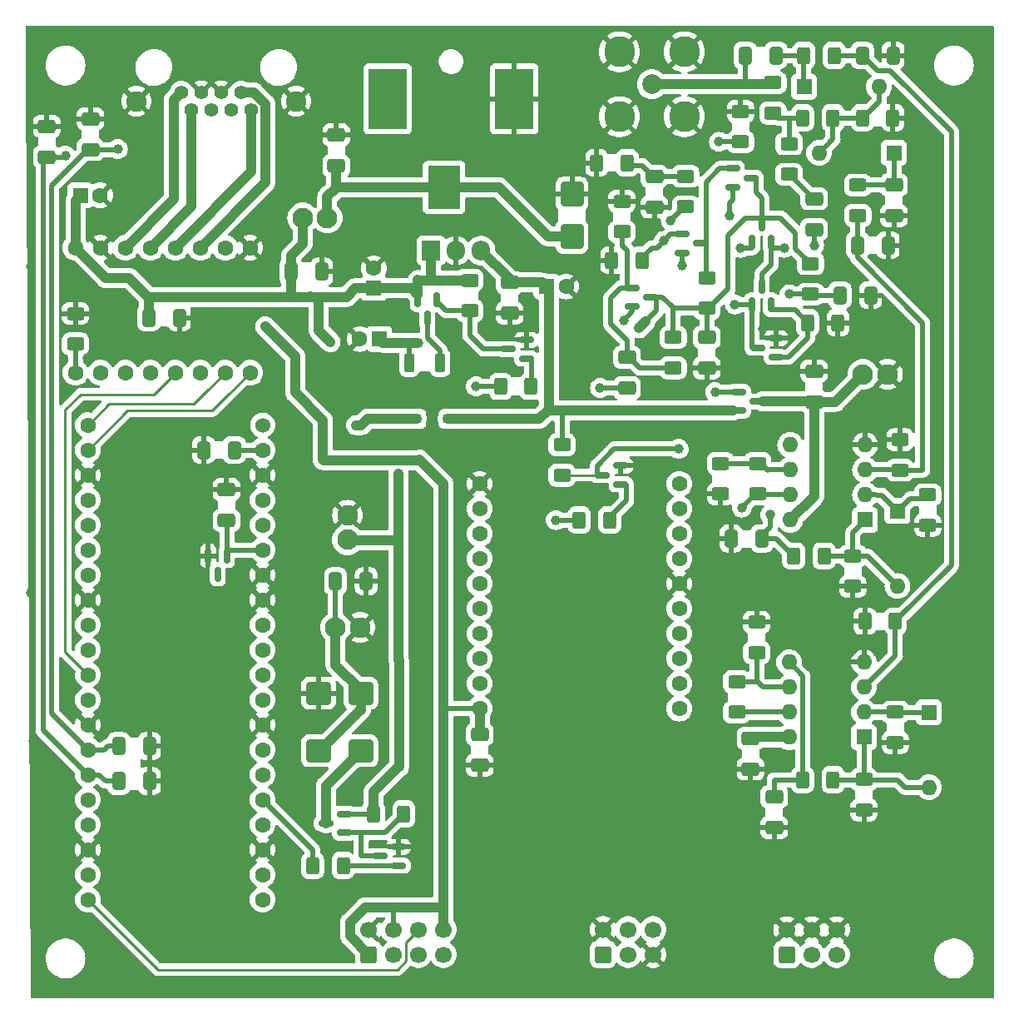
<source format=gtl>
G04 #@! TF.GenerationSoftware,KiCad,Pcbnew,7.0.1-3b83917a11~172~ubuntu22.04.1*
G04 #@! TF.CreationDate,2023-04-06T16:38:57-04:00*
G04 #@! TF.ProjectId,magloop_pico,6d61676c-6f6f-4705-9f70-69636f2e6b69,1.0*
G04 #@! TF.SameCoordinates,Original*
G04 #@! TF.FileFunction,Copper,L1,Top*
G04 #@! TF.FilePolarity,Positive*
%FSLAX46Y46*%
G04 Gerber Fmt 4.6, Leading zero omitted, Abs format (unit mm)*
G04 Created by KiCad (PCBNEW 7.0.1-3b83917a11~172~ubuntu22.04.1) date 2023-04-06 16:38:57*
%MOMM*%
%LPD*%
G01*
G04 APERTURE LIST*
G04 Aperture macros list*
%AMRoundRect*
0 Rectangle with rounded corners*
0 $1 Rounding radius*
0 $2 $3 $4 $5 $6 $7 $8 $9 X,Y pos of 4 corners*
0 Add a 4 corners polygon primitive as box body*
4,1,4,$2,$3,$4,$5,$6,$7,$8,$9,$2,$3,0*
0 Add four circle primitives for the rounded corners*
1,1,$1+$1,$2,$3*
1,1,$1+$1,$4,$5*
1,1,$1+$1,$6,$7*
1,1,$1+$1,$8,$9*
0 Add four rect primitives between the rounded corners*
20,1,$1+$1,$2,$3,$4,$5,0*
20,1,$1+$1,$4,$5,$6,$7,0*
20,1,$1+$1,$6,$7,$8,$9,0*
20,1,$1+$1,$8,$9,$2,$3,0*%
G04 Aperture macros list end*
G04 #@! TA.AperFunction,ComponentPad*
%ADD10C,1.600000*%
G04 #@! TD*
G04 #@! TA.AperFunction,SMDPad,CuDef*
%ADD11RoundRect,0.250000X-0.650000X0.412500X-0.650000X-0.412500X0.650000X-0.412500X0.650000X0.412500X0*%
G04 #@! TD*
G04 #@! TA.AperFunction,SMDPad,CuDef*
%ADD12RoundRect,0.250000X-0.412500X-0.650000X0.412500X-0.650000X0.412500X0.650000X-0.412500X0.650000X0*%
G04 #@! TD*
G04 #@! TA.AperFunction,SMDPad,CuDef*
%ADD13RoundRect,0.250000X0.412500X0.650000X-0.412500X0.650000X-0.412500X-0.650000X0.412500X-0.650000X0*%
G04 #@! TD*
G04 #@! TA.AperFunction,ComponentPad*
%ADD14R,1.600000X1.600000*%
G04 #@! TD*
G04 #@! TA.AperFunction,ComponentPad*
%ADD15O,1.600000X1.600000*%
G04 #@! TD*
G04 #@! TA.AperFunction,ComponentPad*
%ADD16RoundRect,0.250000X0.600000X-0.600000X0.600000X0.600000X-0.600000X0.600000X-0.600000X-0.600000X0*%
G04 #@! TD*
G04 #@! TA.AperFunction,ComponentPad*
%ADD17C,1.700000*%
G04 #@! TD*
G04 #@! TA.AperFunction,SMDPad,CuDef*
%ADD18RoundRect,0.250000X-0.625000X0.400000X-0.625000X-0.400000X0.625000X-0.400000X0.625000X0.400000X0*%
G04 #@! TD*
G04 #@! TA.AperFunction,SMDPad,CuDef*
%ADD19RoundRect,0.250000X0.625000X-0.400000X0.625000X0.400000X-0.625000X0.400000X-0.625000X-0.400000X0*%
G04 #@! TD*
G04 #@! TA.AperFunction,SMDPad,CuDef*
%ADD20RoundRect,0.250000X0.400000X0.625000X-0.400000X0.625000X-0.400000X-0.625000X0.400000X-0.625000X0*%
G04 #@! TD*
G04 #@! TA.AperFunction,SMDPad,CuDef*
%ADD21RoundRect,0.250000X-0.400000X-0.625000X0.400000X-0.625000X0.400000X0.625000X-0.400000X0.625000X0*%
G04 #@! TD*
G04 #@! TA.AperFunction,SMDPad,CuDef*
%ADD22RoundRect,0.150000X-0.150000X0.587500X-0.150000X-0.587500X0.150000X-0.587500X0.150000X0.587500X0*%
G04 #@! TD*
G04 #@! TA.AperFunction,SMDPad,CuDef*
%ADD23RoundRect,0.150000X-0.587500X-0.150000X0.587500X-0.150000X0.587500X0.150000X-0.587500X0.150000X0*%
G04 #@! TD*
G04 #@! TA.AperFunction,SMDPad,CuDef*
%ADD24RoundRect,0.150000X0.150000X-0.587500X0.150000X0.587500X-0.150000X0.587500X-0.150000X-0.587500X0*%
G04 #@! TD*
G04 #@! TA.AperFunction,SMDPad,CuDef*
%ADD25R,0.900000X0.950000*%
G04 #@! TD*
G04 #@! TA.AperFunction,SMDPad,CuDef*
%ADD26RoundRect,0.250000X0.275000X0.700000X-0.275000X0.700000X-0.275000X-0.700000X0.275000X-0.700000X0*%
G04 #@! TD*
G04 #@! TA.AperFunction,ComponentPad*
%ADD27R,1.905000X2.000000*%
G04 #@! TD*
G04 #@! TA.AperFunction,ComponentPad*
%ADD28O,1.905000X2.000000*%
G04 #@! TD*
G04 #@! TA.AperFunction,SMDPad,CuDef*
%ADD29R,3.300000X4.400000*%
G04 #@! TD*
G04 #@! TA.AperFunction,SMDPad,CuDef*
%ADD30R,3.900000X6.200000*%
G04 #@! TD*
G04 #@! TA.AperFunction,SMDPad,CuDef*
%ADD31RoundRect,0.250000X0.650000X-0.412500X0.650000X0.412500X-0.650000X0.412500X-0.650000X-0.412500X0*%
G04 #@! TD*
G04 #@! TA.AperFunction,ComponentPad*
%ADD32C,1.524000*%
G04 #@! TD*
G04 #@! TA.AperFunction,ComponentPad*
%ADD33C,2.100000*%
G04 #@! TD*
G04 #@! TA.AperFunction,SMDPad,CuDef*
%ADD34RoundRect,0.150000X0.587500X0.150000X-0.587500X0.150000X-0.587500X-0.150000X0.587500X-0.150000X0*%
G04 #@! TD*
G04 #@! TA.AperFunction,SMDPad,CuDef*
%ADD35RoundRect,0.250000X0.900000X-1.000000X0.900000X1.000000X-0.900000X1.000000X-0.900000X-1.000000X0*%
G04 #@! TD*
G04 #@! TA.AperFunction,SMDPad,CuDef*
%ADD36RoundRect,0.250000X-1.000000X-0.900000X1.000000X-0.900000X1.000000X0.900000X-1.000000X0.900000X0*%
G04 #@! TD*
G04 #@! TA.AperFunction,ComponentPad*
%ADD37C,1.397000*%
G04 #@! TD*
G04 #@! TA.AperFunction,ComponentPad*
%ADD38C,2.082800*%
G04 #@! TD*
G04 #@! TA.AperFunction,ComponentPad*
%ADD39C,2.000000*%
G04 #@! TD*
G04 #@! TA.AperFunction,ComponentPad*
%ADD40C,3.126000*%
G04 #@! TD*
G04 #@! TA.AperFunction,SMDPad,CuDef*
%ADD41RoundRect,0.250000X1.000000X0.900000X-1.000000X0.900000X-1.000000X-0.900000X1.000000X-0.900000X0*%
G04 #@! TD*
G04 #@! TA.AperFunction,ViaPad*
%ADD42C,1.000000*%
G04 #@! TD*
G04 #@! TA.AperFunction,Conductor*
%ADD43C,1.016000*%
G04 #@! TD*
G04 #@! TA.AperFunction,Conductor*
%ADD44C,0.508000*%
G04 #@! TD*
G04 #@! TA.AperFunction,Conductor*
%ADD45C,0.254000*%
G04 #@! TD*
G04 APERTURE END LIST*
D10*
X113025000Y-72650000D03*
X110485000Y-72650000D03*
X107945000Y-72650000D03*
X105405000Y-72650000D03*
X102865000Y-72650000D03*
X100325000Y-72650000D03*
X97785000Y-72650000D03*
X95245000Y-72650000D03*
X95245000Y-85350000D03*
X97785000Y-85350000D03*
X100325000Y-85350000D03*
X102865000Y-85350000D03*
X105405000Y-85350000D03*
X107945000Y-85350000D03*
X110485000Y-85350000D03*
X113025000Y-85350000D03*
D11*
X154178000Y-65366500D03*
X154178000Y-68491500D03*
X151384000Y-83781500D03*
X151384000Y-86906500D03*
D12*
X173062500Y-77470000D03*
X176187500Y-77470000D03*
D11*
X170434000Y-67652500D03*
X170434000Y-70777500D03*
X159512000Y-81749500D03*
X159512000Y-84874500D03*
D13*
X166535500Y-53086000D03*
X163410500Y-53086000D03*
D11*
X178562000Y-66255500D03*
X178562000Y-69380500D03*
D12*
X175348500Y-53086000D03*
X178473500Y-53086000D03*
D11*
X166370000Y-128485500D03*
X166370000Y-131610500D03*
D13*
X165118500Y-102215000D03*
X161993500Y-102215000D03*
D14*
X169418000Y-56261000D03*
D15*
X177038000Y-56261000D03*
D14*
X178562000Y-62992000D03*
D15*
X170942000Y-62992000D03*
D14*
X182118000Y-119888000D03*
D15*
X182118000Y-127508000D03*
D16*
X125095000Y-144516500D03*
D17*
X125095000Y-141976500D03*
X127635000Y-144516500D03*
X127635000Y-141976500D03*
X130175000Y-144516500D03*
X130175000Y-141976500D03*
X132715000Y-144516500D03*
X132715000Y-141976500D03*
D18*
X156083000Y-81762000D03*
X156083000Y-84862000D03*
D19*
X150876000Y-71019000D03*
X150876000Y-67919000D03*
D20*
X152934000Y-73914000D03*
X149834000Y-73914000D03*
D19*
X159512000Y-78792000D03*
X159512000Y-75692000D03*
X157353000Y-68479000D03*
X157353000Y-65379000D03*
D20*
X151410000Y-64008000D03*
X148310000Y-64008000D03*
D19*
X162941000Y-61875000D03*
X162941000Y-58775000D03*
D18*
X170053000Y-74269000D03*
X170053000Y-77369000D03*
D21*
X169773000Y-80264000D03*
X172873000Y-80264000D03*
D19*
X167894000Y-65177000D03*
X167894000Y-62077000D03*
X166243000Y-58954000D03*
X166243000Y-55854000D03*
D21*
X169265000Y-59436000D03*
X172365000Y-59436000D03*
X169392000Y-53086000D03*
X172492000Y-53086000D03*
D18*
X174879000Y-66268000D03*
X174879000Y-69368000D03*
D19*
X179177000Y-95256000D03*
X179177000Y-92156000D03*
D18*
X181991000Y-97764000D03*
X181991000Y-100864000D03*
D20*
X172365000Y-126746000D03*
X169265000Y-126746000D03*
X171456000Y-103993000D03*
X168356000Y-103993000D03*
D19*
X164592000Y-113818000D03*
X164592000Y-110718000D03*
D18*
X160909000Y-94589000D03*
X160909000Y-97689000D03*
X162550000Y-116778000D03*
X162550000Y-119878000D03*
D10*
X136398000Y-96647000D03*
X136398000Y-99187000D03*
X136398000Y-101727000D03*
X136398000Y-104267000D03*
X136398000Y-106807000D03*
X136398000Y-109347000D03*
X136398000Y-111887000D03*
X136398000Y-114427000D03*
X136398000Y-116967000D03*
X136398000Y-119507000D03*
X156718000Y-119507000D03*
X156718000Y-116967000D03*
X156718000Y-114427000D03*
X156718000Y-111887000D03*
X156718000Y-109347000D03*
X156718000Y-106807000D03*
X156718000Y-104267000D03*
X156718000Y-101727000D03*
X156718000Y-99187000D03*
X156718000Y-96647000D03*
D22*
X110678000Y-103964500D03*
X108778000Y-103964500D03*
X109728000Y-105839500D03*
D14*
X175504000Y-122418000D03*
D15*
X175504000Y-119878000D03*
X175504000Y-117338000D03*
X175504000Y-114798000D03*
X167884000Y-114798000D03*
X167884000Y-117338000D03*
X167884000Y-119878000D03*
X167884000Y-122418000D03*
D23*
X157026500Y-71252000D03*
X157026500Y-73152000D03*
X158901500Y-72202000D03*
X162130500Y-64582000D03*
X162130500Y-66482000D03*
X164005500Y-65532000D03*
D24*
X164150000Y-72057500D03*
X166050000Y-72057500D03*
X165100000Y-70182500D03*
D12*
X174840500Y-72390000D03*
X177965500Y-72390000D03*
D23*
X151946500Y-76708000D03*
X151946500Y-78608000D03*
X153821500Y-77658000D03*
D24*
X164150000Y-78407500D03*
X166050000Y-78407500D03*
X165100000Y-76532500D03*
D25*
X133147000Y-90043000D03*
X129997000Y-90043000D03*
D14*
X178923000Y-99421000D03*
D15*
X178923000Y-107041000D03*
D20*
X178715000Y-110617000D03*
X175615000Y-110617000D03*
D14*
X175621000Y-100310000D03*
D15*
X175621000Y-97770000D03*
X175621000Y-95230000D03*
X175621000Y-92690000D03*
X168001000Y-92690000D03*
X168001000Y-95230000D03*
X168001000Y-97770000D03*
X168001000Y-100310000D03*
D18*
X164699000Y-94569000D03*
X164699000Y-97669000D03*
D26*
X132385000Y-84354000D03*
X129235000Y-84354000D03*
D14*
X125625000Y-76730112D03*
D10*
X125625000Y-74730112D03*
D11*
X139446000Y-76187500D03*
X139446000Y-79312500D03*
D12*
X117182500Y-75057000D03*
X120307500Y-75057000D03*
D27*
X131445000Y-72924000D03*
D28*
X133985000Y-72924000D03*
X136525000Y-72924000D03*
D14*
X143189888Y-76581000D03*
D10*
X145189888Y-76581000D03*
D14*
X126177113Y-81915000D03*
D10*
X124177113Y-81915000D03*
D29*
X132777000Y-66506000D03*
D30*
X139927000Y-57506000D03*
X127027000Y-57506000D03*
D11*
X163957000Y-122516500D03*
X163957000Y-125641500D03*
D18*
X175514000Y-126720000D03*
X175514000Y-129820000D03*
X174371000Y-103987000D03*
X174371000Y-107087000D03*
D31*
X170434000Y-88303500D03*
X170434000Y-85178500D03*
D16*
X148966000Y-144516500D03*
D17*
X148966000Y-141976500D03*
X151506000Y-144516500D03*
X151506000Y-141976500D03*
X154046000Y-144516500D03*
X154046000Y-141976500D03*
D18*
X178689000Y-119862000D03*
X178689000Y-122962000D03*
D21*
X175361000Y-59436000D03*
X178461000Y-59436000D03*
D10*
X96520000Y-90678000D03*
X96520000Y-93218000D03*
X96520000Y-95758000D03*
X96520000Y-98298000D03*
X96520000Y-100838000D03*
X96520000Y-103378000D03*
X96520000Y-105918000D03*
X96520000Y-108458000D03*
X96520000Y-110998000D03*
X96520000Y-113538000D03*
X96520000Y-116078000D03*
X96520000Y-118618000D03*
X96520000Y-121158000D03*
X96520000Y-123698000D03*
X96520000Y-126238000D03*
X96520000Y-128778000D03*
X96520000Y-131318000D03*
X96520000Y-133858000D03*
X96520000Y-136398000D03*
X96520000Y-138938000D03*
X114300000Y-138938000D03*
X114300000Y-136398000D03*
X114300000Y-133858000D03*
X114300000Y-131318000D03*
X114300000Y-128778000D03*
X114300000Y-126238000D03*
X114300000Y-123698000D03*
X114300000Y-121158000D03*
X114300000Y-118618000D03*
X114300000Y-116078000D03*
X114300000Y-113538000D03*
X114300000Y-110998000D03*
X114300000Y-108458000D03*
X114300000Y-105918000D03*
X114300000Y-103378000D03*
X114300000Y-100838000D03*
X114300000Y-98298000D03*
X114300000Y-95758000D03*
X114300000Y-93218000D03*
D32*
X114300000Y-90678000D03*
D14*
X95758000Y-67310000D03*
D10*
X97758000Y-67310000D03*
D12*
X121725000Y-106550000D03*
X124850000Y-106550000D03*
D33*
X124225000Y-111250000D03*
X121725000Y-111250000D03*
D34*
X141145500Y-83907000D03*
X141145500Y-82007000D03*
X139270500Y-82957000D03*
D22*
X132014000Y-77955500D03*
X130114000Y-77955500D03*
X131064000Y-79830500D03*
D23*
X162765500Y-87315000D03*
X162765500Y-89215000D03*
X164640500Y-88265000D03*
D34*
X128150000Y-135475000D03*
X128150000Y-133575000D03*
X126275000Y-134525000D03*
X122625000Y-132125000D03*
X122625000Y-130225000D03*
X120750000Y-131175000D03*
D20*
X141631000Y-86741000D03*
X138531000Y-86741000D03*
D18*
X135382000Y-75946000D03*
X135382000Y-79046000D03*
D20*
X149632000Y-100330000D03*
X146532000Y-100330000D03*
D18*
X144780000Y-92684000D03*
X144780000Y-95784000D03*
D21*
X119400000Y-135475000D03*
X122500000Y-135475000D03*
X125575000Y-130225000D03*
X128675000Y-130225000D03*
D34*
X150773500Y-96708000D03*
X150773500Y-94808000D03*
X148898500Y-95758000D03*
X166545500Y-83754000D03*
X166545500Y-81854000D03*
X164670500Y-82804000D03*
D11*
X92329000Y-60286500D03*
X92329000Y-63411500D03*
X96774000Y-59524500D03*
X96774000Y-62649500D03*
D12*
X108292500Y-93218000D03*
X111417500Y-93218000D03*
D13*
X102781500Y-123317000D03*
X99656500Y-123317000D03*
D35*
X145796000Y-71492000D03*
X145796000Y-67192000D03*
D36*
X120000000Y-123800000D03*
X124300000Y-123800000D03*
D13*
X102781500Y-126873000D03*
X99656500Y-126873000D03*
D12*
X102704500Y-79756000D03*
X105829500Y-79756000D03*
D16*
X167640000Y-144526000D03*
D17*
X167640000Y-141986000D03*
X170180000Y-144526000D03*
X170180000Y-141986000D03*
X172720000Y-144526000D03*
X172720000Y-141986000D03*
D11*
X136398000Y-122135500D03*
X136398000Y-125260500D03*
D37*
X106027416Y-56849118D03*
X107043416Y-58627118D03*
X108059416Y-56849118D03*
X109075416Y-58627118D03*
X110091416Y-56849118D03*
X111107416Y-58627118D03*
X112123416Y-56849118D03*
X113139416Y-58627118D03*
D38*
X101455416Y-57738118D03*
X117711416Y-57738118D03*
D31*
X110617000Y-100368500D03*
X110617000Y-97243500D03*
D39*
X153924000Y-56007000D03*
D40*
X157224000Y-59307000D03*
X150624000Y-59307000D03*
X157224000Y-52707000D03*
X150624000Y-52707000D03*
D18*
X95250000Y-79325000D03*
X95250000Y-82425000D03*
D31*
X121793000Y-64300500D03*
X121793000Y-61175500D03*
D33*
X122941000Y-102338000D03*
X122941000Y-99838000D03*
X118388000Y-69601000D03*
X120888000Y-69601000D03*
X175411000Y-85512500D03*
X177911000Y-85512500D03*
D41*
X124300000Y-117950000D03*
X120000000Y-117950000D03*
D42*
X128550000Y-78700000D03*
X130400000Y-123800000D03*
X116350000Y-127950000D03*
X163175000Y-83850000D03*
X145300000Y-83900000D03*
X154500000Y-91325000D03*
X120475000Y-94225000D03*
X157025000Y-74450000D03*
X156650000Y-93100000D03*
X126375000Y-86250000D03*
X101150000Y-90550000D03*
X110625000Y-79275000D03*
X148844000Y-118364000D03*
X170434000Y-107188000D03*
X166900000Y-86425000D03*
X182753000Y-103759000D03*
X163322000Y-75184000D03*
X173228000Y-97536000D03*
X178816000Y-57277000D03*
X117602000Y-79375000D03*
X142494000Y-97282000D03*
X166370000Y-133731000D03*
X130302000Y-97155000D03*
X142113000Y-91694000D03*
X139954000Y-123444000D03*
X125603000Y-68326000D03*
X146558000Y-105410000D03*
X148209000Y-80518000D03*
X182880000Y-92075000D03*
X140081000Y-133223000D03*
X171450000Y-148082000D03*
X130810000Y-137922000D03*
X179070000Y-75819000D03*
X183007000Y-64262000D03*
X158623000Y-112649000D03*
X149225000Y-75946000D03*
X110998000Y-144399000D03*
X90932000Y-122809000D03*
X180213000Y-146431000D03*
X129921000Y-87884000D03*
X104267000Y-95504000D03*
X157734000Y-80264000D03*
X112141000Y-116078000D03*
X104394000Y-141732000D03*
X108839000Y-75946000D03*
X115824000Y-124968000D03*
X108712000Y-110744000D03*
X126492000Y-100584000D03*
X100711000Y-64135000D03*
X96393000Y-76327000D03*
X165735000Y-104648000D03*
X152019000Y-66167000D03*
X186690000Y-103759000D03*
X104521000Y-106680000D03*
X170815000Y-124587000D03*
X98552000Y-114300000D03*
X143002000Y-66167000D03*
X181483000Y-56007000D03*
X122174000Y-144526000D03*
X104013000Y-113157000D03*
X147828000Y-97790000D03*
X130175000Y-103632000D03*
X181991000Y-51689000D03*
X107442000Y-54229000D03*
X114808000Y-141605000D03*
X169164000Y-113030000D03*
X183007000Y-71755000D03*
X186817000Y-92456000D03*
X171450000Y-65151000D03*
X173863000Y-54991000D03*
X156972000Y-132334000D03*
X138303000Y-105410000D03*
X185801000Y-64262000D03*
X124968000Y-96266000D03*
X106553000Y-81788000D03*
X178562000Y-116332000D03*
X179959000Y-90297000D03*
X134493000Y-143256000D03*
X135636000Y-88265000D03*
X144399000Y-130302000D03*
X104140000Y-75184000D03*
X97790000Y-147193000D03*
X179959000Y-81026000D03*
X139446000Y-129667000D03*
X164719000Y-63246000D03*
X166624000Y-67818000D03*
X172847000Y-113030000D03*
X143510000Y-69088000D03*
X176657000Y-64897000D03*
X175514000Y-132080000D03*
X170942000Y-51689000D03*
X137261600Y-80721200D03*
X173863000Y-61087000D03*
X110998000Y-128143000D03*
X153670000Y-82550000D03*
X165227000Y-80899000D03*
X153289000Y-95758000D03*
X172847000Y-70739000D03*
X154686000Y-118364000D03*
X101981000Y-110998000D03*
X96500000Y-83850000D03*
X103505000Y-66802000D03*
X139954000Y-52197000D03*
X166243000Y-124333000D03*
X120015000Y-105283000D03*
X91948000Y-141351000D03*
X98679000Y-128905000D03*
X134874000Y-128905000D03*
X111379000Y-54229000D03*
X116332000Y-65659000D03*
X185039000Y-59436000D03*
X173990000Y-75184000D03*
X139827000Y-63500000D03*
X160401000Y-120142000D03*
X180721000Y-69850000D03*
X176784000Y-108077000D03*
X112014000Y-90932000D03*
X145796000Y-143002000D03*
X158375000Y-91700000D03*
X103505000Y-119761000D03*
X153543000Y-70485000D03*
X130810000Y-134493000D03*
X186690000Y-80899000D03*
X108458000Y-118999000D03*
X160909000Y-145415000D03*
X138785600Y-80975200D03*
X182372000Y-78867000D03*
X145288000Y-87376000D03*
X116332000Y-101346000D03*
X97536000Y-51816000D03*
X130048000Y-92075000D03*
X130429000Y-112776000D03*
X99949000Y-77470000D03*
X167386000Y-75311000D03*
X135890000Y-68326000D03*
X116332000Y-134620000D03*
X146812000Y-91440000D03*
X185801000Y-71755000D03*
X174879000Y-80899000D03*
X119475000Y-85000000D03*
X142748000Y-145288000D03*
X158369000Y-94615000D03*
X104902000Y-122555000D03*
X107315000Y-95504000D03*
X118110000Y-140716000D03*
X120523000Y-72136000D03*
X186055000Y-122936000D03*
X187198000Y-140589000D03*
X90678000Y-74549000D03*
X119507000Y-113411000D03*
X99314000Y-70485000D03*
X101092000Y-103378000D03*
X163703000Y-128016000D03*
X153289000Y-139065000D03*
X145288000Y-80518000D03*
X158115000Y-86868000D03*
X167640000Y-80391000D03*
X142113000Y-118364000D03*
X94488000Y-59182000D03*
X91694000Y-56896000D03*
X161036000Y-110998000D03*
X90678000Y-107696000D03*
X148650000Y-86900000D03*
X162375000Y-78400000D03*
X167925000Y-77375000D03*
X129159000Y-82296000D03*
X153289000Y-80137000D03*
X130175000Y-82296000D03*
X152590500Y-80835500D03*
X99568000Y-62611000D03*
X94234000Y-63246000D03*
X167386000Y-72644000D03*
X170434000Y-72390000D03*
X163068000Y-99060000D03*
X136017000Y-86741000D03*
X144145000Y-100330000D03*
X165969000Y-99802000D03*
X115506500Y-81597500D03*
X114554000Y-80645000D03*
X122075000Y-94225000D03*
X124968000Y-90043000D03*
X123825000Y-90678000D03*
X120015000Y-81026000D03*
X128143000Y-97028000D03*
X121221500Y-82232500D03*
X128143000Y-95631000D03*
X151075000Y-80025000D03*
X155138000Y-71938000D03*
X155850000Y-69850000D03*
X160750000Y-61875000D03*
X162941000Y-72644000D03*
X161798000Y-69342000D03*
X160350000Y-87325000D03*
D43*
X135382000Y-75946000D02*
X131450000Y-75946000D01*
X131445000Y-72924000D02*
X131445000Y-75941000D01*
X131450000Y-75946000D02*
X130135000Y-75946000D01*
X131445000Y-75941000D02*
X131450000Y-75946000D01*
X130114000Y-77393000D02*
X130114000Y-75925000D01*
X130135000Y-75946000D02*
X130114000Y-75925000D01*
X120475000Y-94225000D02*
X122075000Y-94225000D01*
X120448000Y-90182838D02*
X120448000Y-94198000D01*
X120448000Y-94198000D02*
X120475000Y-94225000D01*
D44*
X157026500Y-74448500D02*
X157025000Y-74450000D01*
X157026500Y-73152000D02*
X157026500Y-74448500D01*
X156641000Y-93091000D02*
X156650000Y-93100000D01*
X150095000Y-93091000D02*
X156641000Y-93091000D01*
D43*
X130259000Y-94225000D02*
X122075000Y-94225000D01*
D44*
X162765500Y-87315000D02*
X160360000Y-87315000D01*
X160360000Y-87315000D02*
X160350000Y-87325000D01*
D43*
X130276000Y-94208000D02*
X130259000Y-94225000D01*
X97663000Y-67116887D02*
X97723887Y-67056000D01*
X121793000Y-64300500D02*
X121793000Y-66548000D01*
X120888000Y-67453000D02*
X121793000Y-66548000D01*
X145796000Y-71492000D02*
X143374000Y-71492000D01*
X120888000Y-69601000D02*
X120888000Y-67453000D01*
X143374000Y-71492000D02*
X138388000Y-66506000D01*
X138388000Y-66506000D02*
X132777000Y-66506000D01*
X132777000Y-66506000D02*
X121835000Y-66506000D01*
X121835000Y-66506000D02*
X121793000Y-66548000D01*
D44*
X152908000Y-64262000D02*
X151156000Y-64262000D01*
X157353000Y-65379000D02*
X154190500Y-65379000D01*
X154012500Y-65366500D02*
X152908000Y-64262000D01*
D45*
X154190500Y-65379000D02*
X154178000Y-65366500D01*
X154178000Y-65366500D02*
X154012500Y-65366500D01*
D43*
X143419511Y-76810623D02*
X143189888Y-76581000D01*
X144846000Y-89215000D02*
X162203000Y-89215000D01*
X143419511Y-89063511D02*
X142440022Y-90043000D01*
X139446000Y-76187500D02*
X139446000Y-75845000D01*
X143419511Y-89063511D02*
X143419511Y-76810623D01*
X143419511Y-89063511D02*
X143571000Y-89215000D01*
X139446000Y-76187500D02*
X142796388Y-76187500D01*
X139446000Y-75845000D02*
X136525000Y-72924000D01*
D44*
X144780000Y-92684000D02*
X144780000Y-89281000D01*
D43*
X144846000Y-89215000D02*
X143571000Y-89215000D01*
X142796388Y-76187500D02*
X143189888Y-76581000D01*
X133147000Y-90043000D02*
X136652000Y-90043000D01*
X142440022Y-90043000D02*
X135128000Y-90043000D01*
D45*
X144780000Y-89281000D02*
X144846000Y-89215000D01*
D44*
X170434000Y-67652500D02*
X170369500Y-67652500D01*
X170369500Y-67652500D02*
X167894000Y-65177000D01*
D43*
X163195000Y-56007000D02*
X166090000Y-56007000D01*
D44*
X163410500Y-55791500D02*
X163195000Y-56007000D01*
X163410500Y-52578000D02*
X163410500Y-55791500D01*
D43*
X166090000Y-56007000D02*
X166243000Y-55854000D01*
X153924000Y-56007000D02*
X163195000Y-56007000D01*
D44*
X150876000Y-72390000D02*
X151384000Y-72898000D01*
X152680000Y-84862000D02*
X156083000Y-84862000D01*
X151946500Y-76708000D02*
X150749000Y-76708000D01*
D45*
X151384000Y-83781500D02*
X151599500Y-83781500D01*
D44*
X150876000Y-71019000D02*
X150876000Y-72390000D01*
X149733000Y-80391000D02*
X149733000Y-77724000D01*
X149733000Y-77724000D02*
X150749000Y-76708000D01*
X151599500Y-83781500D02*
X152680000Y-84862000D01*
X151384000Y-83781500D02*
X151384000Y-82042000D01*
X151384000Y-72898000D02*
X151384000Y-76708000D01*
X151384000Y-82042000D02*
X149733000Y-80391000D01*
X151377500Y-86900000D02*
X148650000Y-86900000D01*
X170154000Y-77470000D02*
X170053000Y-77369000D01*
D45*
X164108000Y-79012000D02*
X164150000Y-78970000D01*
D44*
X164108000Y-82804000D02*
X164108000Y-79012000D01*
X162382500Y-78407500D02*
X162375000Y-78400000D01*
X164150000Y-78547000D02*
X164150000Y-78970000D01*
D45*
X170115500Y-77431500D02*
X170053000Y-77369000D01*
D44*
X170053000Y-77369000D02*
X167931000Y-77369000D01*
X173062500Y-77470000D02*
X170154000Y-77470000D01*
D45*
X164150000Y-78970000D02*
X164150000Y-78420000D01*
D44*
X164150000Y-78407500D02*
X162382500Y-78407500D01*
X167931000Y-77369000D02*
X167925000Y-77375000D01*
X168529000Y-72745000D02*
X169685000Y-73901000D01*
X129235000Y-84354000D02*
X129235000Y-82347000D01*
X155956000Y-78613000D02*
X155001000Y-77658000D01*
X163425000Y-69620000D02*
X165100000Y-69620000D01*
X170053000Y-74269000D02*
X170053000Y-73886163D01*
D43*
X129286000Y-82296000D02*
X130048480Y-82296000D01*
D44*
X159714000Y-78792000D02*
X161671000Y-76835000D01*
X165786837Y-69620000D02*
X165100000Y-69620000D01*
X153289000Y-80137000D02*
X154384000Y-79042000D01*
X156135000Y-78792000D02*
X155956000Y-78613000D01*
X159512000Y-78792000D02*
X159714000Y-78792000D01*
D43*
X129286000Y-82296000D02*
X126558113Y-82296000D01*
D44*
X154384000Y-77658000D02*
X154384000Y-79042000D01*
X129235000Y-82347000D02*
X129286000Y-82296000D01*
X161671000Y-71374000D02*
X163425000Y-69620000D01*
X164568000Y-65532000D02*
X164568000Y-67032000D01*
X156083000Y-81762000D02*
X156083000Y-78844000D01*
X164568000Y-67032000D02*
X165100000Y-67564000D01*
X168529000Y-71120000D02*
X168529000Y-72745000D01*
X159512000Y-78792000D02*
X156135000Y-78792000D01*
X169685000Y-73901000D02*
X170053000Y-74269000D01*
X155001000Y-77658000D02*
X154384000Y-77658000D01*
D45*
X156083000Y-78844000D02*
X156135000Y-78792000D01*
D43*
X126558113Y-82296000D02*
X126177113Y-81915000D01*
X152590500Y-80835500D02*
X153289000Y-80137000D01*
D44*
X165100000Y-67564000D02*
X165100000Y-69620000D01*
X167029000Y-69620000D02*
X168529000Y-71120000D01*
X165786837Y-69620000D02*
X167029000Y-69620000D01*
X159512000Y-81749500D02*
X159512000Y-78792000D01*
X161671000Y-76835000D02*
X161671000Y-71374000D01*
X96481500Y-62649500D02*
X92837000Y-66294000D01*
X98552000Y-123317000D02*
X98171000Y-123698000D01*
X96774000Y-62649500D02*
X99529500Y-62649500D01*
X92837000Y-120015000D02*
X96520000Y-123698000D01*
X99529500Y-62649500D02*
X99568000Y-62611000D01*
X92837000Y-66294000D02*
X92837000Y-120015000D01*
X99656500Y-123317000D02*
X98552000Y-123317000D01*
X96774000Y-62649500D02*
X96481500Y-62649500D01*
X98171000Y-123698000D02*
X96520000Y-123698000D01*
X94068500Y-63411500D02*
X94234000Y-63246000D01*
X91948000Y-63792500D02*
X91948000Y-121666000D01*
X98298000Y-126873000D02*
X97663000Y-126238000D01*
X92329000Y-63411500D02*
X94068500Y-63411500D01*
X92329000Y-63411500D02*
X91948000Y-63792500D01*
X91948000Y-121666000D02*
X96520000Y-126238000D01*
X97663000Y-126238000D02*
X96520000Y-126238000D01*
X99656500Y-126873000D02*
X98298000Y-126873000D01*
D45*
X96520000Y-138938000D02*
X103632000Y-146050000D01*
X130175000Y-141976500D02*
X128905000Y-143246500D01*
X128905000Y-143246500D02*
X128905000Y-145161000D01*
X103632000Y-146050000D02*
X128016000Y-146050000D01*
X128016000Y-146050000D02*
X128905000Y-145161000D01*
D44*
X165100000Y-75311000D02*
X165100000Y-75970000D01*
D45*
X166074000Y-72644000D02*
X166050000Y-72620000D01*
D44*
X166050000Y-74361000D02*
X165100000Y-75311000D01*
X167386000Y-72644000D02*
X166074000Y-72644000D01*
X166050000Y-72620000D02*
X166050000Y-74361000D01*
X170434000Y-70777500D02*
X170434000Y-72390000D01*
X169392000Y-56235000D02*
X169418000Y-56261000D01*
X166535500Y-53086000D02*
X169392000Y-53086000D01*
X169392000Y-52578000D02*
X169392000Y-56235000D01*
D45*
X164699000Y-97669000D02*
X164459000Y-97669000D01*
D44*
X168001000Y-97770000D02*
X164800000Y-97770000D01*
X164459000Y-97669000D02*
X163068000Y-99060000D01*
D45*
X164800000Y-97770000D02*
X164699000Y-97669000D01*
D44*
X162550000Y-119878000D02*
X167884000Y-119878000D01*
X110702000Y-103378000D02*
X110678000Y-103402000D01*
X114300000Y-103378000D02*
X110702000Y-103378000D01*
X110678000Y-103402000D02*
X110678000Y-100429500D01*
X110678000Y-100429500D02*
X110617000Y-100368500D01*
X174879000Y-66268000D02*
X178549500Y-66268000D01*
X178562000Y-62992000D02*
X178562000Y-66255500D01*
X178549500Y-66268000D02*
X178562000Y-66255500D01*
X179151000Y-95230000D02*
X175621000Y-95230000D01*
X174879000Y-72351500D02*
X174840500Y-72390000D01*
X181483000Y-80264000D02*
X181483000Y-95250000D01*
X181483000Y-95250000D02*
X179183000Y-95250000D01*
D45*
X179177000Y-95256000D02*
X179151000Y-95230000D01*
D44*
X174879000Y-69368000D02*
X174879000Y-72351500D01*
X174840500Y-72390000D02*
X174840500Y-73621500D01*
X174840500Y-73621500D02*
X181483000Y-80264000D01*
D45*
X179183000Y-95250000D02*
X179177000Y-95256000D01*
D44*
X138531000Y-86741000D02*
X136017000Y-86741000D01*
X144145000Y-100330000D02*
X146532000Y-100330000D01*
X119400000Y-133878000D02*
X119400000Y-135475000D01*
X114300000Y-128778000D02*
X119400000Y-133878000D01*
D43*
X167884000Y-122418000D02*
X164055500Y-122418000D01*
X170434000Y-88303500D02*
X170434000Y-97877000D01*
X165203000Y-88265000D02*
X170395500Y-88265000D01*
X170434000Y-97877000D02*
X168001000Y-100310000D01*
X170395500Y-88265000D02*
X170434000Y-88303500D01*
X164055500Y-122418000D02*
X163957000Y-122516500D01*
X172596000Y-88303500D02*
X175387000Y-85512500D01*
X170434000Y-88303500D02*
X172596000Y-88303500D01*
D44*
X167894000Y-62077000D02*
X167894000Y-59563000D01*
X169265000Y-59436000D02*
X168021000Y-59436000D01*
X166725000Y-59436000D02*
X166243000Y-58954000D01*
X168021000Y-59436000D02*
X166725000Y-59436000D01*
X167894000Y-59563000D02*
X168021000Y-59436000D01*
X176872500Y-54610000D02*
X175348500Y-53086000D01*
X178715000Y-110617000D02*
X178715000Y-114127000D01*
X178181000Y-54610000D02*
X176872500Y-54610000D01*
X184404000Y-60833000D02*
X184404000Y-104928000D01*
X178715000Y-114127000D02*
X175504000Y-117338000D01*
X184404000Y-104928000D02*
X178715000Y-110617000D01*
X172492000Y-53086000D02*
X175348500Y-53086000D01*
X178181000Y-54610000D02*
X184404000Y-60833000D01*
D45*
X169281000Y-126730000D02*
X169265000Y-126746000D01*
D44*
X169281000Y-116195000D02*
X169281000Y-126730000D01*
X167884000Y-114798000D02*
X169281000Y-116195000D01*
X166370000Y-126746000D02*
X169265000Y-126746000D01*
X166370000Y-128485500D02*
X166370000Y-126746000D01*
X166578000Y-102215000D02*
X165118500Y-102215000D01*
X165969000Y-101072000D02*
X165118500Y-101922500D01*
D45*
X165118500Y-101922500D02*
X165118500Y-102215000D01*
D44*
X165969000Y-99802000D02*
X165969000Y-101072000D01*
X168356000Y-103993000D02*
X166578000Y-102215000D01*
D43*
X121725000Y-115075000D02*
X121725000Y-111250000D01*
X124300000Y-117650000D02*
X121725000Y-115075000D01*
X124300000Y-117950000D02*
X124300000Y-117650000D01*
D44*
X121725000Y-111250000D02*
X121725000Y-106550000D01*
D43*
X124300000Y-119650000D02*
X124300000Y-117950000D01*
X120000000Y-123800000D02*
X120100000Y-123800000D01*
X124250000Y-119650000D02*
X124300000Y-119650000D01*
X120100000Y-123800000D02*
X124250000Y-119650000D01*
X132715000Y-96647000D02*
X130276000Y-94208000D01*
X123190000Y-142621000D02*
X123190000Y-141224000D01*
D44*
X127635000Y-141976500D02*
X127635000Y-139700000D01*
D43*
X136398000Y-119507000D02*
X136398000Y-122135500D01*
X115506500Y-81597500D02*
X117602000Y-83693000D01*
X114554000Y-80645000D02*
X115506500Y-81597500D01*
X127635000Y-139700000D02*
X132715000Y-139700000D01*
X124714000Y-139700000D02*
X127635000Y-139700000D01*
X132715000Y-141976500D02*
X132715000Y-140208000D01*
X120448000Y-90182838D02*
X117602000Y-87336838D01*
X132715000Y-139700000D02*
X132715000Y-119507000D01*
X125085500Y-144516500D02*
X123190000Y-142621000D01*
D44*
X136398000Y-119507000D02*
X132715000Y-119507000D01*
D43*
X132715000Y-140208000D02*
X132715000Y-139700000D01*
X125095000Y-144516500D02*
X125085500Y-144516500D01*
X132715000Y-119507000D02*
X132715000Y-96647000D01*
X117602000Y-87336838D02*
X117602000Y-83693000D01*
X123190000Y-141224000D02*
X124714000Y-139700000D01*
D44*
X114300000Y-93218000D02*
X111417500Y-93218000D01*
D43*
X129997000Y-90043000D02*
X124968000Y-90043000D01*
X124333000Y-90678000D02*
X124968000Y-90043000D01*
X123825000Y-90678000D02*
X124333000Y-90678000D01*
D44*
X172365000Y-59436000D02*
X175361000Y-59436000D01*
X172365000Y-59436000D02*
X172365000Y-61569000D01*
X177038000Y-56261000D02*
X177038000Y-57759000D01*
X177038000Y-57759000D02*
X175361000Y-59436000D01*
X172365000Y-61569000D02*
X170942000Y-62992000D01*
D45*
X98698000Y-88500000D02*
X96520000Y-90678000D01*
X108584520Y-87249480D02*
X108575520Y-87249480D01*
X107325000Y-88500000D02*
X98698000Y-88500000D01*
X110490000Y-85344000D02*
X108584520Y-87249480D01*
X108575520Y-87249480D02*
X107325000Y-88500000D01*
X110617000Y-87757000D02*
X110617000Y-87758000D01*
X110617000Y-87758000D02*
X109168500Y-89206500D01*
X100531500Y-89206500D02*
X96520000Y-93218000D01*
X109168500Y-89206500D02*
X100531500Y-89206500D01*
X113030000Y-85344000D02*
X110617000Y-87757000D01*
D43*
X100719489Y-75700489D02*
X102654500Y-77635500D01*
X128150000Y-125425000D02*
X128175000Y-125425000D01*
X125603000Y-76774113D02*
X123698000Y-76774113D01*
X128175000Y-114586000D02*
X128175000Y-125425000D01*
X95250000Y-67818000D02*
X95758000Y-67310000D01*
X116928500Y-77635500D02*
X102654500Y-77635500D01*
X128143000Y-95631000D02*
X128143000Y-97028000D01*
X125603000Y-76774113D02*
X129495113Y-76774113D01*
X117182500Y-75057000D02*
X117182500Y-77381500D01*
X102704500Y-79756000D02*
X102704500Y-77685500D01*
X125575000Y-130225000D02*
X125575000Y-128000000D01*
X119126000Y-77597000D02*
X119164500Y-77635500D01*
X98306489Y-75700489D02*
X100719489Y-75700489D01*
X102704500Y-77685500D02*
X102654500Y-77635500D01*
X123698000Y-76774113D02*
X122836613Y-77635500D01*
X118783500Y-77635500D02*
X116928500Y-77635500D01*
X125575000Y-128000000D02*
X128150000Y-125425000D01*
X120015000Y-78004000D02*
X120015000Y-81026000D01*
X129495113Y-76774113D02*
X130114000Y-77393000D01*
X118388000Y-72239000D02*
X118388000Y-69601000D01*
X128143000Y-114554000D02*
X128143000Y-102616000D01*
X128143000Y-102616000D02*
X128143000Y-95631000D01*
D44*
X122625000Y-130225000D02*
X125575000Y-130225000D01*
D43*
X122836613Y-77635500D02*
X119164500Y-77635500D01*
X95250000Y-72644000D02*
X95250000Y-67818000D01*
X117182500Y-75057000D02*
X117182500Y-73444500D01*
X127889000Y-102362000D02*
X128143000Y-102616000D01*
X128143000Y-114554000D02*
X128175000Y-114586000D01*
X120015000Y-81026000D02*
X121221500Y-82232500D01*
X117182500Y-77381500D02*
X116928500Y-77635500D01*
X119164500Y-77635500D02*
X118783500Y-77635500D01*
X122936000Y-102362000D02*
X127889000Y-102362000D01*
X95250000Y-72644000D02*
X98306489Y-75700489D01*
X117182500Y-73444500D02*
X118388000Y-72239000D01*
D44*
X175504000Y-119878000D02*
X178673000Y-119878000D01*
X182118000Y-119888000D02*
X178715000Y-119888000D01*
D45*
X178673000Y-119878000D02*
X178689000Y-119862000D01*
X178715000Y-119888000D02*
X178689000Y-119862000D01*
D44*
X178943000Y-126746000D02*
X175540000Y-126746000D01*
X175504000Y-124704000D02*
X175504000Y-122418000D01*
D45*
X175540000Y-126746000D02*
X175514000Y-126720000D01*
D44*
X179705000Y-127508000D02*
X178943000Y-126746000D01*
X175514000Y-124714000D02*
X175514000Y-126720000D01*
D45*
X175488000Y-126746000D02*
X175514000Y-126720000D01*
D44*
X182118000Y-127508000D02*
X179705000Y-127508000D01*
X172365000Y-126746000D02*
X175488000Y-126746000D01*
D45*
X175504000Y-124704000D02*
X175514000Y-124714000D01*
D44*
X178963000Y-99421000D02*
X180213000Y-98171000D01*
X181584000Y-98171000D02*
X181991000Y-97764000D01*
X176764000Y-97770000D02*
X175621000Y-97770000D01*
X180213000Y-98171000D02*
X181584000Y-98171000D01*
X178923000Y-99421000D02*
X178963000Y-99421000D01*
X178923000Y-99421000D02*
X177292000Y-97790000D01*
X177292000Y-97790000D02*
X176784000Y-97790000D01*
X176784000Y-97790000D02*
X176764000Y-97770000D01*
X175621000Y-100350000D02*
X174371000Y-101600000D01*
X174397000Y-104013000D02*
X175895000Y-104013000D01*
X174371000Y-101600000D02*
X174371000Y-103987000D01*
X174371000Y-103987000D02*
X174397000Y-104013000D01*
D45*
X174365000Y-103993000D02*
X174371000Y-103987000D01*
D44*
X171456000Y-103993000D02*
X174365000Y-103993000D01*
X175621000Y-100310000D02*
X175621000Y-100350000D01*
X175895000Y-104013000D02*
X178923000Y-107041000D01*
D43*
X120750000Y-127350000D02*
X124300000Y-123800000D01*
X120750000Y-131175000D02*
X120750000Y-127350000D01*
D44*
X131064000Y-80393000D02*
X131064000Y-81788000D01*
X131064000Y-81788000D02*
X132385000Y-83109000D01*
X132385000Y-83109000D02*
X132385000Y-84354000D01*
D43*
X105283000Y-67691000D02*
X105283000Y-66802000D01*
X106027416Y-56849118D02*
X105283000Y-57593534D01*
X105283000Y-57593534D02*
X105283000Y-66802000D01*
X100330000Y-72644000D02*
X105283000Y-67691000D01*
X102870000Y-72644000D02*
X107061000Y-68453000D01*
X107061000Y-67818000D02*
X107043416Y-67800416D01*
X107043416Y-67800416D02*
X107043416Y-58627118D01*
X107061000Y-68453000D02*
X107061000Y-67818000D01*
X113426184Y-56849118D02*
X114599427Y-58022361D01*
X114599427Y-65994573D02*
X107950000Y-72644000D01*
X112123416Y-56849118D02*
X113426184Y-56849118D01*
X114599427Y-58022361D02*
X114599427Y-65994573D01*
X113139416Y-64879416D02*
X113139416Y-58627118D01*
X113157000Y-64897000D02*
X113139416Y-64879416D01*
X105410000Y-72644000D02*
X113157000Y-64897000D01*
D44*
X151946500Y-79153500D02*
X151075000Y-80025000D01*
D45*
X152934000Y-73914000D02*
X152934000Y-73634000D01*
D44*
X154432000Y-72644000D02*
X153924000Y-72644000D01*
X153924000Y-72644000D02*
X152934000Y-73634000D01*
X155824000Y-71252000D02*
X154432000Y-72644000D01*
X157026500Y-71252000D02*
X155824000Y-71252000D01*
X151946500Y-78608000D02*
X151946500Y-79153500D01*
X157221000Y-68479000D02*
X155850000Y-69850000D01*
X157353000Y-68479000D02*
X157221000Y-68479000D01*
D45*
X159464000Y-75644000D02*
X159512000Y-75692000D01*
D44*
X159464000Y-65961000D02*
X159464000Y-75644000D01*
X162130500Y-64582000D02*
X160843000Y-64582000D01*
X160843000Y-64582000D02*
X159464000Y-65961000D01*
X162941000Y-72644000D02*
X164126000Y-72644000D01*
X161798000Y-69342000D02*
X161798000Y-68072000D01*
X162130500Y-66482000D02*
X162130500Y-67739500D01*
D45*
X164126000Y-72644000D02*
X164150000Y-72620000D01*
D44*
X162130500Y-67739500D02*
X161798000Y-68072000D01*
X162941000Y-61875000D02*
X160750000Y-61875000D01*
X169773000Y-81814000D02*
X169773000Y-80264000D01*
X166050000Y-78970000D02*
X168479000Y-78970000D01*
X168479000Y-78970000D02*
X169773000Y-80264000D01*
X167833000Y-83754000D02*
X169773000Y-81814000D01*
X167108000Y-83754000D02*
X167833000Y-83754000D01*
X141708000Y-83907000D02*
X141708000Y-86664000D01*
X141708000Y-86664000D02*
X141631000Y-86741000D01*
X132995000Y-79046000D02*
X132014000Y-78065000D01*
X139270500Y-82957000D02*
X136805000Y-82957000D01*
X135382000Y-79046000D02*
X132995000Y-79046000D01*
X135382000Y-81534000D02*
X135382000Y-79046000D01*
X136805000Y-82957000D02*
X135382000Y-81534000D01*
X149632000Y-100050000D02*
X151336000Y-98346000D01*
X151336000Y-98346000D02*
X151336000Y-96708000D01*
D45*
X149632000Y-100330000D02*
X149632000Y-100050000D01*
D44*
X148336000Y-94850000D02*
X148336000Y-95758000D01*
D45*
X144806000Y-95758000D02*
X144780000Y-95784000D01*
D44*
X150095000Y-93091000D02*
X148336000Y-94850000D01*
D45*
X148336000Y-95758000D02*
X144806000Y-95758000D01*
D44*
X128150000Y-135475000D02*
X122500000Y-135475000D01*
X124350000Y-132125000D02*
X126775000Y-132125000D01*
X124350000Y-134525000D02*
X126275000Y-134525000D01*
X122625000Y-132125000D02*
X124350000Y-132125000D01*
X126775000Y-132125000D02*
X128675000Y-130225000D01*
X124350000Y-132125000D02*
X124350000Y-134525000D01*
X95245000Y-85350000D02*
X95245000Y-82430000D01*
X95245000Y-82430000D02*
X95250000Y-82425000D01*
X162550000Y-116778000D02*
X164527000Y-116778000D01*
X165217000Y-117338000D02*
X164592000Y-116713000D01*
X164592000Y-113818000D02*
X164592000Y-116713000D01*
X164592000Y-116713000D02*
X164527000Y-116778000D01*
X167884000Y-117338000D02*
X165217000Y-117338000D01*
X165054000Y-94569000D02*
X165735000Y-95250000D01*
X165735000Y-95250000D02*
X165755000Y-95230000D01*
X165755000Y-95230000D02*
X168001000Y-95230000D01*
X164699000Y-94569000D02*
X160929000Y-94569000D01*
X160929000Y-94569000D02*
X160909000Y-94589000D01*
X164699000Y-94569000D02*
X165054000Y-94569000D01*
D45*
X94200000Y-89125000D02*
X95785000Y-87540000D01*
X96520000Y-116078000D02*
X94200000Y-113758000D01*
X94200000Y-113758000D02*
X94200000Y-89125000D01*
X105405000Y-85350000D02*
X103215000Y-87540000D01*
X95785000Y-87540000D02*
X103215000Y-87540000D01*
G04 #@! TA.AperFunction,Conductor*
G36*
X126735018Y-140731686D02*
G01*
X126780532Y-140773585D01*
X126800619Y-140832095D01*
X126790436Y-140893114D01*
X126752441Y-140941930D01*
X126732114Y-140957750D01*
X126711759Y-140973594D01*
X126559278Y-141139231D01*
X126470183Y-141275602D01*
X126424669Y-141317500D01*
X126364700Y-141332686D01*
X126304731Y-141317500D01*
X126259218Y-141275602D01*
X126218076Y-141212632D01*
X125454210Y-141976500D01*
X125454210Y-141976501D01*
X126218076Y-142740367D01*
X126218077Y-142740366D01*
X126259218Y-142677398D01*
X126304731Y-142635500D01*
X126364700Y-142620314D01*
X126424669Y-142635500D01*
X126470183Y-142677398D01*
X126559278Y-142813768D01*
X126711762Y-142979408D01*
X126889418Y-143117685D01*
X126889420Y-143117686D01*
X126889424Y-143117689D01*
X126922682Y-143135687D01*
X126970952Y-143182003D01*
X126988711Y-143246500D01*
X126970952Y-143310997D01*
X126922682Y-143357312D01*
X126905654Y-143366528D01*
X126889418Y-143375314D01*
X126711762Y-143513591D01*
X126598484Y-143636643D01*
X126543900Y-143671401D01*
X126479263Y-143674483D01*
X126421621Y-143645075D01*
X126395835Y-143605686D01*
X126394846Y-143606297D01*
X126387115Y-143593764D01*
X126387115Y-143593762D01*
X126294030Y-143442848D01*
X126294028Y-143442846D01*
X126294027Y-143442844D01*
X126168655Y-143317472D01*
X126158159Y-143310998D01*
X126017738Y-143224385D01*
X125948511Y-143201445D01*
X125901561Y-143173380D01*
X125870928Y-143128062D01*
X125867844Y-143108553D01*
X124824885Y-142065594D01*
X124792273Y-142009110D01*
X124792273Y-141943888D01*
X124824885Y-141887403D01*
X125095000Y-141617289D01*
X125095003Y-141617286D01*
X125860689Y-140851599D01*
X125860609Y-140850309D01*
X125874737Y-140784064D01*
X125921125Y-140734706D01*
X125986367Y-140716500D01*
X126675049Y-140716500D01*
X126735018Y-140731686D01*
G37*
G04 #@! TD.AperFunction*
G04 #@! TA.AperFunction,Conductor*
G36*
X165178500Y-77795381D02*
G01*
X165224619Y-77841500D01*
X165241500Y-77904500D01*
X165241500Y-79061502D01*
X165242248Y-79071000D01*
X165244438Y-79098833D01*
X165290854Y-79258599D01*
X165375549Y-79401810D01*
X165493189Y-79519450D01*
X165493191Y-79519451D01*
X165493193Y-79519453D01*
X165570210Y-79565000D01*
X165570254Y-79565026D01*
X165587107Y-79576959D01*
X165628145Y-79611395D01*
X165628147Y-79611396D01*
X165787434Y-79691394D01*
X165960877Y-79732500D01*
X168110973Y-79732500D01*
X168159191Y-79742091D01*
X168200068Y-79769405D01*
X168577595Y-80146932D01*
X168604909Y-80187809D01*
X168614500Y-80236027D01*
X168614500Y-80939540D01*
X168621269Y-81005799D01*
X168625113Y-81043426D01*
X168680885Y-81211738D01*
X168755610Y-81332886D01*
X168773972Y-81362655D01*
X168870894Y-81459577D01*
X168903506Y-81516061D01*
X168903506Y-81581283D01*
X168870894Y-81637767D01*
X167554067Y-82954595D01*
X167513190Y-82981909D01*
X167464972Y-82991500D01*
X167402986Y-82991500D01*
X167367833Y-82986497D01*
X167236833Y-82948438D01*
X167226165Y-82947598D01*
X167199502Y-82945500D01*
X167199497Y-82945500D01*
X166042500Y-82945500D01*
X165979500Y-82928619D01*
X165933381Y-82882500D01*
X165916500Y-82819500D01*
X165916500Y-82788000D01*
X165933381Y-82725000D01*
X165979500Y-82678881D01*
X166042500Y-82662000D01*
X166291500Y-82662000D01*
X166291500Y-82108000D01*
X166799500Y-82108000D01*
X166799500Y-82661999D01*
X167199454Y-82661999D01*
X167236752Y-82659064D01*
X167396398Y-82612682D01*
X167539501Y-82528052D01*
X167657052Y-82410501D01*
X167741681Y-82267399D01*
X167787993Y-82108000D01*
X166799500Y-82108000D01*
X166291500Y-82108000D01*
X165662842Y-82108000D01*
X165598703Y-82090453D01*
X165521602Y-82044855D01*
X165361833Y-81998438D01*
X165351031Y-81997588D01*
X165324502Y-81995500D01*
X165324497Y-81995500D01*
X164996500Y-81995500D01*
X164933500Y-81978619D01*
X164887381Y-81932500D01*
X164870500Y-81869500D01*
X164870500Y-81600000D01*
X165303007Y-81600000D01*
X166291500Y-81600000D01*
X166291500Y-81046001D01*
X165891546Y-81046001D01*
X165854247Y-81048935D01*
X165694601Y-81095317D01*
X165551498Y-81179947D01*
X165433947Y-81297498D01*
X165349318Y-81440600D01*
X165303007Y-81600000D01*
X164870500Y-81600000D01*
X164870500Y-81046000D01*
X166799500Y-81046000D01*
X166799500Y-81600000D01*
X167787992Y-81600000D01*
X167741681Y-81440600D01*
X167657052Y-81297498D01*
X167539501Y-81179947D01*
X167396399Y-81095318D01*
X167236752Y-81048935D01*
X167199453Y-81046000D01*
X166799500Y-81046000D01*
X164870500Y-81046000D01*
X164870500Y-79358415D01*
X164888047Y-79294276D01*
X164909144Y-79258602D01*
X164909145Y-79258601D01*
X164955562Y-79098831D01*
X164958500Y-79061502D01*
X164958500Y-77904500D01*
X164975381Y-77841500D01*
X165021500Y-77795381D01*
X165084500Y-77778500D01*
X165115500Y-77778500D01*
X165178500Y-77795381D01*
G37*
G04 #@! TD.AperFunction*
G04 #@! TA.AperFunction,Conductor*
G36*
X165178500Y-71445381D02*
G01*
X165224619Y-71491500D01*
X165241500Y-71554500D01*
X165241500Y-72711502D01*
X165242346Y-72722248D01*
X165244438Y-72748833D01*
X165282497Y-72879833D01*
X165287500Y-72914986D01*
X165287500Y-73992972D01*
X165277909Y-74041190D01*
X165250595Y-74082068D01*
X164606598Y-74726062D01*
X164592750Y-74738030D01*
X164573180Y-74752600D01*
X164540821Y-74791163D01*
X164533406Y-74799255D01*
X164529426Y-74803235D01*
X164509885Y-74827947D01*
X164507576Y-74830781D01*
X164457783Y-74890124D01*
X164447142Y-74906825D01*
X164414394Y-74977053D01*
X164412798Y-74980350D01*
X164378032Y-75049574D01*
X164371535Y-75068265D01*
X164355866Y-75144148D01*
X164355073Y-75147722D01*
X164337204Y-75223121D01*
X164335193Y-75242803D01*
X164337447Y-75320254D01*
X164337500Y-75323918D01*
X164337500Y-75675014D01*
X164332497Y-75710167D01*
X164294438Y-75841166D01*
X164293498Y-75853110D01*
X164291851Y-75874048D01*
X164291500Y-75878503D01*
X164291500Y-77035500D01*
X164274619Y-77098500D01*
X164228500Y-77144619D01*
X164165500Y-77161500D01*
X163933498Y-77161500D01*
X163910167Y-77163336D01*
X163896166Y-77164438D01*
X163736400Y-77210854D01*
X163593189Y-77295549D01*
X163475549Y-77413189D01*
X163383921Y-77568123D01*
X163365893Y-77601330D01*
X163322963Y-77633564D01*
X163270511Y-77645000D01*
X163089822Y-77645000D01*
X163047374Y-77637635D01*
X163009889Y-77616399D01*
X162938006Y-77557406D01*
X162796573Y-77481809D01*
X162762804Y-77463759D01*
X162762803Y-77463758D01*
X162762802Y-77463758D01*
X162572701Y-77406091D01*
X162437382Y-77392763D01*
X162381166Y-77373080D01*
X162340272Y-77329774D01*
X162323838Y-77272524D01*
X162335535Y-77214127D01*
X162356632Y-77168883D01*
X162358171Y-77165705D01*
X162392394Y-77097566D01*
X162392394Y-77097563D01*
X162392974Y-77096410D01*
X162399460Y-77077748D01*
X162399721Y-77076479D01*
X162399725Y-77076473D01*
X162415147Y-77001776D01*
X162415919Y-76998300D01*
X162422058Y-76972401D01*
X162433500Y-76924123D01*
X162433500Y-76924122D01*
X162433795Y-76922877D01*
X162435806Y-76903196D01*
X162435582Y-76895500D01*
X162433552Y-76825745D01*
X162433500Y-76822082D01*
X162433500Y-73713823D01*
X162446954Y-73657172D01*
X162484442Y-73612619D01*
X162537959Y-73589678D01*
X162596074Y-73593247D01*
X162743299Y-73637908D01*
X162941000Y-73657380D01*
X163138701Y-73637908D01*
X163167750Y-73629096D01*
X163328804Y-73580241D01*
X163504004Y-73486595D01*
X163566748Y-73435101D01*
X163604235Y-73413865D01*
X163646683Y-73406500D01*
X164170412Y-73406500D01*
X164303042Y-73390998D01*
X164470539Y-73330034D01*
X164619462Y-73232085D01*
X164630685Y-73220188D01*
X164658193Y-73198202D01*
X164706807Y-73169453D01*
X164824453Y-73051807D01*
X164909145Y-72908601D01*
X164955562Y-72748831D01*
X164958500Y-72711502D01*
X164958500Y-71554500D01*
X164975381Y-71491500D01*
X165021500Y-71445381D01*
X165084500Y-71428500D01*
X165115500Y-71428500D01*
X165178500Y-71445381D01*
G37*
G04 #@! TD.AperFunction*
G04 #@! TA.AperFunction,Conductor*
G36*
X188659472Y-50054770D02*
G01*
X188705561Y-50100616D01*
X188722661Y-50163333D01*
X188727468Y-51073722D01*
X188729498Y-51458221D01*
X188729500Y-51458886D01*
X188729500Y-148852500D01*
X188712619Y-148915500D01*
X188666500Y-148961619D01*
X188603500Y-148978500D01*
X90817689Y-148978500D01*
X90754881Y-148961730D01*
X90708792Y-148915884D01*
X90691691Y-148853165D01*
X90670857Y-144907000D01*
X92204769Y-144907000D01*
X92223668Y-145183309D01*
X92280018Y-145454481D01*
X92372766Y-145715449D01*
X92500185Y-145961355D01*
X92500186Y-145961356D01*
X92659903Y-146187623D01*
X92848942Y-146390035D01*
X93063782Y-146564821D01*
X93300422Y-146708724D01*
X93554452Y-146819065D01*
X93821141Y-146893788D01*
X93821147Y-146893788D01*
X93821148Y-146893789D01*
X94095516Y-146931500D01*
X94095520Y-146931500D01*
X94372480Y-146931500D01*
X94372484Y-146931500D01*
X94604783Y-146899571D01*
X94646859Y-146893788D01*
X94913548Y-146819065D01*
X95167578Y-146708724D01*
X95404218Y-146564821D01*
X95619058Y-146390035D01*
X95808097Y-146187623D01*
X95967814Y-145961356D01*
X96095234Y-145715448D01*
X96187982Y-145454480D01*
X96244331Y-145183314D01*
X96263231Y-144907000D01*
X96244331Y-144630686D01*
X96187982Y-144359520D01*
X96095234Y-144098552D01*
X95967814Y-143852644D01*
X95808097Y-143626377D01*
X95619058Y-143423965D01*
X95619057Y-143423964D01*
X95619055Y-143423962D01*
X95412252Y-143255715D01*
X95404218Y-143249179D01*
X95220674Y-143137564D01*
X95167582Y-143105278D01*
X95167579Y-143105276D01*
X95167578Y-143105276D01*
X94913548Y-142994935D01*
X94646859Y-142920212D01*
X94646857Y-142920211D01*
X94646851Y-142920210D01*
X94372484Y-142882500D01*
X94372480Y-142882500D01*
X94095520Y-142882500D01*
X94095516Y-142882500D01*
X93821148Y-142920210D01*
X93554451Y-142994935D01*
X93300417Y-143105278D01*
X93063780Y-143249180D01*
X92848944Y-143423962D01*
X92659903Y-143626376D01*
X92500185Y-143852644D01*
X92372766Y-144098550D01*
X92280018Y-144359518D01*
X92223668Y-144630690D01*
X92204769Y-144907000D01*
X90670857Y-144907000D01*
X90639344Y-138938000D01*
X95206502Y-138938000D01*
X95226457Y-139166087D01*
X95285715Y-139387243D01*
X95382477Y-139594750D01*
X95513804Y-139782303D01*
X95675696Y-139944195D01*
X95863249Y-140075522D01*
X96070756Y-140172284D01*
X96130014Y-140188162D01*
X96291913Y-140231543D01*
X96520000Y-140251498D01*
X96748087Y-140231543D01*
X96809308Y-140215138D01*
X96874532Y-140215137D01*
X96931016Y-140247748D01*
X100040581Y-143357314D01*
X103123184Y-146439917D01*
X103136298Y-146456285D01*
X103188265Y-146505085D01*
X103191107Y-146507840D01*
X103210906Y-146527639D01*
X103214131Y-146530141D01*
X103223150Y-146537844D01*
X103255494Y-146568217D01*
X103273325Y-146578020D01*
X103289849Y-146588874D01*
X103305933Y-146601350D01*
X103346674Y-146618980D01*
X103357313Y-146624193D01*
X103396192Y-146645567D01*
X103396194Y-146645567D01*
X103396197Y-146645569D01*
X103415912Y-146650630D01*
X103434614Y-146657034D01*
X103453292Y-146665117D01*
X103486821Y-146670427D01*
X103497114Y-146672057D01*
X103508741Y-146674465D01*
X103551717Y-146685500D01*
X103551718Y-146685500D01*
X103572066Y-146685500D01*
X103591775Y-146687050D01*
X103611879Y-146690235D01*
X103656055Y-146686059D01*
X103667914Y-146685500D01*
X127931931Y-146685500D01*
X127952769Y-146687800D01*
X127955716Y-146687707D01*
X127955719Y-146687708D01*
X128024012Y-146685561D01*
X128027969Y-146685500D01*
X128055978Y-146685500D01*
X128055983Y-146685500D01*
X128060029Y-146684988D01*
X128071848Y-146684058D01*
X128116205Y-146682665D01*
X128135744Y-146676987D01*
X128155102Y-146672978D01*
X128175299Y-146670427D01*
X128216555Y-146654092D01*
X128227765Y-146650253D01*
X128270393Y-146637869D01*
X128287907Y-146627510D01*
X128305667Y-146618810D01*
X128324586Y-146611320D01*
X128324586Y-146611319D01*
X128324588Y-146611319D01*
X128360499Y-146585227D01*
X128370399Y-146578724D01*
X128408598Y-146556134D01*
X128422986Y-146541745D01*
X128438021Y-146528904D01*
X128454487Y-146516942D01*
X128482782Y-146482737D01*
X128490752Y-146473978D01*
X129283583Y-145681148D01*
X129328496Y-145652246D01*
X129381350Y-145644545D01*
X129432644Y-145659431D01*
X129627426Y-145764842D01*
X129840365Y-145837944D01*
X130062431Y-145875000D01*
X130287566Y-145875000D01*
X130287569Y-145875000D01*
X130509635Y-145837944D01*
X130722574Y-145764842D01*
X130920576Y-145657689D01*
X131098240Y-145519406D01*
X131250722Y-145353768D01*
X131339518Y-145217854D01*
X131385029Y-145175959D01*
X131444998Y-145160772D01*
X131504968Y-145175958D01*
X131550482Y-145217856D01*
X131639278Y-145353768D01*
X131791760Y-145519406D01*
X131791762Y-145519408D01*
X131969421Y-145657687D01*
X131969424Y-145657689D01*
X132167426Y-145764842D01*
X132380365Y-145837944D01*
X132602431Y-145875000D01*
X132827566Y-145875000D01*
X132827569Y-145875000D01*
X133049635Y-145837944D01*
X133262574Y-145764842D01*
X133460576Y-145657689D01*
X133638240Y-145519406D01*
X133790722Y-145353768D01*
X133912717Y-145167040D01*
X147607500Y-145167040D01*
X147613662Y-145227356D01*
X147618113Y-145270926D01*
X147673885Y-145439238D01*
X147766970Y-145590152D01*
X147766972Y-145590155D01*
X147892344Y-145715527D01*
X147892346Y-145715528D01*
X147892348Y-145715530D01*
X148043262Y-145808615D01*
X148211574Y-145864387D01*
X148315455Y-145875000D01*
X149616544Y-145874999D01*
X149720426Y-145864387D01*
X149888738Y-145808615D01*
X150039652Y-145715530D01*
X150165030Y-145590152D01*
X150258115Y-145439238D01*
X150258115Y-145439235D01*
X150265846Y-145426703D01*
X150266835Y-145427313D01*
X150292619Y-145387926D01*
X150350262Y-145358517D01*
X150414900Y-145361598D01*
X150469482Y-145396355D01*
X150582760Y-145519406D01*
X150582762Y-145519408D01*
X150760421Y-145657687D01*
X150760424Y-145657689D01*
X150958426Y-145764842D01*
X151171365Y-145837944D01*
X151393431Y-145875000D01*
X151618566Y-145875000D01*
X151618569Y-145875000D01*
X151840635Y-145837944D01*
X152053574Y-145764842D01*
X152251576Y-145657689D01*
X152272505Y-145641399D01*
X153280310Y-145641399D01*
X153300697Y-145657267D01*
X153498628Y-145764382D01*
X153711491Y-145837457D01*
X153933470Y-145874500D01*
X154158530Y-145874500D01*
X154380508Y-145837457D01*
X154593368Y-145764383D01*
X154791305Y-145657264D01*
X154811688Y-145641399D01*
X154811689Y-145641398D01*
X154046001Y-144875710D01*
X154046000Y-144875710D01*
X153280310Y-145641399D01*
X152272505Y-145641399D01*
X152429240Y-145519406D01*
X152581722Y-145353768D01*
X152670816Y-145217398D01*
X152716329Y-145175500D01*
X152776299Y-145160314D01*
X152836268Y-145175500D01*
X152881782Y-145217398D01*
X152922922Y-145280366D01*
X153686789Y-144516501D01*
X154405210Y-144516501D01*
X155169076Y-145280367D01*
X155169077Y-145280366D01*
X155236912Y-145176540D01*
X166281500Y-145176540D01*
X166291630Y-145275695D01*
X166292113Y-145280426D01*
X166347885Y-145448738D01*
X166435112Y-145590155D01*
X166440972Y-145599655D01*
X166566344Y-145725027D01*
X166566346Y-145725028D01*
X166566348Y-145725030D01*
X166717262Y-145818115D01*
X166885574Y-145873887D01*
X166989455Y-145884500D01*
X168290544Y-145884499D01*
X168394426Y-145873887D01*
X168562738Y-145818115D01*
X168713652Y-145725030D01*
X168839030Y-145599652D01*
X168932115Y-145448738D01*
X168932115Y-145448735D01*
X168939846Y-145436203D01*
X168940835Y-145436813D01*
X168966619Y-145397426D01*
X169024262Y-145368017D01*
X169088900Y-145371098D01*
X169143482Y-145405855D01*
X169256760Y-145528906D01*
X169256762Y-145528908D01*
X169425158Y-145659977D01*
X169434424Y-145667189D01*
X169632426Y-145774342D01*
X169845365Y-145847444D01*
X170067431Y-145884500D01*
X170292566Y-145884500D01*
X170292569Y-145884500D01*
X170514635Y-145847444D01*
X170727574Y-145774342D01*
X170925576Y-145667189D01*
X171103240Y-145528906D01*
X171255722Y-145363268D01*
X171344518Y-145227354D01*
X171390031Y-145185458D01*
X171450000Y-145170272D01*
X171509969Y-145185458D01*
X171555481Y-145227354D01*
X171644278Y-145363268D01*
X171788016Y-145519408D01*
X171796762Y-145528908D01*
X171965158Y-145659977D01*
X171974424Y-145667189D01*
X172172426Y-145774342D01*
X172385365Y-145847444D01*
X172607431Y-145884500D01*
X172832566Y-145884500D01*
X172832569Y-145884500D01*
X173054635Y-145847444D01*
X173267574Y-145774342D01*
X173465576Y-145667189D01*
X173643240Y-145528906D01*
X173795722Y-145363268D01*
X173918860Y-145174791D01*
X174009296Y-144968616D01*
X174024900Y-144906999D01*
X182628769Y-144906999D01*
X182647668Y-145183309D01*
X182704018Y-145454481D01*
X182796766Y-145715449D01*
X182924185Y-145961355D01*
X182924186Y-145961356D01*
X183083903Y-146187623D01*
X183272942Y-146390035D01*
X183487782Y-146564821D01*
X183724422Y-146708724D01*
X183978452Y-146819065D01*
X184245141Y-146893788D01*
X184245147Y-146893788D01*
X184245148Y-146893789D01*
X184519516Y-146931500D01*
X184519520Y-146931500D01*
X184796480Y-146931500D01*
X184796484Y-146931500D01*
X185028783Y-146899571D01*
X185070859Y-146893788D01*
X185337548Y-146819065D01*
X185591578Y-146708724D01*
X185828218Y-146564821D01*
X186043058Y-146390035D01*
X186232097Y-146187623D01*
X186391814Y-145961356D01*
X186519234Y-145715448D01*
X186611982Y-145454480D01*
X186668331Y-145183314D01*
X186687231Y-144907000D01*
X186668331Y-144630686D01*
X186611982Y-144359520D01*
X186519234Y-144098552D01*
X186391814Y-143852644D01*
X186232097Y-143626377D01*
X186043058Y-143423965D01*
X186043057Y-143423964D01*
X186043055Y-143423962D01*
X185836252Y-143255715D01*
X185828218Y-143249179D01*
X185644674Y-143137564D01*
X185591582Y-143105278D01*
X185591579Y-143105276D01*
X185591578Y-143105276D01*
X185337548Y-142994935D01*
X185070859Y-142920212D01*
X185070857Y-142920211D01*
X185070851Y-142920210D01*
X184796484Y-142882500D01*
X184796480Y-142882500D01*
X184519520Y-142882500D01*
X184519516Y-142882500D01*
X184245148Y-142920210D01*
X183978451Y-142994935D01*
X183724417Y-143105278D01*
X183487780Y-143249180D01*
X183272944Y-143423962D01*
X183083903Y-143626376D01*
X182924185Y-143852644D01*
X182796766Y-144098550D01*
X182704018Y-144359518D01*
X182647668Y-144630690D01*
X182628769Y-144906999D01*
X174024900Y-144906999D01*
X174064564Y-144750368D01*
X174083156Y-144526000D01*
X174064564Y-144301632D01*
X174009296Y-144083384D01*
X173918860Y-143877209D01*
X173795722Y-143688732D01*
X173643240Y-143523094D01*
X173643239Y-143523093D01*
X173643237Y-143523091D01*
X173515880Y-143423965D01*
X173465576Y-143384811D01*
X173431792Y-143366528D01*
X173383521Y-143320212D01*
X173365762Y-143255715D01*
X173383521Y-143191217D01*
X173431793Y-143144901D01*
X173465303Y-143126765D01*
X173485688Y-143110899D01*
X173485689Y-143110898D01*
X172720001Y-142345210D01*
X172720000Y-142345210D01*
X171954310Y-143110899D01*
X171974697Y-143126767D01*
X172008206Y-143144901D01*
X172056478Y-143191217D01*
X172074237Y-143255714D01*
X172056478Y-143320212D01*
X172008207Y-143366528D01*
X171974423Y-143384811D01*
X171796762Y-143523091D01*
X171644278Y-143688731D01*
X171555483Y-143824643D01*
X171509969Y-143866541D01*
X171450000Y-143881727D01*
X171390031Y-143866541D01*
X171344517Y-143824643D01*
X171255721Y-143688731D01*
X171248513Y-143680901D01*
X171103240Y-143523094D01*
X171103239Y-143523093D01*
X171103237Y-143523091D01*
X170975880Y-143423965D01*
X170925576Y-143384811D01*
X170891792Y-143366528D01*
X170843521Y-143320212D01*
X170825762Y-143255715D01*
X170843521Y-143191217D01*
X170891793Y-143144901D01*
X170925303Y-143126765D01*
X170945688Y-143110899D01*
X170945689Y-143110898D01*
X170180001Y-142345210D01*
X170180000Y-142345210D01*
X169414310Y-143110899D01*
X169434697Y-143126767D01*
X169468206Y-143144901D01*
X169516478Y-143191217D01*
X169534237Y-143255714D01*
X169516478Y-143320212D01*
X169468207Y-143366528D01*
X169434423Y-143384811D01*
X169256762Y-143523091D01*
X169143484Y-143646143D01*
X169088900Y-143680901D01*
X169024263Y-143683983D01*
X168966621Y-143654575D01*
X168940835Y-143615186D01*
X168939846Y-143615797D01*
X168932115Y-143603264D01*
X168932115Y-143603262D01*
X168839030Y-143452348D01*
X168839028Y-143452346D01*
X168839027Y-143452344D01*
X168713655Y-143326972D01*
X168713652Y-143326970D01*
X168562738Y-143233885D01*
X168493511Y-143210945D01*
X168446561Y-143182880D01*
X168415928Y-143137562D01*
X168412844Y-143118053D01*
X167640001Y-142345210D01*
X167640000Y-142345210D01*
X166867152Y-143118056D01*
X166864068Y-143137564D01*
X166833435Y-143182881D01*
X166786486Y-143210946D01*
X166717264Y-143233884D01*
X166566344Y-143326972D01*
X166440972Y-143452344D01*
X166440970Y-143452348D01*
X166347885Y-143603262D01*
X166292113Y-143771574D01*
X166282268Y-143867946D01*
X166281500Y-143875459D01*
X166281500Y-145176540D01*
X155236912Y-145176540D01*
X155244418Y-145165051D01*
X155334819Y-144958957D01*
X155390068Y-144740783D01*
X155408653Y-144516500D01*
X155390068Y-144292216D01*
X155334819Y-144074043D01*
X155244417Y-143867946D01*
X155169076Y-143752632D01*
X154405210Y-144516500D01*
X154405210Y-144516501D01*
X153686789Y-144516501D01*
X153686790Y-144516500D01*
X152922921Y-143752632D01*
X152881782Y-143815601D01*
X152836268Y-143857499D01*
X152776299Y-143872685D01*
X152716330Y-143857499D01*
X152670816Y-143815601D01*
X152635845Y-143762074D01*
X152581722Y-143679232D01*
X152429240Y-143513594D01*
X152429239Y-143513593D01*
X152429237Y-143513591D01*
X152251579Y-143375313D01*
X152251577Y-143375312D01*
X152251576Y-143375311D01*
X152218317Y-143357312D01*
X152170047Y-143310998D01*
X152152288Y-143246500D01*
X152170047Y-143182002D01*
X152218317Y-143135687D01*
X152251576Y-143117689D01*
X152429240Y-142979406D01*
X152581722Y-142813768D01*
X152670518Y-142677854D01*
X152716031Y-142635958D01*
X152776000Y-142620772D01*
X152835969Y-142635958D01*
X152881481Y-142677854D01*
X152970278Y-142813768D01*
X153122762Y-142979408D01*
X153300422Y-143117688D01*
X153301102Y-143118056D01*
X153334205Y-143135970D01*
X153382477Y-143182285D01*
X153400237Y-143246782D01*
X153382479Y-143311280D01*
X153334208Y-143357597D01*
X153300700Y-143375730D01*
X153280310Y-143391599D01*
X153280310Y-143391601D01*
X154045999Y-144157290D01*
X154046000Y-144157290D01*
X154811689Y-143391600D01*
X154811688Y-143391599D01*
X154791300Y-143375730D01*
X154757792Y-143357597D01*
X154709521Y-143311281D01*
X154691762Y-143246782D01*
X154709522Y-143182285D01*
X154757791Y-143135971D01*
X154791576Y-143117689D01*
X154969240Y-142979406D01*
X155121722Y-142813768D01*
X155244860Y-142625291D01*
X155335296Y-142419116D01*
X155390564Y-142200868D01*
X155408369Y-141986000D01*
X166277346Y-141986000D01*
X166295931Y-142210283D01*
X166351180Y-142428456D01*
X166441580Y-142634548D01*
X166516922Y-142749866D01*
X167280789Y-141986001D01*
X167999210Y-141986001D01*
X168763076Y-142749867D01*
X168804516Y-142686439D01*
X168850030Y-142644541D01*
X168909999Y-142629355D01*
X168969968Y-142644541D01*
X169015482Y-142686439D01*
X169056922Y-142749866D01*
X169820789Y-141986001D01*
X170539210Y-141986001D01*
X171303076Y-142749867D01*
X171344516Y-142686439D01*
X171390030Y-142644541D01*
X171449999Y-142629355D01*
X171509968Y-142644541D01*
X171555482Y-142686439D01*
X171596922Y-142749866D01*
X172360789Y-141986001D01*
X173079210Y-141986001D01*
X173843076Y-142749867D01*
X173843077Y-142749866D01*
X173918418Y-142634551D01*
X174008819Y-142428457D01*
X174064068Y-142210283D01*
X174082653Y-141986000D01*
X174064068Y-141761716D01*
X174008819Y-141543543D01*
X173918417Y-141337446D01*
X173843076Y-141222132D01*
X173079210Y-141986000D01*
X173079210Y-141986001D01*
X172360789Y-141986001D01*
X172360790Y-141986000D01*
X171596921Y-141222132D01*
X171555482Y-141285560D01*
X171509968Y-141327458D01*
X171449999Y-141342644D01*
X171390030Y-141327458D01*
X171344516Y-141285560D01*
X171303076Y-141222132D01*
X170539210Y-141986000D01*
X170539210Y-141986001D01*
X169820789Y-141986001D01*
X169820790Y-141986000D01*
X169056921Y-141222132D01*
X169015482Y-141285560D01*
X168969968Y-141327458D01*
X168909999Y-141342644D01*
X168850030Y-141327458D01*
X168804516Y-141285560D01*
X168763076Y-141222132D01*
X167999210Y-141986000D01*
X167999210Y-141986001D01*
X167280789Y-141986001D01*
X167280790Y-141986000D01*
X166516922Y-141222133D01*
X166441580Y-141337451D01*
X166351180Y-141543543D01*
X166295931Y-141761716D01*
X166277346Y-141986000D01*
X155408369Y-141986000D01*
X155409156Y-141976500D01*
X155390564Y-141752132D01*
X155335296Y-141533884D01*
X155244860Y-141327709D01*
X155121722Y-141139232D01*
X154969240Y-140973594D01*
X154969239Y-140973593D01*
X154969237Y-140973591D01*
X154824711Y-140861101D01*
X166874310Y-140861101D01*
X167639999Y-141626790D01*
X167640000Y-141626790D01*
X168405688Y-140861101D01*
X169414310Y-140861101D01*
X170179999Y-141626790D01*
X170180000Y-141626790D01*
X170945688Y-140861101D01*
X171954310Y-140861101D01*
X172719999Y-141626790D01*
X172720000Y-141626790D01*
X173485689Y-140861100D01*
X173485688Y-140861099D01*
X173465302Y-140845232D01*
X173267371Y-140738117D01*
X173054508Y-140665042D01*
X172832530Y-140628000D01*
X172607470Y-140628000D01*
X172385491Y-140665042D01*
X172172628Y-140738117D01*
X171974700Y-140845231D01*
X171954310Y-140861099D01*
X171954310Y-140861101D01*
X170945688Y-140861101D01*
X170945689Y-140861100D01*
X170945688Y-140861099D01*
X170925302Y-140845232D01*
X170727371Y-140738117D01*
X170514508Y-140665042D01*
X170292530Y-140628000D01*
X170067470Y-140628000D01*
X169845491Y-140665042D01*
X169632628Y-140738117D01*
X169434700Y-140845231D01*
X169414310Y-140861099D01*
X169414310Y-140861101D01*
X168405688Y-140861101D01*
X168405689Y-140861100D01*
X168405688Y-140861099D01*
X168385302Y-140845232D01*
X168187371Y-140738117D01*
X167974508Y-140665042D01*
X167752530Y-140628000D01*
X167527470Y-140628000D01*
X167305491Y-140665042D01*
X167092628Y-140738117D01*
X166894700Y-140845231D01*
X166874310Y-140861099D01*
X166874310Y-140861101D01*
X154824711Y-140861101D01*
X154791578Y-140835312D01*
X154593573Y-140728157D01*
X154384934Y-140656532D01*
X154380635Y-140655056D01*
X154158569Y-140618000D01*
X153933431Y-140618000D01*
X153711365Y-140655056D01*
X153711362Y-140655056D01*
X153711362Y-140655057D01*
X153498426Y-140728157D01*
X153300421Y-140835312D01*
X153122762Y-140973591D01*
X152970278Y-141139231D01*
X152881483Y-141275143D01*
X152835969Y-141317041D01*
X152776000Y-141332227D01*
X152716031Y-141317041D01*
X152670517Y-141275143D01*
X152629677Y-141212633D01*
X152581722Y-141139232D01*
X152429240Y-140973594D01*
X152429239Y-140973593D01*
X152429237Y-140973591D01*
X152251578Y-140835312D01*
X152053573Y-140728157D01*
X151844934Y-140656532D01*
X151840635Y-140655056D01*
X151618569Y-140618000D01*
X151393431Y-140618000D01*
X151171365Y-140655056D01*
X151171362Y-140655056D01*
X151171362Y-140655057D01*
X150958426Y-140728157D01*
X150760421Y-140835312D01*
X150582762Y-140973591D01*
X150430278Y-141139231D01*
X150341183Y-141275602D01*
X150295669Y-141317500D01*
X150235700Y-141332686D01*
X150175731Y-141317500D01*
X150130218Y-141275602D01*
X150089076Y-141212632D01*
X149325210Y-141976500D01*
X149325210Y-141976501D01*
X150089076Y-142740367D01*
X150089077Y-142740366D01*
X150130218Y-142677398D01*
X150175731Y-142635500D01*
X150235700Y-142620314D01*
X150295669Y-142635500D01*
X150341183Y-142677398D01*
X150430278Y-142813768D01*
X150582762Y-142979408D01*
X150760418Y-143117685D01*
X150760420Y-143117686D01*
X150760424Y-143117689D01*
X150793682Y-143135687D01*
X150841952Y-143182003D01*
X150859711Y-143246500D01*
X150841952Y-143310997D01*
X150793682Y-143357312D01*
X150776654Y-143366528D01*
X150760418Y-143375314D01*
X150582762Y-143513591D01*
X150469484Y-143636643D01*
X150414900Y-143671401D01*
X150350263Y-143674483D01*
X150292621Y-143645075D01*
X150266835Y-143605686D01*
X150265846Y-143606297D01*
X150258115Y-143593764D01*
X150258115Y-143593762D01*
X150165030Y-143442848D01*
X150165028Y-143442846D01*
X150165027Y-143442844D01*
X150039655Y-143317472D01*
X150029159Y-143310998D01*
X149888738Y-143224385D01*
X149819511Y-143201445D01*
X149772561Y-143173380D01*
X149741928Y-143128062D01*
X149738844Y-143108553D01*
X148966001Y-142335710D01*
X148966000Y-142335710D01*
X148193152Y-143108556D01*
X148190068Y-143128064D01*
X148159435Y-143173381D01*
X148112486Y-143201446D01*
X148043264Y-143224384D01*
X148043262Y-143224384D01*
X148043262Y-143224385D01*
X148027862Y-143233884D01*
X147892344Y-143317472D01*
X147766972Y-143442844D01*
X147761110Y-143452348D01*
X147673885Y-143593762D01*
X147618113Y-143762074D01*
X147612645Y-143815601D01*
X147607500Y-143865959D01*
X147607500Y-145167040D01*
X133912717Y-145167040D01*
X133913860Y-145165291D01*
X134004296Y-144959116D01*
X134059564Y-144740868D01*
X134078156Y-144516500D01*
X134059564Y-144292132D01*
X134004296Y-144073884D01*
X133913860Y-143867709D01*
X133790722Y-143679232D01*
X133638240Y-143513594D01*
X133638239Y-143513593D01*
X133638237Y-143513591D01*
X133460579Y-143375313D01*
X133460577Y-143375312D01*
X133460576Y-143375311D01*
X133427317Y-143357312D01*
X133379047Y-143310998D01*
X133361288Y-143246500D01*
X133379047Y-143182002D01*
X133427317Y-143135687D01*
X133460576Y-143117689D01*
X133638240Y-142979406D01*
X133790722Y-142813768D01*
X133913860Y-142625291D01*
X134004296Y-142419116D01*
X134059564Y-142200868D01*
X134078156Y-141976500D01*
X134078156Y-141976499D01*
X147603346Y-141976499D01*
X147621931Y-142200783D01*
X147677180Y-142418956D01*
X147767580Y-142625048D01*
X147842922Y-142740366D01*
X148606790Y-141976500D01*
X147842922Y-141212633D01*
X147767580Y-141327951D01*
X147677180Y-141534043D01*
X147621931Y-141752216D01*
X147603346Y-141976499D01*
X134078156Y-141976499D01*
X134059564Y-141752132D01*
X134004296Y-141533884D01*
X133913860Y-141327709D01*
X133790722Y-141139232D01*
X133764797Y-141111070D01*
X133740120Y-141071537D01*
X133731500Y-141025735D01*
X133731500Y-140851601D01*
X148200310Y-140851601D01*
X148965999Y-141617290D01*
X148966000Y-141617290D01*
X149731689Y-140851600D01*
X149731688Y-140851599D01*
X149711302Y-140835732D01*
X149513371Y-140728617D01*
X149300508Y-140655542D01*
X149078530Y-140618500D01*
X148853470Y-140618500D01*
X148631491Y-140655542D01*
X148418628Y-140728617D01*
X148220700Y-140835731D01*
X148200310Y-140851599D01*
X148200310Y-140851601D01*
X133731500Y-140851601D01*
X133731500Y-139756122D01*
X133732107Y-139743771D01*
X133736418Y-139700000D01*
X133732107Y-139656229D01*
X133731500Y-139643878D01*
X133731500Y-131864500D01*
X164962000Y-131864500D01*
X164962000Y-132073503D01*
X164972606Y-132177328D01*
X165028340Y-132345522D01*
X165121367Y-132496342D01*
X165246657Y-132621632D01*
X165397477Y-132714659D01*
X165565671Y-132770393D01*
X165669497Y-132781000D01*
X166116000Y-132781000D01*
X166116000Y-131864500D01*
X166624000Y-131864500D01*
X166624000Y-132781000D01*
X167070503Y-132781000D01*
X167174328Y-132770393D01*
X167342522Y-132714659D01*
X167493342Y-132621632D01*
X167618632Y-132496342D01*
X167711659Y-132345522D01*
X167767393Y-132177328D01*
X167778000Y-132073503D01*
X167778000Y-131864500D01*
X166624000Y-131864500D01*
X166116000Y-131864500D01*
X164962000Y-131864500D01*
X133731500Y-131864500D01*
X133731500Y-125514500D01*
X134990000Y-125514500D01*
X134990000Y-125723503D01*
X135000606Y-125827328D01*
X135056340Y-125995522D01*
X135149367Y-126146342D01*
X135274657Y-126271632D01*
X135425477Y-126364659D01*
X135593671Y-126420393D01*
X135697497Y-126431000D01*
X136144000Y-126431000D01*
X136144000Y-125514500D01*
X136652000Y-125514500D01*
X136652000Y-126431000D01*
X137098503Y-126431000D01*
X137202328Y-126420393D01*
X137370522Y-126364659D01*
X137521342Y-126271632D01*
X137646632Y-126146342D01*
X137739659Y-125995522D01*
X137772803Y-125895500D01*
X162549000Y-125895500D01*
X162549000Y-126104503D01*
X162559606Y-126208328D01*
X162615340Y-126376522D01*
X162708367Y-126527342D01*
X162833657Y-126652632D01*
X162984477Y-126745659D01*
X163152671Y-126801393D01*
X163256497Y-126812000D01*
X163703000Y-126812000D01*
X163703000Y-125895500D01*
X164211000Y-125895500D01*
X164211000Y-126812000D01*
X164657503Y-126812000D01*
X164761328Y-126801393D01*
X164929522Y-126745659D01*
X165080342Y-126652632D01*
X165205632Y-126527342D01*
X165298659Y-126376522D01*
X165354393Y-126208328D01*
X165365000Y-126104503D01*
X165365000Y-125895500D01*
X164211000Y-125895500D01*
X163703000Y-125895500D01*
X162549000Y-125895500D01*
X137772803Y-125895500D01*
X137795393Y-125827328D01*
X137806000Y-125723503D01*
X137806000Y-125514500D01*
X136652000Y-125514500D01*
X136144000Y-125514500D01*
X134990000Y-125514500D01*
X133731500Y-125514500D01*
X133731500Y-120395500D01*
X133748381Y-120332500D01*
X133794500Y-120286381D01*
X133857500Y-120269500D01*
X135255500Y-120269500D01*
X135318500Y-120286381D01*
X135364619Y-120332500D01*
X135381500Y-120395500D01*
X135381500Y-120987555D01*
X135365524Y-121048961D01*
X135321647Y-121094795D01*
X135307308Y-121103640D01*
X135274344Y-121123972D01*
X135148972Y-121249344D01*
X135135598Y-121271027D01*
X135055885Y-121400262D01*
X135000113Y-121568574D01*
X134993803Y-121630344D01*
X134989500Y-121672459D01*
X134989500Y-122598540D01*
X134997291Y-122674803D01*
X135000113Y-122702426D01*
X135055885Y-122870738D01*
X135123529Y-122980406D01*
X135148972Y-123021655D01*
X135274344Y-123147027D01*
X135274346Y-123147028D01*
X135274348Y-123147030D01*
X135425262Y-123240115D01*
X135425264Y-123240115D01*
X135437797Y-123247846D01*
X135437683Y-123248030D01*
X135467673Y-123265540D01*
X135498206Y-123307823D01*
X135509000Y-123358848D01*
X135509000Y-124037680D01*
X135498205Y-124088707D01*
X135467671Y-124130990D01*
X135437871Y-124148387D01*
X135438010Y-124148611D01*
X135274657Y-124249367D01*
X135149367Y-124374657D01*
X135056340Y-124525477D01*
X135000606Y-124693671D01*
X134990000Y-124797497D01*
X134990000Y-125006500D01*
X137806000Y-125006500D01*
X137806000Y-124797497D01*
X137795393Y-124693671D01*
X137739659Y-124525477D01*
X137646632Y-124374657D01*
X137521342Y-124249367D01*
X137357990Y-124148611D01*
X137358128Y-124148387D01*
X137328329Y-124130990D01*
X137297795Y-124088707D01*
X137287000Y-124037680D01*
X137287000Y-123358848D01*
X137297794Y-123307823D01*
X137328327Y-123265540D01*
X137358316Y-123248030D01*
X137358203Y-123247846D01*
X137370735Y-123240115D01*
X137370738Y-123240115D01*
X137521652Y-123147030D01*
X137647030Y-123021652D01*
X137740115Y-122870738D01*
X137795887Y-122702426D01*
X137806500Y-122598545D01*
X137806499Y-121672456D01*
X137795887Y-121568574D01*
X137740115Y-121400262D01*
X137647030Y-121249348D01*
X137647028Y-121249346D01*
X137647027Y-121249344D01*
X137521655Y-121123972D01*
X137498192Y-121109500D01*
X137474352Y-121094795D01*
X137430476Y-121048961D01*
X137414500Y-120987555D01*
X137414500Y-120376315D01*
X137420332Y-120338426D01*
X137437287Y-120304044D01*
X137461475Y-120269500D01*
X137535523Y-120163749D01*
X137632284Y-119956243D01*
X137691543Y-119735087D01*
X137711498Y-119507000D01*
X155404502Y-119507000D01*
X155424457Y-119735087D01*
X155483715Y-119956243D01*
X155580477Y-120163750D01*
X155711804Y-120351303D01*
X155873696Y-120513195D01*
X155873699Y-120513197D01*
X155873700Y-120513198D01*
X155920579Y-120546023D01*
X156061249Y-120644522D01*
X156268756Y-120741284D01*
X156328014Y-120757162D01*
X156489913Y-120800543D01*
X156718000Y-120820498D01*
X156946087Y-120800543D01*
X157167243Y-120741284D01*
X157374749Y-120644523D01*
X157562300Y-120513198D01*
X157724198Y-120351300D01*
X157740135Y-120328540D01*
X161166500Y-120328540D01*
X161170966Y-120372252D01*
X161177113Y-120432426D01*
X161232885Y-120600738D01*
X161316709Y-120736638D01*
X161325972Y-120751655D01*
X161451344Y-120877027D01*
X161451346Y-120877028D01*
X161451348Y-120877030D01*
X161602262Y-120970115D01*
X161770574Y-121025887D01*
X161874455Y-121036500D01*
X163225544Y-121036499D01*
X163329426Y-121025887D01*
X163497738Y-120970115D01*
X163648652Y-120877030D01*
X163774030Y-120751652D01*
X163805672Y-120700351D01*
X163851505Y-120656476D01*
X163912912Y-120640500D01*
X166754934Y-120640500D01*
X166813115Y-120654737D01*
X166858145Y-120694228D01*
X166877802Y-120722300D01*
X166877806Y-120722305D01*
X167039696Y-120884195D01*
X167039699Y-120884197D01*
X167039700Y-120884198D01*
X167227251Y-121015523D01*
X167262359Y-121031894D01*
X167266457Y-121033805D01*
X167319474Y-121080300D01*
X167339207Y-121148000D01*
X167319474Y-121215700D01*
X167266457Y-121262195D01*
X167227250Y-121280477D01*
X167086956Y-121378713D01*
X167052574Y-121395668D01*
X167014685Y-121401500D01*
X164918731Y-121401500D01*
X164879099Y-121395105D01*
X164761427Y-121356113D01*
X164744112Y-121354344D01*
X164657545Y-121345500D01*
X164657540Y-121345500D01*
X163256459Y-121345500D01*
X163152573Y-121356113D01*
X162984262Y-121411885D01*
X162833344Y-121504972D01*
X162707972Y-121630344D01*
X162668822Y-121693816D01*
X162614885Y-121781262D01*
X162580216Y-121885888D01*
X162559113Y-121949574D01*
X162548500Y-122053459D01*
X162548500Y-122979540D01*
X162554987Y-123043036D01*
X162559113Y-123083426D01*
X162614885Y-123251738D01*
X162707970Y-123402652D01*
X162707972Y-123402655D01*
X162833344Y-123528027D01*
X162833346Y-123528028D01*
X162833348Y-123528030D01*
X162984262Y-123621115D01*
X162984264Y-123621115D01*
X162996797Y-123628846D01*
X162996683Y-123629030D01*
X163026673Y-123646540D01*
X163057206Y-123688823D01*
X163068000Y-123739848D01*
X163068000Y-124418680D01*
X163057205Y-124469707D01*
X163026671Y-124511990D01*
X162996871Y-124529387D01*
X162997010Y-124529611D01*
X162833657Y-124630367D01*
X162708367Y-124755657D01*
X162615340Y-124906477D01*
X162559606Y-125074671D01*
X162549000Y-125178497D01*
X162549000Y-125387500D01*
X165365000Y-125387500D01*
X165365000Y-125178497D01*
X165354393Y-125074671D01*
X165298659Y-124906477D01*
X165205632Y-124755657D01*
X165080342Y-124630367D01*
X164916990Y-124529611D01*
X164917128Y-124529387D01*
X164887329Y-124511990D01*
X164856795Y-124469707D01*
X164846000Y-124418680D01*
X164846000Y-123739848D01*
X164856794Y-123688823D01*
X164887327Y-123646540D01*
X164917316Y-123629030D01*
X164917203Y-123628846D01*
X164929735Y-123621115D01*
X164929738Y-123621115D01*
X165080652Y-123528030D01*
X165137279Y-123471402D01*
X165178153Y-123444091D01*
X165226372Y-123434500D01*
X167014685Y-123434500D01*
X167052574Y-123440332D01*
X167086956Y-123457287D01*
X167096836Y-123464205D01*
X167227251Y-123555523D01*
X167337994Y-123607163D01*
X167434756Y-123652284D01*
X167494014Y-123668162D01*
X167655913Y-123711543D01*
X167884000Y-123731498D01*
X168112087Y-123711543D01*
X168333243Y-123652284D01*
X168339249Y-123649483D01*
X168400741Y-123637948D01*
X168460200Y-123657411D01*
X168502968Y-123703073D01*
X168518500Y-123763678D01*
X168518500Y-125373219D01*
X168502524Y-125434625D01*
X168458647Y-125480459D01*
X168436907Y-125493869D01*
X168391344Y-125521972D01*
X168265972Y-125647344D01*
X168202865Y-125749657D01*
X168172885Y-125798262D01*
X168140122Y-125897134D01*
X168113828Y-125942173D01*
X168071545Y-125972706D01*
X168020519Y-125983500D01*
X166395856Y-125983500D01*
X166388530Y-125983287D01*
X166353229Y-125981231D01*
X166325363Y-125979608D01*
X166325362Y-125979608D01*
X166263058Y-125990593D01*
X166255810Y-125991655D01*
X166192955Y-125999002D01*
X166182249Y-126002899D01*
X166161044Y-126008581D01*
X166149825Y-126010559D01*
X166091739Y-126035615D01*
X166084930Y-126038320D01*
X166025457Y-126059966D01*
X166015939Y-126066227D01*
X165996614Y-126076648D01*
X165986154Y-126081160D01*
X165935396Y-126118947D01*
X165929396Y-126123148D01*
X165876536Y-126157915D01*
X165868720Y-126166200D01*
X165852322Y-126180793D01*
X165843178Y-126187602D01*
X165843176Y-126187603D01*
X165843176Y-126187604D01*
X165802509Y-126236068D01*
X165797638Y-126241541D01*
X165754217Y-126287565D01*
X165748517Y-126297438D01*
X165735925Y-126315421D01*
X165728604Y-126324146D01*
X165700204Y-126380692D01*
X165696728Y-126387138D01*
X165665092Y-126441934D01*
X165661825Y-126452847D01*
X165653722Y-126473244D01*
X165648605Y-126483433D01*
X165634011Y-126545008D01*
X165632115Y-126552084D01*
X165613971Y-126612692D01*
X165613308Y-126624070D01*
X165610127Y-126645789D01*
X165607500Y-126656876D01*
X165607500Y-126720144D01*
X165607287Y-126727470D01*
X165603608Y-126790638D01*
X165605586Y-126801856D01*
X165607500Y-126823734D01*
X165607500Y-127220235D01*
X165596706Y-127271261D01*
X165566173Y-127313544D01*
X165521134Y-127339838D01*
X165440976Y-127366400D01*
X165397262Y-127380885D01*
X165246344Y-127473972D01*
X165120972Y-127599344D01*
X165097249Y-127637806D01*
X165027885Y-127750262D01*
X164972113Y-127918574D01*
X164963795Y-127999999D01*
X164961500Y-128022459D01*
X164961500Y-128948540D01*
X164967379Y-129006087D01*
X164972113Y-129052426D01*
X165027885Y-129220738D01*
X165119641Y-129369497D01*
X165120972Y-129371655D01*
X165246344Y-129497027D01*
X165246346Y-129497028D01*
X165246348Y-129497030D01*
X165397262Y-129590115D01*
X165397264Y-129590115D01*
X165409797Y-129597846D01*
X165409683Y-129598030D01*
X165439673Y-129615540D01*
X165470206Y-129657823D01*
X165481000Y-129708848D01*
X165481000Y-130387680D01*
X165470205Y-130438707D01*
X165439671Y-130480990D01*
X165409871Y-130498387D01*
X165410010Y-130498611D01*
X165246657Y-130599367D01*
X165121367Y-130724657D01*
X165028340Y-130875477D01*
X164972606Y-131043671D01*
X164962000Y-131147497D01*
X164962000Y-131356500D01*
X167778000Y-131356500D01*
X167778000Y-131147497D01*
X167767393Y-131043671D01*
X167711659Y-130875477D01*
X167618632Y-130724657D01*
X167493342Y-130599367D01*
X167329990Y-130498611D01*
X167330128Y-130498387D01*
X167300329Y-130480990D01*
X167269795Y-130438707D01*
X167259000Y-130387680D01*
X167259000Y-130074000D01*
X174131000Y-130074000D01*
X174131000Y-130270503D01*
X174141606Y-130374328D01*
X174197340Y-130542522D01*
X174290367Y-130693342D01*
X174415657Y-130818632D01*
X174566477Y-130911659D01*
X174734671Y-130967393D01*
X174838497Y-130978000D01*
X175260000Y-130978000D01*
X175260000Y-130074000D01*
X175768000Y-130074000D01*
X175768000Y-130978000D01*
X176189503Y-130978000D01*
X176293328Y-130967393D01*
X176461522Y-130911659D01*
X176612342Y-130818632D01*
X176737632Y-130693342D01*
X176830659Y-130542522D01*
X176886393Y-130374328D01*
X176897000Y-130270503D01*
X176897000Y-130074000D01*
X175768000Y-130074000D01*
X175260000Y-130074000D01*
X174131000Y-130074000D01*
X167259000Y-130074000D01*
X167259000Y-129708848D01*
X167269794Y-129657823D01*
X167300327Y-129615540D01*
X167330316Y-129598030D01*
X167330203Y-129597846D01*
X167342735Y-129590115D01*
X167342738Y-129590115D01*
X167493652Y-129497030D01*
X167619030Y-129371652D01*
X167712115Y-129220738D01*
X167767887Y-129052426D01*
X167778500Y-128948545D01*
X167778499Y-128022456D01*
X167767887Y-127918574D01*
X167712115Y-127750262D01*
X167702173Y-127734143D01*
X167681512Y-127700646D01*
X167662783Y-127637248D01*
X167678729Y-127573093D01*
X167724961Y-127525842D01*
X167788753Y-127508500D01*
X168020519Y-127508500D01*
X168071545Y-127519294D01*
X168113828Y-127549827D01*
X168140122Y-127594865D01*
X168172885Y-127693738D01*
X168240482Y-127803329D01*
X168265972Y-127844655D01*
X168391344Y-127970027D01*
X168391346Y-127970028D01*
X168391348Y-127970030D01*
X168542262Y-128063115D01*
X168710574Y-128118887D01*
X168814455Y-128129500D01*
X169715544Y-128129499D01*
X169819426Y-128118887D01*
X169987738Y-128063115D01*
X170138652Y-127970030D01*
X170264030Y-127844652D01*
X170357115Y-127693738D01*
X170412887Y-127525426D01*
X170423500Y-127421545D01*
X170423499Y-126070456D01*
X170412887Y-125966574D01*
X170357115Y-125798262D01*
X170264030Y-125647348D01*
X170264028Y-125647346D01*
X170264027Y-125647344D01*
X170138654Y-125521971D01*
X170103352Y-125500196D01*
X170059476Y-125454362D01*
X170043500Y-125392956D01*
X170043500Y-116259728D01*
X170044830Y-116241468D01*
X170048366Y-116217325D01*
X170043980Y-116167198D01*
X170043500Y-116156215D01*
X170043500Y-116150591D01*
X170043500Y-116150588D01*
X170039839Y-116119273D01*
X170039470Y-116115658D01*
X170032830Y-116039759D01*
X170032828Y-116039754D01*
X170032716Y-116038468D01*
X170028438Y-116019168D01*
X170001930Y-115946338D01*
X170000726Y-115942874D01*
X169998146Y-115935087D01*
X169976765Y-115870559D01*
X169976764Y-115870557D01*
X169976361Y-115869341D01*
X169967744Y-115851542D01*
X169967035Y-115850464D01*
X169967034Y-115850461D01*
X169925137Y-115786760D01*
X169923233Y-115783771D01*
X169883188Y-115718850D01*
X169883187Y-115718849D01*
X169882510Y-115717751D01*
X169870017Y-115702417D01*
X169813640Y-115649227D01*
X169811012Y-115646674D01*
X169220125Y-115055787D01*
X169190819Y-115009786D01*
X169183699Y-114955714D01*
X169197498Y-114798000D01*
X169177543Y-114569913D01*
X169170600Y-114544000D01*
X174217917Y-114544000D01*
X175250000Y-114544000D01*
X175250000Y-113511917D01*
X175054929Y-113564186D01*
X174847501Y-113660912D01*
X174660018Y-113792189D01*
X174498189Y-113954018D01*
X174366912Y-114141501D01*
X174270186Y-114348929D01*
X174217917Y-114544000D01*
X169170600Y-114544000D01*
X169118284Y-114348757D01*
X169117749Y-114347610D01*
X169021522Y-114141249D01*
X168900853Y-113968917D01*
X168890198Y-113953700D01*
X168890197Y-113953699D01*
X168890195Y-113953696D01*
X168728303Y-113791804D01*
X168540750Y-113660477D01*
X168333243Y-113563715D01*
X168112087Y-113504457D01*
X167884000Y-113484502D01*
X167655912Y-113504457D01*
X167434756Y-113563715D01*
X167227249Y-113660477D01*
X167039696Y-113791804D01*
X166877804Y-113953696D01*
X166746477Y-114141249D01*
X166649715Y-114348756D01*
X166590457Y-114569912D01*
X166570502Y-114798000D01*
X166590457Y-115026087D01*
X166649715Y-115247243D01*
X166746477Y-115454750D01*
X166877804Y-115642303D01*
X167039696Y-115804195D01*
X167039699Y-115804197D01*
X167039700Y-115804198D01*
X167227251Y-115935523D01*
X167246775Y-115944627D01*
X167266457Y-115953805D01*
X167319474Y-116000300D01*
X167339207Y-116068000D01*
X167319474Y-116135700D01*
X167266457Y-116182195D01*
X167227250Y-116200477D01*
X167039696Y-116331804D01*
X166877806Y-116493694D01*
X166877801Y-116493700D01*
X166877802Y-116493700D01*
X166858145Y-116521771D01*
X166813115Y-116561263D01*
X166754934Y-116575500D01*
X165585028Y-116575500D01*
X165536810Y-116565909D01*
X165495933Y-116538595D01*
X165391405Y-116434067D01*
X165364091Y-116393190D01*
X165354500Y-116344972D01*
X165354500Y-115062481D01*
X165365294Y-115011455D01*
X165395827Y-114969172D01*
X165440865Y-114942877D01*
X165539738Y-114910115D01*
X165690652Y-114817030D01*
X165816030Y-114691652D01*
X165909115Y-114540738D01*
X165964887Y-114372426D01*
X165975500Y-114268545D01*
X165975499Y-113367456D01*
X165964887Y-113263574D01*
X165909115Y-113095262D01*
X165816030Y-112944348D01*
X165816028Y-112944346D01*
X165816027Y-112944344D01*
X165690652Y-112818969D01*
X165540853Y-112726571D01*
X165496976Y-112680737D01*
X165481000Y-112619331D01*
X165481000Y-111916079D01*
X165496976Y-111854672D01*
X165540853Y-111808838D01*
X165690342Y-111716632D01*
X165815632Y-111591342D01*
X165908659Y-111440522D01*
X165964393Y-111272328D01*
X165975000Y-111168503D01*
X165975000Y-110972000D01*
X163209000Y-110972000D01*
X163209000Y-111168503D01*
X163219606Y-111272328D01*
X163275340Y-111440522D01*
X163368367Y-111591342D01*
X163493657Y-111716632D01*
X163643147Y-111808838D01*
X163687024Y-111854672D01*
X163703000Y-111916079D01*
X163703000Y-112619331D01*
X163687024Y-112680737D01*
X163643147Y-112726571D01*
X163493347Y-112818969D01*
X163367972Y-112944344D01*
X163367970Y-112944348D01*
X163274885Y-113095262D01*
X163242593Y-113192716D01*
X163219113Y-113263574D01*
X163208500Y-113367459D01*
X163208500Y-114268540D01*
X163214751Y-114329727D01*
X163219113Y-114372426D01*
X163274885Y-114540738D01*
X163367480Y-114690857D01*
X163367972Y-114691655D01*
X163493344Y-114817027D01*
X163493346Y-114817028D01*
X163493348Y-114817030D01*
X163644262Y-114910115D01*
X163743134Y-114942877D01*
X163788173Y-114969172D01*
X163818706Y-115011455D01*
X163829500Y-115062481D01*
X163829500Y-115664760D01*
X163812158Y-115728552D01*
X163764906Y-115774784D01*
X163700752Y-115790730D01*
X163637353Y-115772001D01*
X163497738Y-115685885D01*
X163329426Y-115630113D01*
X163225545Y-115619500D01*
X163225540Y-115619500D01*
X161874459Y-115619500D01*
X161770573Y-115630113D01*
X161602262Y-115685885D01*
X161451344Y-115778972D01*
X161325972Y-115904344D01*
X161291149Y-115960802D01*
X161232885Y-116055262D01*
X161177113Y-116223574D01*
X161167503Y-116317644D01*
X161166500Y-116327459D01*
X161166500Y-117228540D01*
X161167038Y-117233803D01*
X161177113Y-117332426D01*
X161232885Y-117500738D01*
X161308759Y-117623749D01*
X161325972Y-117651655D01*
X161451344Y-117777027D01*
X161451346Y-117777028D01*
X161451348Y-117777030D01*
X161602262Y-117870115D01*
X161602263Y-117870115D01*
X161611147Y-117875595D01*
X161655024Y-117921430D01*
X161671000Y-117982836D01*
X161671000Y-118673164D01*
X161655024Y-118734570D01*
X161611147Y-118780405D01*
X161451344Y-118878972D01*
X161325972Y-119004344D01*
X161288160Y-119065647D01*
X161232885Y-119155262D01*
X161191912Y-119278912D01*
X161177113Y-119323574D01*
X161166500Y-119427459D01*
X161166500Y-120328540D01*
X157740135Y-120328540D01*
X157855523Y-120163749D01*
X157952284Y-119956243D01*
X158011543Y-119735087D01*
X158031498Y-119507000D01*
X158011543Y-119278913D01*
X157966155Y-119109524D01*
X157952284Y-119057756D01*
X157855522Y-118850249D01*
X157752767Y-118703501D01*
X157724198Y-118662700D01*
X157724197Y-118662699D01*
X157724195Y-118662696D01*
X157562303Y-118500804D01*
X157374748Y-118369476D01*
X157335543Y-118351195D01*
X157282525Y-118304700D01*
X157262792Y-118237000D01*
X157282525Y-118169300D01*
X157335543Y-118122805D01*
X157340163Y-118120650D01*
X157374749Y-118104523D01*
X157562300Y-117973198D01*
X157724198Y-117811300D01*
X157855523Y-117623749D01*
X157952284Y-117416243D01*
X158011543Y-117195087D01*
X158031498Y-116967000D01*
X158011543Y-116738913D01*
X157965186Y-116565909D01*
X157952284Y-116517756D01*
X157855522Y-116310249D01*
X157751514Y-116161711D01*
X157724198Y-116122700D01*
X157724197Y-116122699D01*
X157724195Y-116122696D01*
X157562303Y-115960804D01*
X157374748Y-115829476D01*
X157335543Y-115811195D01*
X157282525Y-115764700D01*
X157262792Y-115697000D01*
X157282525Y-115629300D01*
X157335543Y-115582805D01*
X157340163Y-115580650D01*
X157374749Y-115564523D01*
X157562300Y-115433198D01*
X157724198Y-115271300D01*
X157855523Y-115083749D01*
X157952284Y-114876243D01*
X158011543Y-114655087D01*
X158031498Y-114427000D01*
X158011543Y-114198913D01*
X157952284Y-113977757D01*
X157941214Y-113954018D01*
X157855522Y-113770249D01*
X157724195Y-113582696D01*
X157562303Y-113420804D01*
X157374748Y-113289476D01*
X157335543Y-113271195D01*
X157282525Y-113224700D01*
X157262792Y-113157000D01*
X157282525Y-113089300D01*
X157335543Y-113042805D01*
X157340163Y-113040650D01*
X157374749Y-113024523D01*
X157562300Y-112893198D01*
X157724198Y-112731300D01*
X157855523Y-112543749D01*
X157952284Y-112336243D01*
X158011543Y-112115087D01*
X158031498Y-111887000D01*
X158011543Y-111658913D01*
X157952284Y-111437757D01*
X157933011Y-111396426D01*
X157867740Y-111256451D01*
X157855523Y-111230251D01*
X157852607Y-111226087D01*
X157724195Y-111042696D01*
X157562303Y-110880804D01*
X157548301Y-110871000D01*
X174457000Y-110871000D01*
X174457000Y-111292503D01*
X174467606Y-111396328D01*
X174523340Y-111564522D01*
X174616367Y-111715342D01*
X174741657Y-111840632D01*
X174892477Y-111933659D01*
X175060671Y-111989393D01*
X175164497Y-112000000D01*
X175361000Y-112000000D01*
X175361000Y-110871000D01*
X174457000Y-110871000D01*
X157548301Y-110871000D01*
X157374748Y-110749476D01*
X157335543Y-110731195D01*
X157282525Y-110684700D01*
X157262792Y-110617000D01*
X157282525Y-110549300D01*
X157335543Y-110502805D01*
X157341706Y-110499931D01*
X157374749Y-110484523D01*
X157404059Y-110464000D01*
X163209000Y-110464000D01*
X164338000Y-110464000D01*
X164338000Y-109560000D01*
X164846000Y-109560000D01*
X164846000Y-110464000D01*
X165975000Y-110464000D01*
X165975000Y-110363000D01*
X174457000Y-110363000D01*
X175361000Y-110363000D01*
X175361000Y-109234000D01*
X175164497Y-109234000D01*
X175060671Y-109244606D01*
X174892477Y-109300340D01*
X174741657Y-109393367D01*
X174616367Y-109518657D01*
X174523340Y-109669477D01*
X174467606Y-109837671D01*
X174457000Y-109941497D01*
X174457000Y-110363000D01*
X165975000Y-110363000D01*
X165975000Y-110267497D01*
X165964393Y-110163671D01*
X165908659Y-109995477D01*
X165815632Y-109844657D01*
X165690342Y-109719367D01*
X165539522Y-109626340D01*
X165371328Y-109570606D01*
X165267503Y-109560000D01*
X164846000Y-109560000D01*
X164338000Y-109560000D01*
X163916497Y-109560000D01*
X163812671Y-109570606D01*
X163644477Y-109626340D01*
X163493657Y-109719367D01*
X163368367Y-109844657D01*
X163275340Y-109995477D01*
X163219606Y-110163671D01*
X163209000Y-110267497D01*
X163209000Y-110464000D01*
X157404059Y-110464000D01*
X157562300Y-110353198D01*
X157724198Y-110191300D01*
X157855523Y-110003749D01*
X157952284Y-109796243D01*
X158011543Y-109575087D01*
X158031498Y-109347000D01*
X158011543Y-109118913D01*
X157968162Y-108957015D01*
X157952284Y-108897756D01*
X157855522Y-108690249D01*
X157724195Y-108502696D01*
X157562303Y-108340804D01*
X157374748Y-108209476D01*
X157334951Y-108190919D01*
X157281933Y-108144424D01*
X157262200Y-108076724D01*
X157281933Y-108009024D01*
X157334951Y-107962529D01*
X157374497Y-107944088D01*
X157445888Y-107894099D01*
X157445888Y-107894097D01*
X156718001Y-107166210D01*
X156718000Y-107166210D01*
X155990110Y-107894098D01*
X155990110Y-107894100D01*
X156061497Y-107944085D01*
X156101049Y-107962529D01*
X156154066Y-108009024D01*
X156173799Y-108076724D01*
X156154066Y-108144424D01*
X156101049Y-108190919D01*
X156061250Y-108209477D01*
X155873696Y-108340804D01*
X155711804Y-108502696D01*
X155580477Y-108690249D01*
X155483715Y-108897756D01*
X155424457Y-109118912D01*
X155404502Y-109347000D01*
X155424457Y-109575087D01*
X155483715Y-109796243D01*
X155580477Y-110003750D01*
X155711804Y-110191303D01*
X155873696Y-110353195D01*
X155873699Y-110353197D01*
X155873700Y-110353198D01*
X156061251Y-110484523D01*
X156094294Y-110499931D01*
X156100457Y-110502805D01*
X156153474Y-110549300D01*
X156173207Y-110617000D01*
X156153474Y-110684700D01*
X156100457Y-110731195D01*
X156061250Y-110749477D01*
X155873696Y-110880804D01*
X155711804Y-111042696D01*
X155580477Y-111230249D01*
X155483715Y-111437756D01*
X155424457Y-111658912D01*
X155404502Y-111887000D01*
X155424457Y-112115087D01*
X155483715Y-112336243D01*
X155580477Y-112543750D01*
X155711804Y-112731303D01*
X155873696Y-112893195D01*
X155873699Y-112893197D01*
X155873700Y-112893198D01*
X156061251Y-113024523D01*
X156096359Y-113040894D01*
X156100457Y-113042805D01*
X156153474Y-113089300D01*
X156173207Y-113157000D01*
X156153474Y-113224700D01*
X156100457Y-113271195D01*
X156061250Y-113289477D01*
X155873696Y-113420804D01*
X155711804Y-113582696D01*
X155580477Y-113770249D01*
X155483715Y-113977756D01*
X155424457Y-114198912D01*
X155404502Y-114427000D01*
X155424457Y-114655087D01*
X155483715Y-114876243D01*
X155580477Y-115083750D01*
X155711804Y-115271303D01*
X155873696Y-115433195D01*
X155873699Y-115433197D01*
X155873700Y-115433198D01*
X156061251Y-115564523D01*
X156100457Y-115582805D01*
X156153473Y-115629298D01*
X156173207Y-115696997D01*
X156153475Y-115764697D01*
X156100459Y-115811193D01*
X156061251Y-115829476D01*
X155873696Y-115960804D01*
X155711804Y-116122696D01*
X155580477Y-116310249D01*
X155483715Y-116517756D01*
X155424457Y-116738912D01*
X155404502Y-116967000D01*
X155424457Y-117195087D01*
X155483715Y-117416243D01*
X155580477Y-117623750D01*
X155711804Y-117811303D01*
X155873696Y-117973195D01*
X155873699Y-117973197D01*
X155873700Y-117973198D01*
X155945680Y-118023599D01*
X156055505Y-118100500D01*
X156061251Y-118104523D01*
X156100457Y-118122805D01*
X156153473Y-118169298D01*
X156173207Y-118236997D01*
X156153475Y-118304697D01*
X156100459Y-118351193D01*
X156061251Y-118369476D01*
X155873696Y-118500804D01*
X155711804Y-118662696D01*
X155580477Y-118850249D01*
X155483715Y-119057756D01*
X155424457Y-119278912D01*
X155404502Y-119507000D01*
X137711498Y-119507000D01*
X137691543Y-119278913D01*
X137646155Y-119109524D01*
X137632284Y-119057756D01*
X137535522Y-118850249D01*
X137432767Y-118703501D01*
X137404198Y-118662700D01*
X137404197Y-118662699D01*
X137404195Y-118662696D01*
X137242303Y-118500804D01*
X137054748Y-118369476D01*
X137015543Y-118351195D01*
X136962525Y-118304700D01*
X136942792Y-118237000D01*
X136962525Y-118169300D01*
X137015543Y-118122805D01*
X137020163Y-118120650D01*
X137054749Y-118104523D01*
X137242300Y-117973198D01*
X137404198Y-117811300D01*
X137535523Y-117623749D01*
X137632284Y-117416243D01*
X137691543Y-117195087D01*
X137711498Y-116967000D01*
X137691543Y-116738913D01*
X137645186Y-116565909D01*
X137632284Y-116517756D01*
X137535522Y-116310249D01*
X137431514Y-116161711D01*
X137404198Y-116122700D01*
X137404197Y-116122699D01*
X137404195Y-116122696D01*
X137242303Y-115960804D01*
X137054748Y-115829476D01*
X137015543Y-115811195D01*
X136962525Y-115764700D01*
X136942792Y-115697000D01*
X136962525Y-115629300D01*
X137015543Y-115582805D01*
X137020163Y-115580650D01*
X137054749Y-115564523D01*
X137242300Y-115433198D01*
X137404198Y-115271300D01*
X137535523Y-115083749D01*
X137632284Y-114876243D01*
X137691543Y-114655087D01*
X137711498Y-114427000D01*
X137691543Y-114198913D01*
X137632284Y-113977757D01*
X137621214Y-113954018D01*
X137535522Y-113770249D01*
X137404195Y-113582696D01*
X137242303Y-113420804D01*
X137054748Y-113289476D01*
X137015543Y-113271195D01*
X136962525Y-113224700D01*
X136942792Y-113157000D01*
X136962525Y-113089300D01*
X137015543Y-113042805D01*
X137020163Y-113040650D01*
X137054749Y-113024523D01*
X137242300Y-112893198D01*
X137404198Y-112731300D01*
X137535523Y-112543749D01*
X137632284Y-112336243D01*
X137691543Y-112115087D01*
X137711498Y-111887000D01*
X137691543Y-111658913D01*
X137632284Y-111437757D01*
X137613011Y-111396426D01*
X137547740Y-111256451D01*
X137535523Y-111230251D01*
X137532607Y-111226087D01*
X137404195Y-111042696D01*
X137242303Y-110880804D01*
X137054748Y-110749476D01*
X137015543Y-110731195D01*
X136962525Y-110684700D01*
X136942792Y-110617000D01*
X136962525Y-110549300D01*
X137015543Y-110502805D01*
X137021706Y-110499931D01*
X137054749Y-110484523D01*
X137242300Y-110353198D01*
X137404198Y-110191300D01*
X137535523Y-110003749D01*
X137632284Y-109796243D01*
X137691543Y-109575087D01*
X137711498Y-109347000D01*
X137691543Y-109118913D01*
X137648162Y-108957015D01*
X137632284Y-108897756D01*
X137535522Y-108690249D01*
X137404195Y-108502696D01*
X137242303Y-108340804D01*
X137054748Y-108209476D01*
X137015543Y-108191195D01*
X136962525Y-108144700D01*
X136942792Y-108077000D01*
X136962525Y-108009300D01*
X137015543Y-107962805D01*
X137025847Y-107958000D01*
X137054749Y-107944523D01*
X137242300Y-107813198D01*
X137404198Y-107651300D01*
X137535523Y-107463749D01*
X137632284Y-107256243D01*
X137691543Y-107035087D01*
X137711498Y-106807000D01*
X155405004Y-106807000D01*
X155424951Y-107034999D01*
X155484186Y-107256070D01*
X155580912Y-107463497D01*
X155630900Y-107534887D01*
X156358789Y-106807001D01*
X157077210Y-106807001D01*
X157805097Y-107534888D01*
X157805099Y-107534888D01*
X157855087Y-107463498D01*
X157912209Y-107341000D01*
X172988000Y-107341000D01*
X172988000Y-107537503D01*
X172998606Y-107641328D01*
X173054340Y-107809522D01*
X173147367Y-107960342D01*
X173272657Y-108085632D01*
X173423477Y-108178659D01*
X173591671Y-108234393D01*
X173695497Y-108245000D01*
X174117000Y-108245000D01*
X174117000Y-107341000D01*
X174625000Y-107341000D01*
X174625000Y-108245000D01*
X175046503Y-108245000D01*
X175150328Y-108234393D01*
X175318522Y-108178659D01*
X175469342Y-108085632D01*
X175594632Y-107960342D01*
X175687659Y-107809522D01*
X175743393Y-107641328D01*
X175754000Y-107537503D01*
X175754000Y-107341000D01*
X174625000Y-107341000D01*
X174117000Y-107341000D01*
X172988000Y-107341000D01*
X157912209Y-107341000D01*
X157951813Y-107256070D01*
X158011048Y-107034999D01*
X158030995Y-106807000D01*
X158011048Y-106579000D01*
X157951813Y-106357929D01*
X157855085Y-106150497D01*
X157805100Y-106079110D01*
X157805098Y-106079110D01*
X157077210Y-106807000D01*
X157077210Y-106807001D01*
X156358789Y-106807001D01*
X156358790Y-106807000D01*
X156358790Y-106806999D01*
X155630900Y-106079109D01*
X155580913Y-106150499D01*
X155484186Y-106357929D01*
X155424951Y-106579000D01*
X155405004Y-106807000D01*
X137711498Y-106807000D01*
X137691543Y-106578913D01*
X137634826Y-106367243D01*
X137632284Y-106357756D01*
X137535522Y-106150249D01*
X137404195Y-105962696D01*
X137242303Y-105800804D01*
X137054748Y-105669476D01*
X137015543Y-105651195D01*
X136962525Y-105604700D01*
X136942792Y-105537000D01*
X136962525Y-105469300D01*
X137015543Y-105422805D01*
X137020163Y-105420650D01*
X137054749Y-105404523D01*
X137242300Y-105273198D01*
X137404198Y-105111300D01*
X137535523Y-104923749D01*
X137632284Y-104716243D01*
X137691543Y-104495087D01*
X137711498Y-104267000D01*
X155404502Y-104267000D01*
X155424457Y-104495087D01*
X155483715Y-104716243D01*
X155580477Y-104923750D01*
X155711804Y-105111303D01*
X155873696Y-105273195D01*
X155873699Y-105273197D01*
X155873700Y-105273198D01*
X156061251Y-105404523D01*
X156100318Y-105422740D01*
X156101049Y-105423081D01*
X156154066Y-105469576D01*
X156173799Y-105537275D01*
X156154067Y-105604975D01*
X156101050Y-105651470D01*
X156061502Y-105669911D01*
X155990109Y-105719900D01*
X156717999Y-106447790D01*
X156718000Y-106447790D01*
X157445888Y-105719899D01*
X157374497Y-105669912D01*
X157334950Y-105651471D01*
X157281933Y-105604975D01*
X157262200Y-105537275D01*
X157281933Y-105469576D01*
X157334951Y-105423081D01*
X157335784Y-105422692D01*
X157374749Y-105404523D01*
X157562300Y-105273198D01*
X157724198Y-105111300D01*
X157855523Y-104923749D01*
X157952284Y-104716243D01*
X158011543Y-104495087D01*
X158031498Y-104267000D01*
X158011543Y-104038913D01*
X157952284Y-103817757D01*
X157911794Y-103730926D01*
X157855522Y-103610249D01*
X157753138Y-103464030D01*
X157724198Y-103422700D01*
X157724197Y-103422699D01*
X157724195Y-103422696D01*
X157562303Y-103260804D01*
X157374748Y-103129476D01*
X157335543Y-103111195D01*
X157282525Y-103064700D01*
X157262792Y-102997000D01*
X157282525Y-102929300D01*
X157335543Y-102882805D01*
X157340163Y-102880650D01*
X157374749Y-102864523D01*
X157562300Y-102733198D01*
X157724198Y-102571300D01*
X157795829Y-102469000D01*
X160823000Y-102469000D01*
X160823000Y-102915503D01*
X160833606Y-103019328D01*
X160889340Y-103187522D01*
X160982367Y-103338342D01*
X161107657Y-103463632D01*
X161258477Y-103556659D01*
X161426671Y-103612393D01*
X161530497Y-103623000D01*
X161739500Y-103623000D01*
X161739500Y-102469000D01*
X160823000Y-102469000D01*
X157795829Y-102469000D01*
X157855523Y-102383749D01*
X157952284Y-102176243D01*
X158009959Y-101961000D01*
X160823000Y-101961000D01*
X161739500Y-101961000D01*
X161739500Y-100807000D01*
X161530497Y-100807000D01*
X161426671Y-100817606D01*
X161258477Y-100873340D01*
X161107657Y-100966367D01*
X160982367Y-101091657D01*
X160889340Y-101242477D01*
X160833606Y-101410671D01*
X160823000Y-101514497D01*
X160823000Y-101961000D01*
X158009959Y-101961000D01*
X158011543Y-101955087D01*
X158031498Y-101727000D01*
X158011543Y-101498913D01*
X157952284Y-101277757D01*
X157952275Y-101277738D01*
X157860145Y-101080163D01*
X157855523Y-101070251D01*
X157852607Y-101066087D01*
X157724195Y-100882696D01*
X157562303Y-100720804D01*
X157374748Y-100589476D01*
X157335543Y-100571195D01*
X157282525Y-100524700D01*
X157262792Y-100457000D01*
X157282525Y-100389300D01*
X157335543Y-100342805D01*
X157362572Y-100330201D01*
X157374749Y-100324523D01*
X157562300Y-100193198D01*
X157724198Y-100031300D01*
X157855523Y-99843749D01*
X157952284Y-99636243D01*
X158011543Y-99415087D01*
X158031498Y-99187000D01*
X158011543Y-98958913D01*
X157963203Y-98778508D01*
X157952284Y-98737756D01*
X157855522Y-98530249D01*
X157730480Y-98351672D01*
X157724198Y-98342700D01*
X157724197Y-98342699D01*
X157724195Y-98342696D01*
X157562303Y-98180804D01*
X157374748Y-98049476D01*
X157335543Y-98031195D01*
X157282525Y-97984700D01*
X157270370Y-97943000D01*
X159526000Y-97943000D01*
X159526000Y-98139503D01*
X159536606Y-98243328D01*
X159592340Y-98411522D01*
X159685367Y-98562342D01*
X159810657Y-98687632D01*
X159961477Y-98780659D01*
X160129671Y-98836393D01*
X160233497Y-98847000D01*
X160655000Y-98847000D01*
X160655000Y-97943000D01*
X159526000Y-97943000D01*
X157270370Y-97943000D01*
X157262792Y-97917000D01*
X157282525Y-97849300D01*
X157335543Y-97802805D01*
X157340163Y-97800650D01*
X157374749Y-97784523D01*
X157562300Y-97653198D01*
X157724198Y-97491300D01*
X157855523Y-97303749D01*
X157952284Y-97096243D01*
X158011543Y-96875087D01*
X158031498Y-96647000D01*
X158011543Y-96418913D01*
X157961558Y-96232367D01*
X157952284Y-96197756D01*
X157862094Y-96004342D01*
X157855523Y-95990251D01*
X157853537Y-95987415D01*
X157724195Y-95802696D01*
X157562303Y-95640804D01*
X157374750Y-95509477D01*
X157167243Y-95412715D01*
X156946087Y-95353457D01*
X156718000Y-95333502D01*
X156489912Y-95353457D01*
X156268756Y-95412715D01*
X156061249Y-95509477D01*
X155873696Y-95640804D01*
X155711804Y-95802696D01*
X155580477Y-95990249D01*
X155483715Y-96197756D01*
X155424457Y-96418912D01*
X155404502Y-96647000D01*
X155424457Y-96875087D01*
X155483715Y-97096243D01*
X155580477Y-97303750D01*
X155711804Y-97491303D01*
X155873696Y-97653195D01*
X155873699Y-97653197D01*
X155873700Y-97653198D01*
X156061251Y-97784523D01*
X156096359Y-97800894D01*
X156100457Y-97802805D01*
X156153474Y-97849300D01*
X156173207Y-97917000D01*
X156153474Y-97984700D01*
X156100457Y-98031195D01*
X156061250Y-98049477D01*
X155873696Y-98180804D01*
X155711804Y-98342696D01*
X155580477Y-98530249D01*
X155483715Y-98737756D01*
X155424457Y-98958912D01*
X155404502Y-99187000D01*
X155424457Y-99415087D01*
X155483715Y-99636243D01*
X155580477Y-99843750D01*
X155711804Y-100031303D01*
X155873696Y-100193195D01*
X155873699Y-100193197D01*
X155873700Y-100193198D01*
X156061251Y-100324523D01*
X156100457Y-100342805D01*
X156153473Y-100389298D01*
X156173207Y-100456997D01*
X156153475Y-100524697D01*
X156100459Y-100571193D01*
X156061251Y-100589476D01*
X155873696Y-100720804D01*
X155711804Y-100882696D01*
X155580477Y-101070249D01*
X155483715Y-101277756D01*
X155424457Y-101498912D01*
X155404502Y-101727000D01*
X155424457Y-101955087D01*
X155483715Y-102176243D01*
X155580477Y-102383750D01*
X155711804Y-102571303D01*
X155873696Y-102733195D01*
X155873699Y-102733197D01*
X155873700Y-102733198D01*
X156061251Y-102864523D01*
X156096359Y-102880894D01*
X156100457Y-102882805D01*
X156153474Y-102929300D01*
X156173207Y-102997000D01*
X156153474Y-103064700D01*
X156100457Y-103111195D01*
X156061250Y-103129477D01*
X155873696Y-103260804D01*
X155711804Y-103422696D01*
X155580477Y-103610249D01*
X155483715Y-103817756D01*
X155424457Y-104038912D01*
X155404502Y-104267000D01*
X137711498Y-104267000D01*
X137691543Y-104038913D01*
X137632284Y-103817757D01*
X137591794Y-103730926D01*
X137535522Y-103610249D01*
X137433138Y-103464030D01*
X137404198Y-103422700D01*
X137404197Y-103422699D01*
X137404195Y-103422696D01*
X137242303Y-103260804D01*
X137054748Y-103129476D01*
X137015543Y-103111195D01*
X136962525Y-103064700D01*
X136942792Y-102997000D01*
X136962525Y-102929300D01*
X137015543Y-102882805D01*
X137020163Y-102880650D01*
X137054749Y-102864523D01*
X137242300Y-102733198D01*
X137404198Y-102571300D01*
X137535523Y-102383749D01*
X137632284Y-102176243D01*
X137691543Y-101955087D01*
X137711498Y-101727000D01*
X137691543Y-101498913D01*
X137632284Y-101277757D01*
X137632275Y-101277738D01*
X137540145Y-101080163D01*
X137535523Y-101070251D01*
X137532607Y-101066087D01*
X137404195Y-100882696D01*
X137242303Y-100720804D01*
X137054748Y-100589476D01*
X137015543Y-100571195D01*
X136962525Y-100524700D01*
X136942792Y-100457000D01*
X136962525Y-100389300D01*
X137015543Y-100342805D01*
X137042572Y-100330201D01*
X137043003Y-100330000D01*
X143131619Y-100330000D01*
X143151091Y-100527701D01*
X143208758Y-100717802D01*
X143208759Y-100717804D01*
X143210363Y-100720804D01*
X143302406Y-100893007D01*
X143428431Y-101046568D01*
X143581992Y-101172593D01*
X143581996Y-101172595D01*
X143757196Y-101266241D01*
X143852247Y-101295074D01*
X143947298Y-101323908D01*
X144145000Y-101343380D01*
X144342701Y-101323908D01*
X144532804Y-101266241D01*
X144708004Y-101172595D01*
X144770748Y-101121101D01*
X144808235Y-101099865D01*
X144850683Y-101092500D01*
X145287519Y-101092500D01*
X145338545Y-101103294D01*
X145380828Y-101133827D01*
X145407122Y-101178865D01*
X145439885Y-101277738D01*
X145526602Y-101418328D01*
X145532972Y-101428655D01*
X145658344Y-101554027D01*
X145658346Y-101554028D01*
X145658348Y-101554030D01*
X145809262Y-101647115D01*
X145977574Y-101702887D01*
X146081455Y-101713500D01*
X146982544Y-101713499D01*
X147086426Y-101702887D01*
X147254738Y-101647115D01*
X147405652Y-101554030D01*
X147531030Y-101428652D01*
X147624115Y-101277738D01*
X147679887Y-101109426D01*
X147690500Y-101005545D01*
X147690499Y-99654456D01*
X147679887Y-99550574D01*
X147624115Y-99382262D01*
X147531030Y-99231348D01*
X147531028Y-99231346D01*
X147531027Y-99231344D01*
X147405655Y-99105972D01*
X147396257Y-99100175D01*
X147254738Y-99012885D01*
X147086426Y-98957113D01*
X146982545Y-98946500D01*
X146982540Y-98946500D01*
X146081459Y-98946500D01*
X145977573Y-98957113D01*
X145809262Y-99012885D01*
X145658344Y-99105972D01*
X145532972Y-99231344D01*
X145455485Y-99356970D01*
X145439885Y-99382262D01*
X145407122Y-99481134D01*
X145380828Y-99526173D01*
X145338545Y-99556706D01*
X145287519Y-99567500D01*
X144850683Y-99567500D01*
X144808235Y-99560135D01*
X144770750Y-99538899D01*
X144708005Y-99487406D01*
X144708004Y-99487405D01*
X144532804Y-99393759D01*
X144532803Y-99393758D01*
X144532802Y-99393758D01*
X144342701Y-99336091D01*
X144145000Y-99316619D01*
X143947298Y-99336091D01*
X143757197Y-99393758D01*
X143581992Y-99487406D01*
X143428431Y-99613431D01*
X143302406Y-99766992D01*
X143208758Y-99942197D01*
X143151091Y-100132298D01*
X143131619Y-100330000D01*
X137043003Y-100330000D01*
X137054749Y-100324523D01*
X137242300Y-100193198D01*
X137404198Y-100031300D01*
X137535523Y-99843749D01*
X137632284Y-99636243D01*
X137691543Y-99415087D01*
X137711498Y-99187000D01*
X137691543Y-98958913D01*
X137643203Y-98778508D01*
X137632284Y-98737756D01*
X137535522Y-98530249D01*
X137410480Y-98351672D01*
X137404198Y-98342700D01*
X137404197Y-98342699D01*
X137404195Y-98342696D01*
X137242303Y-98180804D01*
X137054748Y-98049476D01*
X137014951Y-98030919D01*
X136961933Y-97984424D01*
X136942200Y-97916724D01*
X136961933Y-97849024D01*
X137014951Y-97802529D01*
X137054497Y-97784088D01*
X137125888Y-97734099D01*
X137125888Y-97734097D01*
X136398001Y-97006210D01*
X136398000Y-97006210D01*
X135670110Y-97734098D01*
X135670110Y-97734100D01*
X135741497Y-97784085D01*
X135781049Y-97802529D01*
X135834066Y-97849024D01*
X135853799Y-97916724D01*
X135834066Y-97984424D01*
X135781049Y-98030919D01*
X135741250Y-98049477D01*
X135553696Y-98180804D01*
X135391804Y-98342696D01*
X135260477Y-98530249D01*
X135163715Y-98737756D01*
X135104457Y-98958912D01*
X135084502Y-99187000D01*
X135104457Y-99415087D01*
X135163715Y-99636243D01*
X135260477Y-99843750D01*
X135391804Y-100031303D01*
X135553696Y-100193195D01*
X135553699Y-100193197D01*
X135553700Y-100193198D01*
X135741251Y-100324523D01*
X135780457Y-100342805D01*
X135833473Y-100389298D01*
X135853207Y-100456997D01*
X135833475Y-100524697D01*
X135780459Y-100571193D01*
X135741251Y-100589476D01*
X135553696Y-100720804D01*
X135391804Y-100882696D01*
X135260477Y-101070249D01*
X135163715Y-101277756D01*
X135104457Y-101498912D01*
X135084502Y-101727000D01*
X135104457Y-101955087D01*
X135163715Y-102176243D01*
X135260477Y-102383750D01*
X135391804Y-102571303D01*
X135553696Y-102733195D01*
X135553699Y-102733197D01*
X135553700Y-102733198D01*
X135741251Y-102864523D01*
X135776359Y-102880894D01*
X135780457Y-102882805D01*
X135833474Y-102929300D01*
X135853207Y-102997000D01*
X135833474Y-103064700D01*
X135780457Y-103111195D01*
X135741250Y-103129477D01*
X135553696Y-103260804D01*
X135391804Y-103422696D01*
X135260477Y-103610249D01*
X135163715Y-103817756D01*
X135104457Y-104038912D01*
X135084502Y-104267000D01*
X135104457Y-104495087D01*
X135163715Y-104716243D01*
X135260477Y-104923750D01*
X135391804Y-105111303D01*
X135553696Y-105273195D01*
X135553699Y-105273197D01*
X135553700Y-105273198D01*
X135741251Y-105404523D01*
X135780457Y-105422805D01*
X135833473Y-105469298D01*
X135853207Y-105536997D01*
X135833475Y-105604697D01*
X135780459Y-105651193D01*
X135741251Y-105669476D01*
X135553696Y-105800804D01*
X135391804Y-105962696D01*
X135260477Y-106150249D01*
X135163715Y-106357756D01*
X135104457Y-106578912D01*
X135084502Y-106807000D01*
X135104457Y-107035087D01*
X135163715Y-107256243D01*
X135260477Y-107463750D01*
X135391804Y-107651303D01*
X135553696Y-107813195D01*
X135553699Y-107813197D01*
X135553700Y-107813198D01*
X135741251Y-107944523D01*
X135770153Y-107958000D01*
X135780457Y-107962805D01*
X135833474Y-108009300D01*
X135853207Y-108077000D01*
X135833474Y-108144700D01*
X135780457Y-108191195D01*
X135741250Y-108209477D01*
X135553696Y-108340804D01*
X135391804Y-108502696D01*
X135260477Y-108690249D01*
X135163715Y-108897756D01*
X135104457Y-109118912D01*
X135084502Y-109347000D01*
X135104457Y-109575087D01*
X135163715Y-109796243D01*
X135260477Y-110003750D01*
X135391804Y-110191303D01*
X135553696Y-110353195D01*
X135553699Y-110353197D01*
X135553700Y-110353198D01*
X135741251Y-110484523D01*
X135774294Y-110499931D01*
X135780457Y-110502805D01*
X135833474Y-110549300D01*
X135853207Y-110617000D01*
X135833474Y-110684700D01*
X135780457Y-110731195D01*
X135741250Y-110749477D01*
X135553696Y-110880804D01*
X135391804Y-111042696D01*
X135260477Y-111230249D01*
X135163715Y-111437756D01*
X135104457Y-111658912D01*
X135084502Y-111887000D01*
X135104457Y-112115087D01*
X135163715Y-112336243D01*
X135260477Y-112543750D01*
X135391804Y-112731303D01*
X135553696Y-112893195D01*
X135553699Y-112893197D01*
X135553700Y-112893198D01*
X135741251Y-113024523D01*
X135776359Y-113040894D01*
X135780457Y-113042805D01*
X135833474Y-113089300D01*
X135853207Y-113157000D01*
X135833474Y-113224700D01*
X135780457Y-113271195D01*
X135741250Y-113289477D01*
X135553696Y-113420804D01*
X135391804Y-113582696D01*
X135260477Y-113770249D01*
X135163715Y-113977756D01*
X135104457Y-114198912D01*
X135084502Y-114427000D01*
X135104457Y-114655087D01*
X135163715Y-114876243D01*
X135260477Y-115083750D01*
X135391804Y-115271303D01*
X135553696Y-115433195D01*
X135553699Y-115433197D01*
X135553700Y-115433198D01*
X135741251Y-115564523D01*
X135780457Y-115582805D01*
X135833473Y-115629298D01*
X135853207Y-115696997D01*
X135833475Y-115764697D01*
X135780459Y-115811193D01*
X135741251Y-115829476D01*
X135553696Y-115960804D01*
X135391804Y-116122696D01*
X135260477Y-116310249D01*
X135163715Y-116517756D01*
X135104457Y-116738912D01*
X135084502Y-116967000D01*
X135104457Y-117195087D01*
X135163715Y-117416243D01*
X135260477Y-117623750D01*
X135391804Y-117811303D01*
X135553696Y-117973195D01*
X135553699Y-117973197D01*
X135553700Y-117973198D01*
X135625680Y-118023599D01*
X135735505Y-118100500D01*
X135741251Y-118104523D01*
X135780457Y-118122805D01*
X135833473Y-118169298D01*
X135853207Y-118236997D01*
X135833475Y-118304697D01*
X135780459Y-118351193D01*
X135741251Y-118369476D01*
X135553696Y-118500804D01*
X135391806Y-118662694D01*
X135391801Y-118662700D01*
X135391802Y-118662700D01*
X135372145Y-118690771D01*
X135327115Y-118730263D01*
X135268934Y-118744500D01*
X133857500Y-118744500D01*
X133794500Y-118727619D01*
X133748381Y-118681500D01*
X133731500Y-118618500D01*
X133731500Y-96703128D01*
X133732107Y-96690776D01*
X133736419Y-96647000D01*
X135085004Y-96647000D01*
X135104951Y-96874999D01*
X135164186Y-97096070D01*
X135260912Y-97303497D01*
X135310900Y-97374887D01*
X136038789Y-96647001D01*
X136757210Y-96647001D01*
X137485097Y-97374888D01*
X137485099Y-97374888D01*
X137535087Y-97303498D01*
X137631813Y-97096070D01*
X137691048Y-96874999D01*
X137710995Y-96647000D01*
X137691048Y-96419000D01*
X137641623Y-96234540D01*
X143396500Y-96234540D01*
X143398705Y-96256120D01*
X143407113Y-96338426D01*
X143462885Y-96506738D01*
X143555970Y-96657652D01*
X143555972Y-96657655D01*
X143681344Y-96783027D01*
X143681346Y-96783028D01*
X143681348Y-96783030D01*
X143832262Y-96876115D01*
X144000574Y-96931887D01*
X144104455Y-96942500D01*
X145455544Y-96942499D01*
X145559426Y-96931887D01*
X145727738Y-96876115D01*
X145878652Y-96783030D01*
X146004030Y-96657652D01*
X146097115Y-96506738D01*
X146106019Y-96479865D01*
X146132314Y-96434827D01*
X146174597Y-96404294D01*
X146225623Y-96393500D01*
X147813049Y-96393500D01*
X147861267Y-96403091D01*
X147902144Y-96430405D01*
X147904189Y-96432450D01*
X147904191Y-96432451D01*
X147904193Y-96432453D01*
X148047399Y-96517145D01*
X148207169Y-96563562D01*
X148244498Y-96566500D01*
X149401500Y-96566500D01*
X149464500Y-96583381D01*
X149510619Y-96629500D01*
X149527500Y-96692500D01*
X149527500Y-96924502D01*
X149528917Y-96942500D01*
X149530438Y-96961833D01*
X149574429Y-97113251D01*
X149576855Y-97121601D01*
X149634134Y-97218455D01*
X149661549Y-97264810D01*
X149779189Y-97382450D01*
X149779191Y-97382451D01*
X149779193Y-97382453D01*
X149922399Y-97467145D01*
X150082169Y-97513562D01*
X150119498Y-97516500D01*
X150447500Y-97516500D01*
X150510500Y-97533381D01*
X150556619Y-97579500D01*
X150573500Y-97642500D01*
X150573500Y-97977972D01*
X150563909Y-98026190D01*
X150536595Y-98067068D01*
X149694064Y-98909596D01*
X149653187Y-98936909D01*
X149604969Y-98946500D01*
X149181459Y-98946500D01*
X149077573Y-98957113D01*
X148909262Y-99012885D01*
X148758344Y-99105972D01*
X148632972Y-99231344D01*
X148581829Y-99314259D01*
X148539885Y-99382262D01*
X148484113Y-99550574D01*
X148475666Y-99633262D01*
X148473500Y-99654459D01*
X148473500Y-101005540D01*
X148481950Y-101088255D01*
X148484113Y-101109426D01*
X148539885Y-101277738D01*
X148626602Y-101418328D01*
X148632972Y-101428655D01*
X148758344Y-101554027D01*
X148758346Y-101554028D01*
X148758348Y-101554030D01*
X148909262Y-101647115D01*
X149077574Y-101702887D01*
X149181455Y-101713500D01*
X150082544Y-101713499D01*
X150186426Y-101702887D01*
X150354738Y-101647115D01*
X150505652Y-101554030D01*
X150631030Y-101428652D01*
X150724115Y-101277738D01*
X150779887Y-101109426D01*
X150790500Y-101005545D01*
X150790499Y-100022026D01*
X150800090Y-99973809D01*
X150827401Y-99932935D01*
X151829401Y-98930935D01*
X151843240Y-98918975D01*
X151862822Y-98904398D01*
X151895178Y-98865835D01*
X151902608Y-98857729D01*
X151906573Y-98853765D01*
X151926123Y-98829038D01*
X151928395Y-98826248D01*
X151977396Y-98767853D01*
X151977398Y-98767848D01*
X151978227Y-98766861D01*
X151988848Y-98750190D01*
X151989391Y-98749024D01*
X151989395Y-98749020D01*
X152021620Y-98679909D01*
X152023172Y-98676704D01*
X152057394Y-98608566D01*
X152057394Y-98608563D01*
X152057974Y-98607410D01*
X152064460Y-98588748D01*
X152064721Y-98587479D01*
X152064725Y-98587473D01*
X152080147Y-98512776D01*
X152080919Y-98509300D01*
X152086267Y-98486738D01*
X152098500Y-98435123D01*
X152098500Y-98435122D01*
X152098795Y-98433877D01*
X152100806Y-98414196D01*
X152100728Y-98411522D01*
X152098552Y-98336745D01*
X152098500Y-98333082D01*
X152098500Y-96663588D01*
X152094864Y-96632477D01*
X152082998Y-96530958D01*
X152052706Y-96447731D01*
X152022035Y-96363462D01*
X151937243Y-96234544D01*
X151924085Y-96214538D01*
X151924083Y-96214536D01*
X151915990Y-96202231D01*
X151916507Y-96201890D01*
X151912384Y-96196732D01*
X151885453Y-96151193D01*
X151885451Y-96151191D01*
X151885450Y-96151189D01*
X151767810Y-96033549D01*
X151740444Y-96017365D01*
X151624601Y-95948855D01*
X151624600Y-95948854D01*
X151624599Y-95948854D01*
X151464833Y-95902438D01*
X151454165Y-95901598D01*
X151427502Y-95899500D01*
X151427497Y-95899500D01*
X150270500Y-95899500D01*
X150207500Y-95882619D01*
X150161381Y-95836500D01*
X150144500Y-95773500D01*
X150144500Y-95742000D01*
X150161381Y-95679000D01*
X150207500Y-95632881D01*
X150270500Y-95616000D01*
X150519500Y-95616000D01*
X150519500Y-95062000D01*
X151027500Y-95062000D01*
X151027500Y-95615999D01*
X151427454Y-95615999D01*
X151464752Y-95613064D01*
X151624398Y-95566682D01*
X151767501Y-95482052D01*
X151885052Y-95364501D01*
X151969681Y-95221399D01*
X152015993Y-95062000D01*
X151027500Y-95062000D01*
X150519500Y-95062000D01*
X150519500Y-94680000D01*
X150536381Y-94617000D01*
X150582500Y-94570881D01*
X150645500Y-94554000D01*
X152015992Y-94554000D01*
X151969681Y-94394600D01*
X151885052Y-94251498D01*
X151767501Y-94133947D01*
X151689730Y-94087954D01*
X151644226Y-94041584D01*
X151627871Y-93978709D01*
X151645015Y-93916044D01*
X151691098Y-93870249D01*
X151753869Y-93853500D01*
X155933350Y-93853500D01*
X155975798Y-93860866D01*
X156013284Y-93882101D01*
X156086995Y-93942595D01*
X156174595Y-93989417D01*
X156262196Y-94036241D01*
X156279810Y-94041584D01*
X156452298Y-94093908D01*
X156650000Y-94113380D01*
X156847701Y-94093908D01*
X157037804Y-94036241D01*
X157213004Y-93942595D01*
X157213005Y-93942593D01*
X157213007Y-93942593D01*
X157366568Y-93816568D01*
X157492593Y-93663007D01*
X157542321Y-93569972D01*
X157586241Y-93487804D01*
X157643908Y-93297701D01*
X157663380Y-93100000D01*
X157643908Y-92902299D01*
X157640990Y-92892681D01*
X157614994Y-92806981D01*
X157586241Y-92712196D01*
X157492595Y-92536996D01*
X157492593Y-92536992D01*
X157366568Y-92383431D01*
X157213007Y-92257406D01*
X157037802Y-92163758D01*
X156847701Y-92106091D01*
X156649999Y-92086619D01*
X156452298Y-92106091D01*
X156262197Y-92163758D01*
X156086995Y-92257404D01*
X156035217Y-92299899D01*
X155997731Y-92321134D01*
X155955283Y-92328500D01*
X150159736Y-92328500D01*
X150141476Y-92327170D01*
X150117327Y-92323632D01*
X150070493Y-92327730D01*
X150067186Y-92328020D01*
X150056205Y-92328500D01*
X150050585Y-92328500D01*
X150019287Y-92332156D01*
X150015653Y-92332527D01*
X149938492Y-92339279D01*
X149919153Y-92343566D01*
X149846341Y-92370067D01*
X149842883Y-92371269D01*
X149769347Y-92395637D01*
X149751528Y-92404263D01*
X149686792Y-92446841D01*
X149683702Y-92448809D01*
X149617766Y-92489479D01*
X149602412Y-92501987D01*
X149549228Y-92558357D01*
X149546676Y-92560984D01*
X147842602Y-94265058D01*
X147828754Y-94277027D01*
X147809180Y-94291600D01*
X147776821Y-94330163D01*
X147769406Y-94338255D01*
X147765426Y-94342235D01*
X147745885Y-94366947D01*
X147743576Y-94369781D01*
X147693783Y-94429124D01*
X147683142Y-94445825D01*
X147650394Y-94516053D01*
X147648798Y-94519350D01*
X147614032Y-94588574D01*
X147607535Y-94607265D01*
X147591866Y-94683148D01*
X147591073Y-94686722D01*
X147573204Y-94762121D01*
X147571193Y-94781803D01*
X147573447Y-94859254D01*
X147573500Y-94862918D01*
X147573500Y-94996500D01*
X147556619Y-95059500D01*
X147510500Y-95105619D01*
X147447500Y-95122500D01*
X146205210Y-95122500D01*
X146143804Y-95106524D01*
X146097969Y-95062647D01*
X146083719Y-95039544D01*
X146004030Y-94910348D01*
X146004028Y-94910346D01*
X146004027Y-94910344D01*
X145878655Y-94784972D01*
X145878652Y-94784970D01*
X145727738Y-94691885D01*
X145559426Y-94636113D01*
X145455545Y-94625500D01*
X145455540Y-94625500D01*
X144104459Y-94625500D01*
X144000573Y-94636113D01*
X143832262Y-94691885D01*
X143681344Y-94784972D01*
X143555972Y-94910344D01*
X143504829Y-94993259D01*
X143462885Y-95061262D01*
X143407113Y-95229574D01*
X143402760Y-95272187D01*
X143396500Y-95333459D01*
X143396500Y-96234540D01*
X137641623Y-96234540D01*
X137631813Y-96197929D01*
X137535085Y-95990497D01*
X137485100Y-95919110D01*
X137485098Y-95919110D01*
X136757210Y-96647000D01*
X136757210Y-96647001D01*
X136038789Y-96647001D01*
X136038790Y-96647000D01*
X136038790Y-96646999D01*
X135310900Y-95919109D01*
X135260913Y-95990499D01*
X135164186Y-96197929D01*
X135104951Y-96419000D01*
X135085004Y-96647000D01*
X133736419Y-96647000D01*
X133736419Y-96646999D01*
X133729513Y-96576886D01*
X133724342Y-96524392D01*
X133716792Y-96447731D01*
X133712157Y-96432453D01*
X133658667Y-96256121D01*
X133658667Y-96256120D01*
X133564278Y-96079531D01*
X133437252Y-95924748D01*
X133403235Y-95896831D01*
X133394084Y-95888536D01*
X133065448Y-95559900D01*
X135670109Y-95559900D01*
X136397999Y-96287790D01*
X136398000Y-96287790D01*
X137125888Y-95559899D01*
X137054497Y-95509912D01*
X136847070Y-95413186D01*
X136625999Y-95353951D01*
X136398000Y-95334004D01*
X136170000Y-95353951D01*
X135948929Y-95413186D01*
X135741499Y-95509913D01*
X135670109Y-95559900D01*
X133065448Y-95559900D01*
X131034468Y-93528920D01*
X131026164Y-93519758D01*
X130998254Y-93485750D01*
X130998252Y-93485748D01*
X130843470Y-93358721D01*
X130843468Y-93358720D01*
X130843467Y-93358719D01*
X130666880Y-93264332D01*
X130475270Y-93206207D01*
X130276000Y-93186580D01*
X130064382Y-93207424D01*
X130064286Y-93206452D01*
X130050485Y-93208500D01*
X122124934Y-93208500D01*
X121590500Y-93208500D01*
X121527500Y-93191619D01*
X121481381Y-93145500D01*
X121464500Y-93082500D01*
X121464500Y-90678000D01*
X122803581Y-90678000D01*
X122823207Y-90877269D01*
X122881332Y-91068878D01*
X122881333Y-91068880D01*
X122975722Y-91245469D01*
X123006241Y-91282657D01*
X123102747Y-91400252D01*
X123143233Y-91433477D01*
X123257531Y-91527278D01*
X123434120Y-91621667D01*
X123529925Y-91650729D01*
X123625730Y-91679792D01*
X123775063Y-91694500D01*
X123775066Y-91694500D01*
X124276872Y-91694500D01*
X124289222Y-91695106D01*
X124305189Y-91696679D01*
X124332999Y-91699419D01*
X124332999Y-91699418D01*
X124333000Y-91699419D01*
X124432720Y-91689596D01*
X124532269Y-91679792D01*
X124723880Y-91621667D01*
X124900469Y-91527278D01*
X125055252Y-91400252D01*
X125083160Y-91366244D01*
X125091454Y-91357092D01*
X125352143Y-91096404D01*
X125393021Y-91069091D01*
X125441239Y-91059500D01*
X130046937Y-91059500D01*
X130136534Y-91050675D01*
X130196269Y-91044792D01*
X130238683Y-91031925D01*
X130275258Y-91026500D01*
X130495638Y-91026500D01*
X130556201Y-91019989D01*
X130693204Y-90968889D01*
X130810261Y-90881261D01*
X130897889Y-90764204D01*
X130948989Y-90627201D01*
X130955500Y-90566638D01*
X130955500Y-90403672D01*
X130960926Y-90367096D01*
X130998792Y-90242269D01*
X131018418Y-90042999D01*
X130998792Y-89843730D01*
X130960926Y-89718904D01*
X130955500Y-89682328D01*
X130955500Y-89519362D01*
X130953351Y-89499373D01*
X130948989Y-89458799D01*
X130897889Y-89321796D01*
X130897888Y-89321794D01*
X130810261Y-89204738D01*
X130693205Y-89117111D01*
X130621539Y-89090381D01*
X130556201Y-89066011D01*
X130495638Y-89059500D01*
X130275258Y-89059500D01*
X130238683Y-89054074D01*
X130219545Y-89048268D01*
X130196267Y-89041207D01*
X130046937Y-89026500D01*
X130046934Y-89026500D01*
X125024131Y-89026500D01*
X125011780Y-89025893D01*
X124967999Y-89021580D01*
X124768730Y-89041207D01*
X124577122Y-89099331D01*
X124400530Y-89193720D01*
X124318699Y-89260879D01*
X124318698Y-89260879D01*
X124245749Y-89320746D01*
X124217837Y-89354757D01*
X124209534Y-89363918D01*
X123948854Y-89624597D01*
X123907980Y-89651909D01*
X123859762Y-89661500D01*
X123775063Y-89661500D01*
X123625730Y-89676207D01*
X123434121Y-89734332D01*
X123257532Y-89828721D01*
X123102747Y-89955747D01*
X122975721Y-90110532D01*
X122881332Y-90287121D01*
X122823207Y-90478730D01*
X122803581Y-90678000D01*
X121464500Y-90678000D01*
X121464500Y-90238969D01*
X121465107Y-90226618D01*
X121469419Y-90182837D01*
X121449792Y-89983569D01*
X121443077Y-89961431D01*
X121391667Y-89791958D01*
X121352619Y-89718904D01*
X121343062Y-89701024D01*
X121297277Y-89615366D01*
X121202084Y-89499373D01*
X121202083Y-89499373D01*
X121170252Y-89460586D01*
X121136235Y-89432669D01*
X121127084Y-89424374D01*
X118655405Y-86952695D01*
X118628091Y-86911818D01*
X118618500Y-86863600D01*
X118618500Y-83749131D01*
X118619107Y-83736780D01*
X118623419Y-83692999D01*
X118603792Y-83493730D01*
X118549881Y-83316009D01*
X118545668Y-83302121D01*
X118451279Y-83125531D01*
X118415373Y-83081780D01*
X118366244Y-83021916D01*
X118366243Y-83021915D01*
X118324252Y-82970748D01*
X118290235Y-82942831D01*
X118281084Y-82934536D01*
X116189964Y-80843416D01*
X115237465Y-79890917D01*
X115121469Y-79795722D01*
X114944879Y-79701333D01*
X114944876Y-79701332D01*
X114753270Y-79643208D01*
X114554000Y-79623580D01*
X114354729Y-79643208D01*
X114163123Y-79701332D01*
X113986532Y-79795721D01*
X113831747Y-79922747D01*
X113704721Y-80077532D01*
X113610332Y-80254123D01*
X113552208Y-80445729D01*
X113532580Y-80645000D01*
X113552208Y-80844270D01*
X113607336Y-81026000D01*
X113610333Y-81035879D01*
X113704722Y-81212469D01*
X113799917Y-81328465D01*
X114752417Y-82280965D01*
X116548595Y-84077143D01*
X116575909Y-84118020D01*
X116585500Y-84166238D01*
X116585500Y-87280710D01*
X116584893Y-87293062D01*
X116580580Y-87336838D01*
X116589465Y-87427034D01*
X116589465Y-87427035D01*
X116600207Y-87536108D01*
X116658332Y-87727716D01*
X116658333Y-87727718D01*
X116752722Y-87904307D01*
X116802553Y-87965027D01*
X116879749Y-88059092D01*
X116913757Y-88087001D01*
X116922920Y-88095306D01*
X119394595Y-90566981D01*
X119421909Y-90607858D01*
X119431500Y-90656076D01*
X119431500Y-94141872D01*
X119430893Y-94154224D01*
X119426580Y-94197999D01*
X119432390Y-94256969D01*
X119432390Y-94256972D01*
X119446207Y-94397269D01*
X119495607Y-94560115D01*
X119504333Y-94588880D01*
X119598722Y-94765469D01*
X119725748Y-94920252D01*
X119730984Y-94924549D01*
X119748445Y-94942009D01*
X119752748Y-94947252D01*
X119752750Y-94947253D01*
X119752752Y-94947256D01*
X119815627Y-94998856D01*
X119815628Y-94998856D01*
X119907530Y-95074279D01*
X120022609Y-95135789D01*
X120022608Y-95135789D01*
X120084114Y-95168664D01*
X120084120Y-95168667D01*
X120186725Y-95199792D01*
X120257953Y-95221399D01*
X120275731Y-95226792D01*
X120474999Y-95246419D01*
X120474999Y-95246418D01*
X120475000Y-95246419D01*
X120499374Y-95244018D01*
X120518780Y-95242107D01*
X120531131Y-95241500D01*
X122025066Y-95241500D01*
X122124934Y-95241500D01*
X127029023Y-95241500D01*
X127085674Y-95254954D01*
X127130227Y-95292442D01*
X127153168Y-95345960D01*
X127149597Y-95404077D01*
X127141207Y-95431732D01*
X127126500Y-95581063D01*
X127126500Y-101219500D01*
X127109619Y-101282500D01*
X127063500Y-101328619D01*
X127000500Y-101345500D01*
X124200975Y-101345500D01*
X124148224Y-101333926D01*
X124105165Y-101301331D01*
X124046436Y-101232570D01*
X124046434Y-101232568D01*
X124046433Y-101232567D01*
X123859896Y-101073248D01*
X123859894Y-101073246D01*
X123859892Y-101073245D01*
X123761921Y-101013208D01*
X123738660Y-100994871D01*
X122941000Y-100197210D01*
X122143332Y-100994876D01*
X122120072Y-101013212D01*
X122022107Y-101073245D01*
X121899284Y-101178147D01*
X121835567Y-101232567D01*
X121676248Y-101419104D01*
X121656976Y-101450554D01*
X121548073Y-101628267D01*
X121454194Y-101854908D01*
X121396928Y-102093442D01*
X121377681Y-102338000D01*
X121396928Y-102582557D01*
X121454194Y-102821091D01*
X121527059Y-102997000D01*
X121548073Y-103047732D01*
X121676248Y-103256896D01*
X121835567Y-103443433D01*
X122022104Y-103602752D01*
X122231268Y-103730927D01*
X122457908Y-103824805D01*
X122696443Y-103882072D01*
X122941000Y-103901319D01*
X123185557Y-103882072D01*
X123424092Y-103824805D01*
X123650732Y-103730927D01*
X123859896Y-103602752D01*
X124046433Y-103443433D01*
X124064167Y-103422668D01*
X124107227Y-103390074D01*
X124159978Y-103378500D01*
X127000500Y-103378500D01*
X127063500Y-103395381D01*
X127109619Y-103441500D01*
X127126500Y-103504500D01*
X127126500Y-114497872D01*
X127125893Y-114510224D01*
X127121580Y-114554000D01*
X127131403Y-114653720D01*
X127131403Y-114653721D01*
X127141207Y-114753268D01*
X127153074Y-114792386D01*
X127158500Y-114828963D01*
X127158500Y-124926762D01*
X127148909Y-124974980D01*
X127121595Y-125015857D01*
X124895917Y-127241533D01*
X124886758Y-127249836D01*
X124852747Y-127277748D01*
X124725721Y-127432532D01*
X124631332Y-127609121D01*
X124573207Y-127800730D01*
X124566594Y-127867886D01*
X124566594Y-127867889D01*
X124553580Y-127999999D01*
X124557893Y-128043776D01*
X124558500Y-128056128D01*
X124558500Y-129118937D01*
X124539741Y-129185083D01*
X124482886Y-129277259D01*
X124482885Y-129277261D01*
X124482885Y-129277262D01*
X124450122Y-129376134D01*
X124423828Y-129421173D01*
X124381545Y-129451706D01*
X124330519Y-129462500D01*
X123482486Y-129462500D01*
X123447333Y-129457497D01*
X123316333Y-129419438D01*
X123305665Y-129418598D01*
X123279002Y-129416500D01*
X121970998Y-129416500D01*
X121950259Y-129418132D01*
X121933665Y-129419438D01*
X121927650Y-129421186D01*
X121869861Y-129424137D01*
X121816846Y-129400947D01*
X121779787Y-129356507D01*
X121766500Y-129300188D01*
X121766500Y-127823238D01*
X121776091Y-127775020D01*
X121803405Y-127734143D01*
X124042143Y-125495404D01*
X124083020Y-125468090D01*
X124131238Y-125458499D01*
X125350540Y-125458499D01*
X125350544Y-125458499D01*
X125454426Y-125447887D01*
X125622738Y-125392115D01*
X125773652Y-125299030D01*
X125899030Y-125173652D01*
X125992115Y-125022738D01*
X126047887Y-124854426D01*
X126058500Y-124750545D01*
X126058499Y-122849456D01*
X126047887Y-122745574D01*
X125992115Y-122577262D01*
X125899030Y-122426348D01*
X125899028Y-122426346D01*
X125899027Y-122426344D01*
X125773655Y-122300972D01*
X125773652Y-122300970D01*
X125622738Y-122207885D01*
X125454426Y-122152113D01*
X125350545Y-122141500D01*
X125350541Y-122141500D01*
X123500236Y-122141500D01*
X123443033Y-122127767D01*
X123398300Y-122089561D01*
X123375787Y-122035211D01*
X123380403Y-121976564D01*
X123411139Y-121926407D01*
X124791527Y-120546020D01*
X124821226Y-120523995D01*
X124867466Y-120499280D01*
X124867467Y-120499278D01*
X124867469Y-120499278D01*
X125022252Y-120372252D01*
X125149278Y-120217469D01*
X125243667Y-120040880D01*
X125301792Y-119849269D01*
X125315153Y-119713609D01*
X125333466Y-119659553D01*
X125373751Y-119619121D01*
X125427738Y-119600613D01*
X125454426Y-119597887D01*
X125622738Y-119542115D01*
X125773652Y-119449030D01*
X125899030Y-119323652D01*
X125992115Y-119172738D01*
X126047887Y-119004426D01*
X126058500Y-118900545D01*
X126058499Y-116999456D01*
X126047887Y-116895574D01*
X125992115Y-116727262D01*
X125899030Y-116576348D01*
X125899028Y-116576346D01*
X125899027Y-116576344D01*
X125773655Y-116450972D01*
X125746248Y-116434067D01*
X125622738Y-116357885D01*
X125454426Y-116302113D01*
X125350545Y-116291500D01*
X125350541Y-116291500D01*
X124431238Y-116291500D01*
X124383020Y-116281909D01*
X124342143Y-116254595D01*
X122778405Y-114690857D01*
X122751091Y-114649980D01*
X122741500Y-114601762D01*
X122741500Y-112519462D01*
X123314747Y-112519462D01*
X123515491Y-112642479D01*
X123742062Y-112736327D01*
X123980520Y-112793576D01*
X124225000Y-112812817D01*
X124469479Y-112793576D01*
X124707937Y-112736327D01*
X124934508Y-112642479D01*
X125135251Y-112519462D01*
X125135252Y-112519461D01*
X124225001Y-111609210D01*
X124224999Y-111609210D01*
X123314747Y-112519460D01*
X123314747Y-112519462D01*
X122741500Y-112519462D01*
X122741500Y-112489477D01*
X122753074Y-112436727D01*
X122785668Y-112393667D01*
X122803268Y-112378633D01*
X122830433Y-112355433D01*
X122989752Y-112168896D01*
X123049793Y-112070916D01*
X123068125Y-112047663D01*
X123865789Y-111250001D01*
X124584210Y-111250001D01*
X125494461Y-112160252D01*
X125494462Y-112160251D01*
X125617479Y-111959508D01*
X125711327Y-111732937D01*
X125768576Y-111494479D01*
X125787817Y-111250000D01*
X125768576Y-111005520D01*
X125711327Y-110767062D01*
X125617479Y-110540491D01*
X125494462Y-110339747D01*
X125494460Y-110339747D01*
X124584210Y-111249999D01*
X124584210Y-111250001D01*
X123865789Y-111250001D01*
X123865790Y-111250000D01*
X123068126Y-110452337D01*
X123049788Y-110429075D01*
X122989752Y-110331104D01*
X122830433Y-110144567D01*
X122643896Y-109985248D01*
X122636210Y-109980538D01*
X123314747Y-109980538D01*
X124224999Y-110890790D01*
X124225001Y-110890790D01*
X125135251Y-109980538D01*
X125135251Y-109980536D01*
X124934508Y-109857520D01*
X124707937Y-109763672D01*
X124469479Y-109706423D01*
X124225000Y-109687182D01*
X123980520Y-109706423D01*
X123742062Y-109763672D01*
X123515493Y-109857519D01*
X123314747Y-109980536D01*
X123314747Y-109980538D01*
X122636210Y-109980538D01*
X122547664Y-109926277D01*
X122503565Y-109880411D01*
X122487500Y-109818845D01*
X122487500Y-107945623D01*
X122503476Y-107884217D01*
X122547352Y-107838383D01*
X122588187Y-107813195D01*
X122611152Y-107799030D01*
X122736530Y-107673652D01*
X122829615Y-107522738D01*
X122885387Y-107354426D01*
X122896000Y-107250545D01*
X122896000Y-106804000D01*
X123679500Y-106804000D01*
X123679500Y-107250503D01*
X123690106Y-107354328D01*
X123745840Y-107522522D01*
X123838867Y-107673342D01*
X123964157Y-107798632D01*
X124114977Y-107891659D01*
X124283171Y-107947393D01*
X124386997Y-107958000D01*
X124596000Y-107958000D01*
X124596000Y-106804000D01*
X125104000Y-106804000D01*
X125104000Y-107958000D01*
X125313003Y-107958000D01*
X125416828Y-107947393D01*
X125585022Y-107891659D01*
X125735842Y-107798632D01*
X125861132Y-107673342D01*
X125954159Y-107522522D01*
X126009893Y-107354328D01*
X126020500Y-107250503D01*
X126020500Y-106804000D01*
X125104000Y-106804000D01*
X124596000Y-106804000D01*
X123679500Y-106804000D01*
X122896000Y-106804000D01*
X122895999Y-106296000D01*
X123679500Y-106296000D01*
X124596000Y-106296000D01*
X124596000Y-105142000D01*
X125104000Y-105142000D01*
X125104000Y-106296000D01*
X126020500Y-106296000D01*
X126020500Y-105849497D01*
X126009893Y-105745671D01*
X125954159Y-105577477D01*
X125861132Y-105426657D01*
X125735842Y-105301367D01*
X125585022Y-105208340D01*
X125416828Y-105152606D01*
X125313003Y-105142000D01*
X125104000Y-105142000D01*
X124596000Y-105142000D01*
X124386997Y-105142000D01*
X124283171Y-105152606D01*
X124114977Y-105208340D01*
X123964157Y-105301367D01*
X123838867Y-105426657D01*
X123745840Y-105577477D01*
X123690106Y-105745671D01*
X123679500Y-105849497D01*
X123679500Y-106296000D01*
X122895999Y-106296000D01*
X122895999Y-105849456D01*
X122885387Y-105745574D01*
X122829615Y-105577262D01*
X122736530Y-105426348D01*
X122736528Y-105426346D01*
X122736527Y-105426344D01*
X122611155Y-105300972D01*
X122566616Y-105273500D01*
X122460238Y-105207885D01*
X122291926Y-105152113D01*
X122188045Y-105141500D01*
X122188040Y-105141500D01*
X121261959Y-105141500D01*
X121158073Y-105152113D01*
X120989762Y-105207885D01*
X120838844Y-105300972D01*
X120713472Y-105426344D01*
X120676431Y-105486397D01*
X120620385Y-105577262D01*
X120564613Y-105745574D01*
X120558367Y-105806716D01*
X120554000Y-105849459D01*
X120554000Y-107250540D01*
X120561189Y-107320911D01*
X120564613Y-107354426D01*
X120620385Y-107522738D01*
X120699683Y-107651300D01*
X120713472Y-107673655D01*
X120838845Y-107799028D01*
X120902648Y-107838383D01*
X120946524Y-107884217D01*
X120962500Y-107945623D01*
X120962500Y-109818845D01*
X120946435Y-109880411D01*
X120902335Y-109926278D01*
X120806103Y-109985248D01*
X120619567Y-110144566D01*
X120619567Y-110144567D01*
X120460248Y-110331104D01*
X120454030Y-110341251D01*
X120332073Y-110540267D01*
X120238194Y-110766908D01*
X120180928Y-111005442D01*
X120161681Y-111250000D01*
X120180928Y-111494557D01*
X120238194Y-111733091D01*
X120283432Y-111842303D01*
X120332073Y-111959732D01*
X120460248Y-112168896D01*
X120544889Y-112267997D01*
X120619567Y-112355433D01*
X120664332Y-112393667D01*
X120696926Y-112436727D01*
X120708500Y-112489477D01*
X120708500Y-115018872D01*
X120707893Y-115031224D01*
X120703580Y-115075000D01*
X120713403Y-115174720D01*
X120713403Y-115174721D01*
X120723207Y-115274270D01*
X120781332Y-115465878D01*
X120781333Y-115465880D01*
X120875722Y-115642469D01*
X120911353Y-115685886D01*
X121002749Y-115797254D01*
X121036757Y-115825163D01*
X121045920Y-115833468D01*
X121317909Y-116105457D01*
X121350892Y-116163359D01*
X121349729Y-116229986D01*
X121314746Y-116286703D01*
X121255727Y-116317644D01*
X121189181Y-116314156D01*
X121154328Y-116302606D01*
X121050503Y-116292000D01*
X120254000Y-116292000D01*
X120254000Y-117696000D01*
X121758000Y-117696000D01*
X121758000Y-116999497D01*
X121747393Y-116895674D01*
X121735843Y-116860819D01*
X121732355Y-116794273D01*
X121763296Y-116735254D01*
X121820012Y-116700270D01*
X121886640Y-116699107D01*
X121944542Y-116732090D01*
X122504595Y-117292143D01*
X122531909Y-117333020D01*
X122541500Y-117381238D01*
X122541500Y-118900540D01*
X122552103Y-119004328D01*
X122552113Y-119004426D01*
X122607885Y-119172738D01*
X122700970Y-119323652D01*
X122826348Y-119449030D01*
X122826350Y-119449031D01*
X122830789Y-119453470D01*
X122863401Y-119509955D01*
X122863401Y-119575177D01*
X122830789Y-119631661D01*
X120357855Y-122104595D01*
X120316978Y-122131909D01*
X120268760Y-122141500D01*
X118949459Y-122141500D01*
X118845573Y-122152113D01*
X118677262Y-122207885D01*
X118526344Y-122300972D01*
X118400972Y-122426344D01*
X118400970Y-122426348D01*
X118307885Y-122577262D01*
X118252113Y-122745574D01*
X118248153Y-122784340D01*
X118241500Y-122849459D01*
X118241500Y-124750540D01*
X118250023Y-124833969D01*
X118252113Y-124854426D01*
X118307885Y-125022738D01*
X118355835Y-125100477D01*
X118400972Y-125173655D01*
X118526344Y-125299027D01*
X118526346Y-125299028D01*
X118526348Y-125299030D01*
X118677262Y-125392115D01*
X118845574Y-125447887D01*
X118949455Y-125458500D01*
X120899761Y-125458499D01*
X120956964Y-125472232D01*
X121001697Y-125510438D01*
X121024210Y-125564788D01*
X121019594Y-125623435D01*
X120988856Y-125673594D01*
X120070917Y-126591533D01*
X120061758Y-126599836D01*
X120027747Y-126627748D01*
X119900721Y-126782532D01*
X119806332Y-126959121D01*
X119748207Y-127150730D01*
X119740823Y-127225712D01*
X119740823Y-127225713D01*
X119728580Y-127349999D01*
X119732893Y-127393776D01*
X119733500Y-127406128D01*
X119733500Y-130470550D01*
X119723909Y-130518769D01*
X119696597Y-130559642D01*
X119667320Y-130588919D01*
X119638047Y-130618192D01*
X119553354Y-130761400D01*
X119506938Y-130921166D01*
X119504000Y-130958503D01*
X119504000Y-131391497D01*
X119506938Y-131428833D01*
X119553354Y-131588599D01*
X119638049Y-131731810D01*
X119755689Y-131849450D01*
X119755691Y-131849451D01*
X119755693Y-131849453D01*
X119898899Y-131934145D01*
X120058669Y-131980562D01*
X120095998Y-131983500D01*
X120096011Y-131983500D01*
X120097294Y-131983601D01*
X120134482Y-131992336D01*
X120167339Y-132011811D01*
X120182531Y-132024278D01*
X120359120Y-132118667D01*
X120454925Y-132147729D01*
X120550730Y-132176792D01*
X120750000Y-132196418D01*
X120949269Y-132176792D01*
X121140880Y-132118667D01*
X121193606Y-132090484D01*
X121256091Y-132075645D01*
X121317776Y-132093533D01*
X121362631Y-132139502D01*
X121379000Y-132201607D01*
X121379000Y-132341502D01*
X121381098Y-132368165D01*
X121381938Y-132378833D01*
X121423118Y-132520576D01*
X121428355Y-132538601D01*
X121500571Y-132660712D01*
X121513049Y-132681810D01*
X121630689Y-132799450D01*
X121630691Y-132799451D01*
X121630693Y-132799453D01*
X121773899Y-132884145D01*
X121933669Y-132930562D01*
X121970998Y-132933500D01*
X123278997Y-132933500D01*
X123279002Y-132933500D01*
X123316331Y-132930562D01*
X123418268Y-132900947D01*
X123426347Y-132898600D01*
X123484137Y-132895647D01*
X123537153Y-132918837D01*
X123574213Y-132963278D01*
X123587500Y-133019597D01*
X123587500Y-134160627D01*
X123573767Y-134217830D01*
X123535561Y-134262563D01*
X123481211Y-134285076D01*
X123422564Y-134280460D01*
X123386426Y-134258314D01*
X123386187Y-134258702D01*
X123373652Y-134250970D01*
X123222738Y-134157885D01*
X123054426Y-134102113D01*
X122950545Y-134091500D01*
X122950540Y-134091500D01*
X122049459Y-134091500D01*
X121945573Y-134102113D01*
X121777262Y-134157885D01*
X121626344Y-134250972D01*
X121500972Y-134376344D01*
X121458008Y-134446000D01*
X121407885Y-134527262D01*
X121352113Y-134695573D01*
X121352113Y-134695574D01*
X121341500Y-134799459D01*
X121341500Y-136150540D01*
X121350041Y-136234145D01*
X121352113Y-136254426D01*
X121407885Y-136422738D01*
X121500970Y-136573652D01*
X121500972Y-136573655D01*
X121626344Y-136699027D01*
X121626346Y-136699028D01*
X121626348Y-136699030D01*
X121777262Y-136792115D01*
X121945574Y-136847887D01*
X122049455Y-136858500D01*
X122950544Y-136858499D01*
X123054426Y-136847887D01*
X123222738Y-136792115D01*
X123373652Y-136699030D01*
X123499030Y-136573652D01*
X123592115Y-136422738D01*
X123624877Y-136323865D01*
X123651172Y-136278827D01*
X123693455Y-136248294D01*
X123744481Y-136237500D01*
X127292514Y-136237500D01*
X127327667Y-136242503D01*
X127368704Y-136254425D01*
X127458669Y-136280562D01*
X127495998Y-136283500D01*
X128803997Y-136283500D01*
X128804002Y-136283500D01*
X128841331Y-136280562D01*
X129001101Y-136234145D01*
X129144307Y-136149453D01*
X129261953Y-136031807D01*
X129346645Y-135888601D01*
X129393062Y-135728831D01*
X129396000Y-135691502D01*
X129396000Y-135258498D01*
X129393062Y-135221169D01*
X129346645Y-135061399D01*
X129261953Y-134918193D01*
X129261951Y-134918191D01*
X129261950Y-134918189D01*
X129144310Y-134800549D01*
X129142460Y-134799455D01*
X129001101Y-134715855D01*
X129001100Y-134715854D01*
X129001099Y-134715854D01*
X128841333Y-134669438D01*
X128830665Y-134668598D01*
X128804002Y-134666500D01*
X128803997Y-134666500D01*
X127647000Y-134666500D01*
X127584000Y-134649619D01*
X127537881Y-134603500D01*
X127521000Y-134540500D01*
X127521000Y-134509000D01*
X127537881Y-134446000D01*
X127584000Y-134399881D01*
X127647000Y-134383000D01*
X127896000Y-134383000D01*
X127896000Y-133829000D01*
X128404000Y-133829000D01*
X128404000Y-134382999D01*
X128803954Y-134382999D01*
X128841252Y-134380064D01*
X129000898Y-134333682D01*
X129144001Y-134249052D01*
X129261552Y-134131501D01*
X129346181Y-133988399D01*
X129392493Y-133829000D01*
X128404000Y-133829000D01*
X127896000Y-133829000D01*
X127267342Y-133829000D01*
X127203203Y-133811453D01*
X127126102Y-133765855D01*
X126966333Y-133719438D01*
X126955665Y-133718598D01*
X126929002Y-133716500D01*
X125620998Y-133716500D01*
X125597667Y-133718336D01*
X125583666Y-133719438D01*
X125452667Y-133757497D01*
X125417514Y-133762500D01*
X125238500Y-133762500D01*
X125175500Y-133745619D01*
X125129381Y-133699500D01*
X125112500Y-133636500D01*
X125112500Y-133013500D01*
X125129381Y-132950500D01*
X125175500Y-132904381D01*
X125238500Y-132887500D01*
X126710271Y-132887500D01*
X126728531Y-132888830D01*
X126734503Y-132889704D01*
X126752672Y-132892366D01*
X126802815Y-132887979D01*
X126813797Y-132887500D01*
X126819411Y-132887500D01*
X126819412Y-132887500D01*
X126850688Y-132883843D01*
X126854318Y-132883472D01*
X126888469Y-132880485D01*
X126955474Y-132893146D01*
X127006070Y-132938863D01*
X127025438Y-133004246D01*
X127007904Y-133070144D01*
X126953818Y-133161598D01*
X126907507Y-133321000D01*
X127896000Y-133321000D01*
X127896000Y-132767001D01*
X127515525Y-132767001D01*
X127515521Y-132767000D01*
X128404000Y-132767000D01*
X128404000Y-133321000D01*
X129392492Y-133321000D01*
X129346181Y-133161600D01*
X129261552Y-133018498D01*
X129144001Y-132900947D01*
X129000899Y-132816318D01*
X128841252Y-132769935D01*
X128803953Y-132767000D01*
X128404000Y-132767000D01*
X127515521Y-132767000D01*
X127458322Y-132753268D01*
X127413589Y-132715062D01*
X127391076Y-132660712D01*
X127395692Y-132602065D01*
X127426430Y-132551906D01*
X128332932Y-131645404D01*
X128373809Y-131618090D01*
X128422027Y-131608499D01*
X129125540Y-131608499D01*
X129125544Y-131608499D01*
X129229426Y-131597887D01*
X129397738Y-131542115D01*
X129548652Y-131449030D01*
X129674030Y-131323652D01*
X129767115Y-131172738D01*
X129822887Y-131004426D01*
X129833500Y-130900545D01*
X129833499Y-129549456D01*
X129822887Y-129445574D01*
X129767115Y-129277262D01*
X129674030Y-129126348D01*
X129674028Y-129126346D01*
X129674027Y-129126344D01*
X129548655Y-129000972D01*
X129548652Y-129000970D01*
X129397738Y-128907885D01*
X129229426Y-128852113D01*
X129125545Y-128841500D01*
X129125540Y-128841500D01*
X128224459Y-128841500D01*
X128120573Y-128852113D01*
X127952262Y-128907885D01*
X127801344Y-129000972D01*
X127675972Y-129126344D01*
X127675970Y-129126348D01*
X127582885Y-129277262D01*
X127527113Y-129445574D01*
X127521857Y-129497027D01*
X127516500Y-129549459D01*
X127516500Y-130252971D01*
X127506909Y-130301189D01*
X127479597Y-130342063D01*
X127203469Y-130618192D01*
X126948594Y-130873067D01*
X126898435Y-130903804D01*
X126839788Y-130908420D01*
X126785438Y-130885907D01*
X126747232Y-130841174D01*
X126733499Y-130783974D01*
X126733499Y-129549456D01*
X126722887Y-129445574D01*
X126667115Y-129277262D01*
X126632250Y-129220737D01*
X126610259Y-129185083D01*
X126591500Y-129118937D01*
X126591500Y-128473238D01*
X126601091Y-128425020D01*
X126628405Y-128384143D01*
X127144662Y-127867886D01*
X128720230Y-126292316D01*
X128733275Y-126282643D01*
X128732873Y-126282153D01*
X128782360Y-126241541D01*
X128897252Y-126147252D01*
X129024278Y-125992469D01*
X129118667Y-125815880D01*
X129176792Y-125624269D01*
X129191500Y-125474934D01*
X129196418Y-125425000D01*
X129196349Y-125424304D01*
X129192107Y-125381229D01*
X129191500Y-125368878D01*
X129191500Y-114642131D01*
X129192107Y-114629780D01*
X129194330Y-114607209D01*
X129196419Y-114586000D01*
X129192662Y-114547861D01*
X129176792Y-114386733D01*
X129176792Y-114386731D01*
X129164925Y-114347610D01*
X129159500Y-114311035D01*
X129159500Y-102672120D01*
X129160107Y-102659768D01*
X129164418Y-102615999D01*
X129160107Y-102572229D01*
X129159500Y-102559878D01*
X129159500Y-95581063D01*
X129144792Y-95431732D01*
X129139023Y-95412715D01*
X129136402Y-95404075D01*
X129132832Y-95345960D01*
X129155773Y-95292442D01*
X129200326Y-95254954D01*
X129256977Y-95241500D01*
X129819762Y-95241500D01*
X129867980Y-95251091D01*
X129908857Y-95278405D01*
X131661595Y-97031143D01*
X131688909Y-97072020D01*
X131698500Y-97120238D01*
X131698500Y-138557500D01*
X131681619Y-138620500D01*
X131635500Y-138666619D01*
X131572500Y-138683500D01*
X127684934Y-138683500D01*
X124770120Y-138683500D01*
X124757768Y-138682893D01*
X124714000Y-138678581D01*
X124670232Y-138682893D01*
X124670220Y-138682893D01*
X124514733Y-138698207D01*
X124308481Y-138760772D01*
X124298165Y-138769671D01*
X124146528Y-138850723D01*
X124077869Y-138907068D01*
X124077860Y-138907077D01*
X123991749Y-138977746D01*
X123963836Y-139011758D01*
X123955533Y-139020917D01*
X122510917Y-140465533D01*
X122501758Y-140473836D01*
X122467747Y-140501748D01*
X122340721Y-140656532D01*
X122246332Y-140833121D01*
X122188207Y-141024729D01*
X122178403Y-141124278D01*
X122178403Y-141124279D01*
X122168580Y-141223999D01*
X122172893Y-141267776D01*
X122173500Y-141280128D01*
X122173500Y-142564872D01*
X122172893Y-142577224D01*
X122168580Y-142621000D01*
X122174531Y-142681405D01*
X122174531Y-142681407D01*
X122188207Y-142820270D01*
X122246332Y-143011878D01*
X122246333Y-143011880D01*
X122340722Y-143188469D01*
X122388578Y-143246782D01*
X122467749Y-143343254D01*
X122501757Y-143371163D01*
X122510920Y-143379468D01*
X123699595Y-144568143D01*
X123726909Y-144609020D01*
X123736500Y-144657238D01*
X123736500Y-145167040D01*
X123738163Y-145183314D01*
X123747113Y-145270926D01*
X123747114Y-145270929D01*
X123747601Y-145275695D01*
X123735394Y-145343955D01*
X123688919Y-145395419D01*
X123622253Y-145414500D01*
X103947422Y-145414500D01*
X103899204Y-145404909D01*
X103858327Y-145377595D01*
X97829749Y-139349016D01*
X97797137Y-139292531D01*
X97797137Y-139227310D01*
X97813543Y-139166087D01*
X97833498Y-138938000D01*
X112986502Y-138938000D01*
X113006457Y-139166087D01*
X113065715Y-139387243D01*
X113162477Y-139594750D01*
X113293804Y-139782303D01*
X113455696Y-139944195D01*
X113643249Y-140075522D01*
X113850756Y-140172284D01*
X113910014Y-140188162D01*
X114071913Y-140231543D01*
X114300000Y-140251498D01*
X114528087Y-140231543D01*
X114749243Y-140172284D01*
X114956749Y-140075523D01*
X115144300Y-139944198D01*
X115306198Y-139782300D01*
X115437523Y-139594749D01*
X115534284Y-139387243D01*
X115593543Y-139166087D01*
X115613498Y-138938000D01*
X115593543Y-138709913D01*
X115534284Y-138488757D01*
X115437523Y-138281251D01*
X115306198Y-138093700D01*
X115306197Y-138093699D01*
X115306195Y-138093696D01*
X115144303Y-137931804D01*
X114956748Y-137800476D01*
X114917543Y-137782195D01*
X114864525Y-137735700D01*
X114844792Y-137668000D01*
X114864525Y-137600300D01*
X114917543Y-137553805D01*
X114922163Y-137551650D01*
X114956749Y-137535523D01*
X115144300Y-137404198D01*
X115306198Y-137242300D01*
X115437523Y-137054749D01*
X115534284Y-136847243D01*
X115593543Y-136626087D01*
X115613498Y-136398000D01*
X115593543Y-136169913D01*
X115534284Y-135948757D01*
X115437523Y-135741251D01*
X115428826Y-135728831D01*
X115306195Y-135553696D01*
X115144303Y-135391804D01*
X114956748Y-135260476D01*
X114916951Y-135241919D01*
X114863933Y-135195424D01*
X114844200Y-135127724D01*
X114863933Y-135060024D01*
X114916951Y-135013529D01*
X114956497Y-134995088D01*
X115027888Y-134945099D01*
X115027888Y-134945097D01*
X114300001Y-134217210D01*
X114300000Y-134217210D01*
X113572110Y-134945098D01*
X113572110Y-134945100D01*
X113643497Y-134995085D01*
X113683049Y-135013529D01*
X113736066Y-135060024D01*
X113755799Y-135127724D01*
X113736066Y-135195424D01*
X113683049Y-135241919D01*
X113643250Y-135260477D01*
X113455696Y-135391804D01*
X113293804Y-135553696D01*
X113162477Y-135741249D01*
X113065715Y-135948756D01*
X113006457Y-136169912D01*
X112986502Y-136398000D01*
X113006457Y-136626087D01*
X113065715Y-136847243D01*
X113162477Y-137054750D01*
X113293804Y-137242303D01*
X113455696Y-137404195D01*
X113455699Y-137404197D01*
X113455700Y-137404198D01*
X113643251Y-137535523D01*
X113678359Y-137551894D01*
X113682457Y-137553805D01*
X113735474Y-137600300D01*
X113755207Y-137668000D01*
X113735474Y-137735700D01*
X113682457Y-137782195D01*
X113643250Y-137800477D01*
X113455696Y-137931804D01*
X113293804Y-138093696D01*
X113162477Y-138281249D01*
X113065715Y-138488756D01*
X113006457Y-138709912D01*
X112986502Y-138938000D01*
X97833498Y-138938000D01*
X97813543Y-138709913D01*
X97754284Y-138488757D01*
X97657523Y-138281251D01*
X97526198Y-138093700D01*
X97526197Y-138093699D01*
X97526195Y-138093696D01*
X97364303Y-137931804D01*
X97176748Y-137800476D01*
X97137543Y-137782195D01*
X97084525Y-137735700D01*
X97064792Y-137668000D01*
X97084525Y-137600300D01*
X97137543Y-137553805D01*
X97142163Y-137551650D01*
X97176749Y-137535523D01*
X97364300Y-137404198D01*
X97526198Y-137242300D01*
X97657523Y-137054749D01*
X97754284Y-136847243D01*
X97813543Y-136626087D01*
X97833498Y-136398000D01*
X97813543Y-136169913D01*
X97754284Y-135948757D01*
X97657523Y-135741251D01*
X97648826Y-135728831D01*
X97526195Y-135553696D01*
X97364303Y-135391804D01*
X97176748Y-135260476D01*
X97136951Y-135241919D01*
X97083933Y-135195424D01*
X97064200Y-135127724D01*
X97083933Y-135060024D01*
X97136951Y-135013529D01*
X97176497Y-134995088D01*
X97247888Y-134945099D01*
X97247888Y-134945097D01*
X96520001Y-134217210D01*
X96520000Y-134217210D01*
X95792110Y-134945098D01*
X95792110Y-134945100D01*
X95863497Y-134995085D01*
X95903049Y-135013529D01*
X95956066Y-135060024D01*
X95975799Y-135127724D01*
X95956066Y-135195424D01*
X95903049Y-135241919D01*
X95863250Y-135260477D01*
X95675696Y-135391804D01*
X95513804Y-135553696D01*
X95382477Y-135741249D01*
X95285715Y-135948756D01*
X95226457Y-136169912D01*
X95206502Y-136398000D01*
X95226457Y-136626087D01*
X95285715Y-136847243D01*
X95382477Y-137054750D01*
X95513804Y-137242303D01*
X95675696Y-137404195D01*
X95675699Y-137404197D01*
X95675700Y-137404198D01*
X95863251Y-137535523D01*
X95898359Y-137551894D01*
X95902457Y-137553805D01*
X95955474Y-137600300D01*
X95975207Y-137668000D01*
X95955474Y-137735700D01*
X95902457Y-137782195D01*
X95863250Y-137800477D01*
X95675696Y-137931804D01*
X95513804Y-138093696D01*
X95382477Y-138281249D01*
X95285715Y-138488756D01*
X95226457Y-138709912D01*
X95206502Y-138938000D01*
X90639344Y-138938000D01*
X90612524Y-133858000D01*
X95207004Y-133858000D01*
X95226951Y-134085999D01*
X95286186Y-134307070D01*
X95382912Y-134514497D01*
X95432900Y-134585887D01*
X96160789Y-133858001D01*
X96879210Y-133858001D01*
X97607097Y-134585888D01*
X97607099Y-134585888D01*
X97657087Y-134514498D01*
X97753813Y-134307070D01*
X97813048Y-134085999D01*
X97832995Y-133858000D01*
X112987004Y-133858000D01*
X113006951Y-134085999D01*
X113066186Y-134307070D01*
X113162912Y-134514497D01*
X113212900Y-134585887D01*
X113940789Y-133858001D01*
X114659210Y-133858001D01*
X115387097Y-134585888D01*
X115387099Y-134585888D01*
X115437087Y-134514498D01*
X115533813Y-134307070D01*
X115593048Y-134085999D01*
X115612995Y-133858000D01*
X115593048Y-133630000D01*
X115533813Y-133408929D01*
X115437085Y-133201497D01*
X115387100Y-133130110D01*
X115387098Y-133130110D01*
X114659210Y-133858000D01*
X114659210Y-133858001D01*
X113940789Y-133858001D01*
X113940790Y-133858000D01*
X113940790Y-133857999D01*
X113212900Y-133130109D01*
X113162913Y-133201499D01*
X113066186Y-133408929D01*
X113006951Y-133630000D01*
X112987004Y-133858000D01*
X97832995Y-133858000D01*
X97813048Y-133630000D01*
X97753813Y-133408929D01*
X97657085Y-133201497D01*
X97607100Y-133130110D01*
X97607098Y-133130110D01*
X96879210Y-133858000D01*
X96879210Y-133858001D01*
X96160789Y-133858001D01*
X96160790Y-133858000D01*
X96160790Y-133857999D01*
X95432900Y-133130109D01*
X95382913Y-133201499D01*
X95286186Y-133408929D01*
X95226951Y-133630000D01*
X95207004Y-133858000D01*
X90612524Y-133858000D01*
X90243050Y-63874540D01*
X90920500Y-63874540D01*
X90926967Y-63937841D01*
X90931113Y-63978426D01*
X90986885Y-64146738D01*
X91079970Y-64297652D01*
X91148597Y-64366279D01*
X91175909Y-64407154D01*
X91185500Y-64455372D01*
X91185500Y-121601271D01*
X91184170Y-121619531D01*
X91180634Y-121643670D01*
X91185021Y-121693816D01*
X91185500Y-121704797D01*
X91185500Y-121710416D01*
X91189155Y-121741695D01*
X91189527Y-121745336D01*
X91196279Y-121822511D01*
X91200565Y-121841843D01*
X91227070Y-121914666D01*
X91228256Y-121918078D01*
X91247637Y-121976564D01*
X91252638Y-121991656D01*
X91261260Y-122009466D01*
X91303850Y-122074221D01*
X91305818Y-122077311D01*
X91346489Y-122143248D01*
X91358983Y-122158584D01*
X91415375Y-122211787D01*
X91418004Y-122214341D01*
X95183873Y-125980211D01*
X95213179Y-126026211D01*
X95220299Y-126080286D01*
X95206671Y-126236068D01*
X95206502Y-126238000D01*
X95214039Y-126324146D01*
X95226457Y-126466087D01*
X95285715Y-126687243D01*
X95382477Y-126894750D01*
X95513804Y-127082303D01*
X95675696Y-127244195D01*
X95675699Y-127244197D01*
X95675700Y-127244198D01*
X95863251Y-127375523D01*
X95898359Y-127391894D01*
X95902457Y-127393805D01*
X95955474Y-127440300D01*
X95975207Y-127508000D01*
X95955474Y-127575700D01*
X95902457Y-127622195D01*
X95863250Y-127640477D01*
X95675696Y-127771804D01*
X95513804Y-127933696D01*
X95382477Y-128121249D01*
X95285715Y-128328756D01*
X95226457Y-128549912D01*
X95206502Y-128778000D01*
X95226457Y-129006087D01*
X95285715Y-129227243D01*
X95382477Y-129434750D01*
X95513804Y-129622303D01*
X95675696Y-129784195D01*
X95675699Y-129784197D01*
X95675700Y-129784198D01*
X95863251Y-129915523D01*
X95902457Y-129933805D01*
X95955473Y-129980298D01*
X95975207Y-130047997D01*
X95955475Y-130115697D01*
X95902459Y-130162193D01*
X95863251Y-130180476D01*
X95675696Y-130311804D01*
X95513804Y-130473696D01*
X95382477Y-130661249D01*
X95285715Y-130868756D01*
X95226457Y-131089912D01*
X95206502Y-131318000D01*
X95226457Y-131546087D01*
X95285715Y-131767243D01*
X95382477Y-131974750D01*
X95513804Y-132162303D01*
X95675696Y-132324195D01*
X95675699Y-132324197D01*
X95675700Y-132324198D01*
X95863251Y-132455523D01*
X95902318Y-132473740D01*
X95903049Y-132474081D01*
X95956066Y-132520576D01*
X95975799Y-132588275D01*
X95956067Y-132655975D01*
X95903050Y-132702470D01*
X95863502Y-132720911D01*
X95792109Y-132770900D01*
X96519999Y-133498790D01*
X96520000Y-133498790D01*
X97247888Y-132770899D01*
X97176497Y-132720912D01*
X97136950Y-132702471D01*
X97083933Y-132655975D01*
X97064200Y-132588275D01*
X97083933Y-132520576D01*
X97136951Y-132474081D01*
X97137784Y-132473692D01*
X97176749Y-132455523D01*
X97364300Y-132324198D01*
X97526198Y-132162300D01*
X97657523Y-131974749D01*
X97754284Y-131767243D01*
X97813543Y-131546087D01*
X97833498Y-131318000D01*
X112986502Y-131318000D01*
X113006457Y-131546087D01*
X113065715Y-131767243D01*
X113162477Y-131974750D01*
X113293804Y-132162303D01*
X113455696Y-132324195D01*
X113455699Y-132324197D01*
X113455700Y-132324198D01*
X113643251Y-132455523D01*
X113682318Y-132473740D01*
X113683049Y-132474081D01*
X113736066Y-132520576D01*
X113755799Y-132588275D01*
X113736067Y-132655975D01*
X113683050Y-132702470D01*
X113643502Y-132720911D01*
X113572109Y-132770900D01*
X114299999Y-133498790D01*
X114300000Y-133498790D01*
X115027888Y-132770899D01*
X114956497Y-132720912D01*
X114916950Y-132702471D01*
X114863933Y-132655975D01*
X114844200Y-132588275D01*
X114863933Y-132520576D01*
X114916951Y-132474081D01*
X114917784Y-132473692D01*
X114956749Y-132455523D01*
X115144300Y-132324198D01*
X115306198Y-132162300D01*
X115437523Y-131974749D01*
X115534284Y-131767243D01*
X115593543Y-131546087D01*
X115601868Y-131450931D01*
X115627425Y-131385211D01*
X115684293Y-131343514D01*
X115754659Y-131338902D01*
X115816482Y-131372819D01*
X117170850Y-132727188D01*
X118521394Y-134077732D01*
X118554006Y-134134216D01*
X118554006Y-134199438D01*
X118521395Y-134255922D01*
X118400971Y-134376346D01*
X118396867Y-134383000D01*
X118307885Y-134527262D01*
X118252113Y-134695573D01*
X118252113Y-134695574D01*
X118241500Y-134799459D01*
X118241500Y-136150540D01*
X118250041Y-136234145D01*
X118252113Y-136254426D01*
X118307885Y-136422738D01*
X118400970Y-136573652D01*
X118400972Y-136573655D01*
X118526344Y-136699027D01*
X118526346Y-136699028D01*
X118526348Y-136699030D01*
X118677262Y-136792115D01*
X118845574Y-136847887D01*
X118949455Y-136858500D01*
X119850544Y-136858499D01*
X119954426Y-136847887D01*
X120122738Y-136792115D01*
X120273652Y-136699030D01*
X120399030Y-136573652D01*
X120492115Y-136422738D01*
X120547887Y-136254426D01*
X120558500Y-136150545D01*
X120558499Y-134799456D01*
X120547887Y-134695574D01*
X120492115Y-134527262D01*
X120399030Y-134376348D01*
X120399028Y-134376346D01*
X120399027Y-134376344D01*
X120273655Y-134250972D01*
X120270542Y-134249052D01*
X120222351Y-134219327D01*
X120178476Y-134173495D01*
X120162500Y-134112088D01*
X120162500Y-133942728D01*
X120163830Y-133924468D01*
X120167366Y-133900325D01*
X120163663Y-133858000D01*
X120162979Y-133850197D01*
X120162500Y-133839216D01*
X120162500Y-133833591D01*
X120162500Y-133833588D01*
X120158832Y-133802208D01*
X120158476Y-133798732D01*
X120151830Y-133722760D01*
X120151828Y-133722756D01*
X120151716Y-133721468D01*
X120147437Y-133702166D01*
X120146998Y-133700960D01*
X120146998Y-133700958D01*
X120120933Y-133629345D01*
X120119729Y-133625882D01*
X120095765Y-133553559D01*
X120095763Y-133553556D01*
X120095361Y-133552342D01*
X120086744Y-133534542D01*
X120086035Y-133533464D01*
X120086034Y-133533461D01*
X120044137Y-133469760D01*
X120042233Y-133466771D01*
X120002188Y-133401850D01*
X120002187Y-133401849D01*
X120001510Y-133400751D01*
X119989017Y-133385417D01*
X119932640Y-133332227D01*
X119930012Y-133329674D01*
X115636125Y-129035787D01*
X115606819Y-128989786D01*
X115599699Y-128935714D01*
X115613498Y-128778000D01*
X115593543Y-128549913D01*
X115540593Y-128352303D01*
X115534284Y-128328756D01*
X115437522Y-128121249D01*
X115331637Y-127970030D01*
X115306198Y-127933700D01*
X115306197Y-127933699D01*
X115306195Y-127933696D01*
X115144303Y-127771804D01*
X114956748Y-127640476D01*
X114917543Y-127622195D01*
X114864525Y-127575700D01*
X114844792Y-127508000D01*
X114864525Y-127440300D01*
X114917543Y-127393805D01*
X114922163Y-127391650D01*
X114956749Y-127375523D01*
X115144300Y-127244198D01*
X115306198Y-127082300D01*
X115437523Y-126894749D01*
X115534284Y-126687243D01*
X115593543Y-126466087D01*
X115613498Y-126238000D01*
X115593543Y-126009913D01*
X115534284Y-125788757D01*
X115516051Y-125749657D01*
X115437522Y-125581249D01*
X115334854Y-125434625D01*
X115306198Y-125393700D01*
X115306197Y-125393699D01*
X115306195Y-125393696D01*
X115144303Y-125231804D01*
X114956748Y-125100476D01*
X114917543Y-125082195D01*
X114864525Y-125035700D01*
X114844792Y-124968000D01*
X114864525Y-124900300D01*
X114917543Y-124853805D01*
X114922163Y-124851650D01*
X114956749Y-124835523D01*
X115144300Y-124704198D01*
X115306198Y-124542300D01*
X115437523Y-124354749D01*
X115534284Y-124147243D01*
X115593543Y-123926087D01*
X115613498Y-123698000D01*
X115593543Y-123469913D01*
X115535083Y-123251738D01*
X115534284Y-123248756D01*
X115437522Y-123041249D01*
X115306195Y-122853696D01*
X115144303Y-122691804D01*
X114956748Y-122560476D01*
X114916951Y-122541919D01*
X114863933Y-122495424D01*
X114844200Y-122427724D01*
X114863933Y-122360024D01*
X114916951Y-122313529D01*
X114956497Y-122295088D01*
X115027888Y-122245099D01*
X115027888Y-122245097D01*
X114300001Y-121517210D01*
X114300000Y-121517210D01*
X113572110Y-122245098D01*
X113572110Y-122245100D01*
X113643497Y-122295085D01*
X113683049Y-122313529D01*
X113736066Y-122360024D01*
X113755799Y-122427724D01*
X113736066Y-122495424D01*
X113683049Y-122541919D01*
X113643250Y-122560477D01*
X113455696Y-122691804D01*
X113293804Y-122853696D01*
X113162477Y-123041249D01*
X113065715Y-123248756D01*
X113006457Y-123469912D01*
X112986502Y-123698000D01*
X113006457Y-123926087D01*
X113065715Y-124147243D01*
X113162477Y-124354750D01*
X113293804Y-124542303D01*
X113455696Y-124704195D01*
X113455699Y-124704197D01*
X113455700Y-124704198D01*
X113643251Y-124835523D01*
X113678359Y-124851894D01*
X113682457Y-124853805D01*
X113735474Y-124900300D01*
X113755207Y-124968000D01*
X113735474Y-125035700D01*
X113682457Y-125082195D01*
X113643250Y-125100477D01*
X113455696Y-125231804D01*
X113293804Y-125393696D01*
X113162477Y-125581249D01*
X113065715Y-125788756D01*
X113006457Y-126009912D01*
X112986502Y-126238000D01*
X113006457Y-126466087D01*
X113065715Y-126687243D01*
X113162477Y-126894750D01*
X113293804Y-127082303D01*
X113455696Y-127244195D01*
X113455699Y-127244197D01*
X113455700Y-127244198D01*
X113643251Y-127375523D01*
X113678359Y-127391894D01*
X113682457Y-127393805D01*
X113735474Y-127440300D01*
X113755207Y-127508000D01*
X113735474Y-127575700D01*
X113682457Y-127622195D01*
X113643250Y-127640477D01*
X113455696Y-127771804D01*
X113293804Y-127933696D01*
X113162477Y-128121249D01*
X113065715Y-128328756D01*
X113006457Y-128549912D01*
X112986502Y-128778000D01*
X113006457Y-129006087D01*
X113065715Y-129227243D01*
X113162477Y-129434750D01*
X113293804Y-129622303D01*
X113455696Y-129784195D01*
X113455699Y-129784197D01*
X113455700Y-129784198D01*
X113643251Y-129915523D01*
X113682457Y-129933805D01*
X113735473Y-129980298D01*
X113755207Y-130047997D01*
X113735475Y-130115697D01*
X113682459Y-130162193D01*
X113643251Y-130180476D01*
X113455696Y-130311804D01*
X113293804Y-130473696D01*
X113162477Y-130661249D01*
X113065715Y-130868756D01*
X113006457Y-131089912D01*
X112986502Y-131318000D01*
X97833498Y-131318000D01*
X97813543Y-131089913D01*
X97762800Y-130900540D01*
X97754284Y-130868756D01*
X97657522Y-130661249D01*
X97543484Y-130498387D01*
X97526198Y-130473700D01*
X97526197Y-130473699D01*
X97526195Y-130473696D01*
X97364303Y-130311804D01*
X97176747Y-130180475D01*
X97137541Y-130162193D01*
X97084524Y-130115697D01*
X97064792Y-130047997D01*
X97084526Y-129980297D01*
X97137542Y-129933805D01*
X97176749Y-129915523D01*
X97364300Y-129784198D01*
X97526198Y-129622300D01*
X97657523Y-129434749D01*
X97754284Y-129227243D01*
X97813543Y-129006087D01*
X97833498Y-128778000D01*
X97813543Y-128549913D01*
X97760593Y-128352303D01*
X97754284Y-128328756D01*
X97657522Y-128121249D01*
X97551637Y-127970030D01*
X97526198Y-127933700D01*
X97526197Y-127933699D01*
X97526195Y-127933696D01*
X97364303Y-127771804D01*
X97176748Y-127640476D01*
X97137543Y-127622195D01*
X97084525Y-127575700D01*
X97064792Y-127508000D01*
X97084525Y-127440300D01*
X97137543Y-127393805D01*
X97142163Y-127391650D01*
X97176749Y-127375523D01*
X97364300Y-127244198D01*
X97388484Y-127220012D01*
X97444968Y-127187402D01*
X97510191Y-127187401D01*
X97566675Y-127220012D01*
X97660206Y-127313544D01*
X97713062Y-127366400D01*
X97725029Y-127380247D01*
X97739602Y-127399822D01*
X97765489Y-127421544D01*
X97778164Y-127432179D01*
X97786268Y-127439606D01*
X97790235Y-127443573D01*
X97811052Y-127460033D01*
X97814933Y-127463102D01*
X97817770Y-127465413D01*
X97827971Y-127473972D01*
X97876147Y-127514396D01*
X97876149Y-127514397D01*
X97877137Y-127515226D01*
X97893817Y-127525852D01*
X97964033Y-127558595D01*
X97967330Y-127560191D01*
X97993837Y-127573503D01*
X98035434Y-127594394D01*
X98035436Y-127594394D01*
X98036584Y-127594971D01*
X98055257Y-127601462D01*
X98056523Y-127601723D01*
X98056527Y-127601725D01*
X98131211Y-127617145D01*
X98134668Y-127617911D01*
X98208877Y-127635500D01*
X98208879Y-127635500D01*
X98210124Y-127635795D01*
X98229804Y-127637806D01*
X98231090Y-127637768D01*
X98231092Y-127637769D01*
X98302956Y-127635678D01*
X98307271Y-127635553D01*
X98310934Y-127635500D01*
X98391235Y-127635500D01*
X98442261Y-127646294D01*
X98484544Y-127676827D01*
X98510838Y-127721865D01*
X98551885Y-127845738D01*
X98644779Y-127996342D01*
X98644972Y-127996655D01*
X98770344Y-128122027D01*
X98770346Y-128122028D01*
X98770348Y-128122030D01*
X98921262Y-128215115D01*
X99089574Y-128270887D01*
X99193455Y-128281500D01*
X100119544Y-128281499D01*
X100223426Y-128270887D01*
X100391738Y-128215115D01*
X100542652Y-128122030D01*
X100668030Y-127996652D01*
X100761115Y-127845738D01*
X100761115Y-127845735D01*
X100768846Y-127833203D01*
X100769030Y-127833316D01*
X100786540Y-127803327D01*
X100828823Y-127772794D01*
X100879848Y-127762000D01*
X101558680Y-127762000D01*
X101609707Y-127772795D01*
X101651990Y-127803329D01*
X101669387Y-127833128D01*
X101669611Y-127832990D01*
X101770367Y-127996342D01*
X101895657Y-128121632D01*
X102046477Y-128214659D01*
X102214671Y-128270393D01*
X102318497Y-128281000D01*
X102527500Y-128281000D01*
X102527500Y-127127000D01*
X103035500Y-127127000D01*
X103035500Y-128281000D01*
X103244503Y-128281000D01*
X103348328Y-128270393D01*
X103516522Y-128214659D01*
X103667342Y-128121632D01*
X103792632Y-127996342D01*
X103885659Y-127845522D01*
X103941393Y-127677328D01*
X103952000Y-127573503D01*
X103952000Y-127127000D01*
X103035500Y-127127000D01*
X102527500Y-127127000D01*
X102527500Y-125465000D01*
X103035500Y-125465000D01*
X103035500Y-126619000D01*
X103952000Y-126619000D01*
X103952000Y-126172497D01*
X103941393Y-126068671D01*
X103885659Y-125900477D01*
X103792632Y-125749657D01*
X103667342Y-125624367D01*
X103516522Y-125531340D01*
X103348328Y-125475606D01*
X103244503Y-125465000D01*
X103035500Y-125465000D01*
X102527500Y-125465000D01*
X102318497Y-125465000D01*
X102214671Y-125475606D01*
X102046478Y-125531340D01*
X102046147Y-125531545D01*
X102043518Y-125532321D01*
X102032496Y-125535974D01*
X102032376Y-125535613D01*
X101982749Y-125550274D01*
X101918594Y-125534328D01*
X101871342Y-125488096D01*
X101854000Y-125424304D01*
X101854000Y-124765696D01*
X101871342Y-124701904D01*
X101918594Y-124655672D01*
X101982749Y-124639726D01*
X102032376Y-124654386D01*
X102032496Y-124654026D01*
X102043518Y-124657678D01*
X102046147Y-124658455D01*
X102046478Y-124658659D01*
X102214671Y-124714393D01*
X102318497Y-124725000D01*
X102527500Y-124725000D01*
X102527500Y-123571000D01*
X103035500Y-123571000D01*
X103035500Y-124725000D01*
X103244503Y-124725000D01*
X103348328Y-124714393D01*
X103516522Y-124658659D01*
X103667342Y-124565632D01*
X103792632Y-124440342D01*
X103885659Y-124289522D01*
X103941393Y-124121328D01*
X103952000Y-124017503D01*
X103952000Y-123571000D01*
X103035500Y-123571000D01*
X102527500Y-123571000D01*
X102527500Y-121909000D01*
X103035500Y-121909000D01*
X103035500Y-123063000D01*
X103952000Y-123063000D01*
X103952000Y-122616497D01*
X103941393Y-122512671D01*
X103885659Y-122344477D01*
X103792632Y-122193657D01*
X103667342Y-122068367D01*
X103516522Y-121975340D01*
X103348328Y-121919606D01*
X103244503Y-121909000D01*
X103035500Y-121909000D01*
X102527500Y-121909000D01*
X102318497Y-121909000D01*
X102214671Y-121919606D01*
X102046477Y-121975340D01*
X101895657Y-122068367D01*
X101770367Y-122193657D01*
X101669611Y-122357010D01*
X101669387Y-122356871D01*
X101651990Y-122386671D01*
X101609707Y-122417205D01*
X101558680Y-122428000D01*
X100879848Y-122428000D01*
X100828823Y-122417206D01*
X100786540Y-122386673D01*
X100769030Y-122356683D01*
X100768846Y-122356797D01*
X100761115Y-122344264D01*
X100761115Y-122344262D01*
X100668030Y-122193348D01*
X100668028Y-122193346D01*
X100668027Y-122193344D01*
X100542655Y-122067972D01*
X100519126Y-122053459D01*
X100391738Y-121974885D01*
X100223426Y-121919113D01*
X100119545Y-121908500D01*
X100119540Y-121908500D01*
X99193459Y-121908500D01*
X99089573Y-121919113D01*
X98921262Y-121974885D01*
X98770344Y-122067972D01*
X98644972Y-122193344D01*
X98551883Y-122344265D01*
X98507196Y-122479123D01*
X98483325Y-122521412D01*
X98445234Y-122551532D01*
X98398581Y-122565010D01*
X98395485Y-122565280D01*
X98376157Y-122569565D01*
X98303368Y-122596058D01*
X98299909Y-122597260D01*
X98226348Y-122621636D01*
X98208533Y-122630261D01*
X98143797Y-122672837D01*
X98140711Y-122674803D01*
X98074763Y-122715482D01*
X98059410Y-122727989D01*
X98006244Y-122784340D01*
X98003693Y-122786967D01*
X97892067Y-122898595D01*
X97851190Y-122925909D01*
X97802971Y-122935500D01*
X97649066Y-122935500D01*
X97590885Y-122921263D01*
X97545854Y-122881771D01*
X97526198Y-122853700D01*
X97526194Y-122853696D01*
X97526193Y-122853694D01*
X97364303Y-122691804D01*
X97176748Y-122560476D01*
X97136951Y-122541919D01*
X97083933Y-122495424D01*
X97064200Y-122427724D01*
X97083933Y-122360024D01*
X97136951Y-122313529D01*
X97176497Y-122295088D01*
X97247888Y-122245099D01*
X97247888Y-122245098D01*
X96520000Y-121517211D01*
X96520000Y-121517210D01*
X96160791Y-121158001D01*
X96879210Y-121158001D01*
X97607097Y-121885888D01*
X97607099Y-121885888D01*
X97657087Y-121814498D01*
X97753813Y-121607070D01*
X97813048Y-121385999D01*
X97832995Y-121158000D01*
X112987004Y-121158000D01*
X113006951Y-121385999D01*
X113066186Y-121607070D01*
X113162912Y-121814497D01*
X113212900Y-121885887D01*
X113940789Y-121158001D01*
X114659210Y-121158001D01*
X115387097Y-121885888D01*
X115387099Y-121885888D01*
X115437087Y-121814498D01*
X115533813Y-121607070D01*
X115593048Y-121385999D01*
X115612995Y-121158000D01*
X115593048Y-120930000D01*
X115533813Y-120708929D01*
X115437085Y-120501497D01*
X115387100Y-120430110D01*
X115387098Y-120430110D01*
X114659210Y-121158000D01*
X114659210Y-121158001D01*
X113940789Y-121158001D01*
X113940790Y-121158000D01*
X113940790Y-121157999D01*
X113212900Y-120430109D01*
X113162913Y-120501499D01*
X113066186Y-120708929D01*
X113006951Y-120930000D01*
X112987004Y-121158000D01*
X97832995Y-121158000D01*
X97813048Y-120930000D01*
X97753813Y-120708929D01*
X97657085Y-120501497D01*
X97607100Y-120430110D01*
X97607098Y-120430110D01*
X96879210Y-121158000D01*
X96879210Y-121158001D01*
X96160791Y-121158001D01*
X95432900Y-120430109D01*
X95382913Y-120501499D01*
X95286186Y-120708929D01*
X95226951Y-120930000D01*
X95218594Y-121025526D01*
X95193036Y-121091249D01*
X95136168Y-121132946D01*
X95065802Y-121137558D01*
X95003978Y-121103640D01*
X93636405Y-119736067D01*
X93609091Y-119695190D01*
X93599500Y-119646972D01*
X93599500Y-114360422D01*
X93613233Y-114303219D01*
X93651439Y-114258486D01*
X93705789Y-114235973D01*
X93764436Y-114240589D01*
X93814595Y-114271327D01*
X95210250Y-115666982D01*
X95242862Y-115723466D01*
X95242862Y-115788688D01*
X95226457Y-115849912D01*
X95206502Y-116078000D01*
X95226457Y-116306087D01*
X95285715Y-116527243D01*
X95382477Y-116734750D01*
X95513804Y-116922303D01*
X95675696Y-117084195D01*
X95675699Y-117084197D01*
X95675700Y-117084198D01*
X95863251Y-117215523D01*
X95902457Y-117233805D01*
X95955473Y-117280298D01*
X95975207Y-117347997D01*
X95955475Y-117415697D01*
X95902459Y-117462193D01*
X95863251Y-117480476D01*
X95675696Y-117611804D01*
X95513804Y-117773696D01*
X95382477Y-117961249D01*
X95285715Y-118168756D01*
X95226457Y-118389912D01*
X95206502Y-118618000D01*
X95226457Y-118846087D01*
X95285715Y-119067243D01*
X95382477Y-119274750D01*
X95513804Y-119462303D01*
X95675696Y-119624195D01*
X95675699Y-119624197D01*
X95675700Y-119624198D01*
X95863251Y-119755523D01*
X95902318Y-119773740D01*
X95903049Y-119774081D01*
X95956066Y-119820576D01*
X95975799Y-119888275D01*
X95956067Y-119955975D01*
X95903050Y-120002470D01*
X95863502Y-120020911D01*
X95792109Y-120070900D01*
X96519999Y-120798790D01*
X96520000Y-120798790D01*
X97247888Y-120070899D01*
X97176497Y-120020912D01*
X97136950Y-120002471D01*
X97083933Y-119955975D01*
X97064200Y-119888275D01*
X97083933Y-119820576D01*
X97136951Y-119774081D01*
X97137784Y-119773692D01*
X97176749Y-119755523D01*
X97364300Y-119624198D01*
X97526198Y-119462300D01*
X97657523Y-119274749D01*
X97754284Y-119067243D01*
X97813543Y-118846087D01*
X97833498Y-118618000D01*
X112986502Y-118618000D01*
X113006457Y-118846087D01*
X113065715Y-119067243D01*
X113162477Y-119274750D01*
X113293804Y-119462303D01*
X113455696Y-119624195D01*
X113455699Y-119624197D01*
X113455700Y-119624198D01*
X113643251Y-119755523D01*
X113682318Y-119773740D01*
X113683049Y-119774081D01*
X113736066Y-119820576D01*
X113755799Y-119888275D01*
X113736067Y-119955975D01*
X113683050Y-120002470D01*
X113643502Y-120020911D01*
X113572109Y-120070900D01*
X114299999Y-120798790D01*
X114300000Y-120798790D01*
X115027888Y-120070899D01*
X114956497Y-120020912D01*
X114916950Y-120002471D01*
X114863933Y-119955975D01*
X114844200Y-119888275D01*
X114863933Y-119820576D01*
X114916951Y-119774081D01*
X114917784Y-119773692D01*
X114956749Y-119755523D01*
X115144300Y-119624198D01*
X115306198Y-119462300D01*
X115437523Y-119274749D01*
X115534284Y-119067243D01*
X115593543Y-118846087D01*
X115613498Y-118618000D01*
X115593543Y-118389913D01*
X115550162Y-118228014D01*
X115543728Y-118204000D01*
X118242000Y-118204000D01*
X118242000Y-118900503D01*
X118252606Y-119004328D01*
X118308340Y-119172522D01*
X118401367Y-119323342D01*
X118526657Y-119448632D01*
X118677477Y-119541659D01*
X118845671Y-119597393D01*
X118949497Y-119608000D01*
X119746000Y-119608000D01*
X119746000Y-118204000D01*
X120254000Y-118204000D01*
X120254000Y-119608000D01*
X121050503Y-119608000D01*
X121154328Y-119597393D01*
X121322522Y-119541659D01*
X121473342Y-119448632D01*
X121598632Y-119323342D01*
X121691659Y-119172522D01*
X121747393Y-119004328D01*
X121758000Y-118900503D01*
X121758000Y-118204000D01*
X120254000Y-118204000D01*
X119746000Y-118204000D01*
X118242000Y-118204000D01*
X115543728Y-118204000D01*
X115534284Y-118168756D01*
X115437522Y-117961249D01*
X115308530Y-117777030D01*
X115306198Y-117773700D01*
X115306197Y-117773699D01*
X115306195Y-117773696D01*
X115228499Y-117696000D01*
X118242000Y-117696000D01*
X119746000Y-117696000D01*
X119746000Y-116292000D01*
X118949497Y-116292000D01*
X118845671Y-116302606D01*
X118677477Y-116358340D01*
X118526657Y-116451367D01*
X118401367Y-116576657D01*
X118308340Y-116727477D01*
X118252606Y-116895671D01*
X118242000Y-116999497D01*
X118242000Y-117696000D01*
X115228499Y-117696000D01*
X115144303Y-117611804D01*
X114956748Y-117480476D01*
X114917543Y-117462195D01*
X114864525Y-117415700D01*
X114844792Y-117348000D01*
X114864525Y-117280300D01*
X114917543Y-117233805D01*
X114928834Y-117228540D01*
X114956749Y-117215523D01*
X115144300Y-117084198D01*
X115306198Y-116922300D01*
X115437523Y-116734749D01*
X115534284Y-116527243D01*
X115593543Y-116306087D01*
X115613498Y-116078000D01*
X115593543Y-115849913D01*
X115549592Y-115685885D01*
X115534284Y-115628756D01*
X115437522Y-115421249D01*
X115349817Y-115295995D01*
X115306198Y-115233700D01*
X115306197Y-115233699D01*
X115306195Y-115233696D01*
X115144303Y-115071804D01*
X114956748Y-114940476D01*
X114917543Y-114922195D01*
X114864525Y-114875700D01*
X114844792Y-114808000D01*
X114864525Y-114740300D01*
X114917543Y-114693805D01*
X114923865Y-114690857D01*
X114956749Y-114675523D01*
X115144300Y-114544198D01*
X115306198Y-114382300D01*
X115437523Y-114194749D01*
X115534284Y-113987243D01*
X115593543Y-113766087D01*
X115613498Y-113538000D01*
X115593543Y-113309913D01*
X115536027Y-113095261D01*
X115534284Y-113088756D01*
X115437522Y-112881249D01*
X115332526Y-112731300D01*
X115306198Y-112693700D01*
X115306197Y-112693699D01*
X115306195Y-112693696D01*
X115144303Y-112531804D01*
X114956748Y-112400476D01*
X114917543Y-112382195D01*
X114864525Y-112335700D01*
X114844792Y-112268000D01*
X114864525Y-112200300D01*
X114917543Y-112153805D01*
X114922163Y-112151650D01*
X114956749Y-112135523D01*
X115144300Y-112004198D01*
X115306198Y-111842300D01*
X115437523Y-111654749D01*
X115534284Y-111447243D01*
X115593543Y-111226087D01*
X115613498Y-110998000D01*
X115593543Y-110769913D01*
X115543000Y-110581284D01*
X115534284Y-110548756D01*
X115437522Y-110341249D01*
X115306195Y-110153696D01*
X115144303Y-109991804D01*
X114956748Y-109860476D01*
X114916951Y-109841919D01*
X114863933Y-109795424D01*
X114844200Y-109727724D01*
X114863933Y-109660024D01*
X114916951Y-109613529D01*
X114956497Y-109595088D01*
X115027888Y-109545099D01*
X115027888Y-109545097D01*
X114300001Y-108817210D01*
X114300000Y-108817210D01*
X113572110Y-109545098D01*
X113572110Y-109545100D01*
X113643497Y-109595085D01*
X113683049Y-109613529D01*
X113736066Y-109660024D01*
X113755799Y-109727724D01*
X113736066Y-109795424D01*
X113683049Y-109841919D01*
X113643250Y-109860477D01*
X113455696Y-109991804D01*
X113293804Y-110153696D01*
X113162477Y-110341249D01*
X113065715Y-110548756D01*
X113006457Y-110769912D01*
X112986502Y-110998000D01*
X113006457Y-111226087D01*
X113065715Y-111447243D01*
X113162477Y-111654750D01*
X113293804Y-111842303D01*
X113455696Y-112004195D01*
X113455699Y-112004197D01*
X113455700Y-112004198D01*
X113643251Y-112135523D01*
X113682457Y-112153805D01*
X113735473Y-112200298D01*
X113755207Y-112267997D01*
X113735475Y-112335697D01*
X113682459Y-112382193D01*
X113643251Y-112400476D01*
X113455696Y-112531804D01*
X113293804Y-112693696D01*
X113162477Y-112881249D01*
X113065715Y-113088756D01*
X113006457Y-113309912D01*
X112986502Y-113538000D01*
X113006457Y-113766087D01*
X113065715Y-113987243D01*
X113162477Y-114194750D01*
X113293804Y-114382303D01*
X113455696Y-114544195D01*
X113455699Y-114544197D01*
X113455700Y-114544198D01*
X113643251Y-114675523D01*
X113676135Y-114690857D01*
X113682457Y-114693805D01*
X113735474Y-114740300D01*
X113755207Y-114808000D01*
X113735474Y-114875700D01*
X113682457Y-114922195D01*
X113643250Y-114940477D01*
X113455696Y-115071804D01*
X113293804Y-115233696D01*
X113162477Y-115421249D01*
X113065715Y-115628756D01*
X113006457Y-115849912D01*
X112986502Y-116078000D01*
X113006457Y-116306087D01*
X113065715Y-116527243D01*
X113162477Y-116734750D01*
X113293804Y-116922303D01*
X113455696Y-117084195D01*
X113455699Y-117084197D01*
X113455700Y-117084198D01*
X113643251Y-117215523D01*
X113682457Y-117233805D01*
X113735473Y-117280298D01*
X113755207Y-117347997D01*
X113735475Y-117415697D01*
X113682459Y-117462193D01*
X113643251Y-117480476D01*
X113455696Y-117611804D01*
X113293804Y-117773696D01*
X113162477Y-117961249D01*
X113065715Y-118168756D01*
X113006457Y-118389912D01*
X112986502Y-118618000D01*
X97833498Y-118618000D01*
X97813543Y-118389913D01*
X97770162Y-118228014D01*
X97754284Y-118168756D01*
X97657522Y-117961249D01*
X97528530Y-117777030D01*
X97526198Y-117773700D01*
X97526197Y-117773699D01*
X97526195Y-117773696D01*
X97364303Y-117611804D01*
X97176748Y-117480476D01*
X97137543Y-117462195D01*
X97084525Y-117415700D01*
X97064792Y-117348000D01*
X97084525Y-117280300D01*
X97137543Y-117233805D01*
X97148834Y-117228540D01*
X97176749Y-117215523D01*
X97364300Y-117084198D01*
X97526198Y-116922300D01*
X97657523Y-116734749D01*
X97754284Y-116527243D01*
X97813543Y-116306087D01*
X97833498Y-116078000D01*
X97813543Y-115849913D01*
X97769592Y-115685885D01*
X97754284Y-115628756D01*
X97657522Y-115421249D01*
X97569817Y-115295995D01*
X97526198Y-115233700D01*
X97526197Y-115233699D01*
X97526195Y-115233696D01*
X97364303Y-115071804D01*
X97176748Y-114940476D01*
X97137543Y-114922195D01*
X97084525Y-114875700D01*
X97064792Y-114808000D01*
X97084525Y-114740300D01*
X97137543Y-114693805D01*
X97143865Y-114690857D01*
X97176749Y-114675523D01*
X97364300Y-114544198D01*
X97526198Y-114382300D01*
X97657523Y-114194749D01*
X97754284Y-113987243D01*
X97813543Y-113766087D01*
X97833498Y-113538000D01*
X97813543Y-113309913D01*
X97756027Y-113095261D01*
X97754284Y-113088756D01*
X97657522Y-112881249D01*
X97552526Y-112731300D01*
X97526198Y-112693700D01*
X97526197Y-112693699D01*
X97526195Y-112693696D01*
X97364303Y-112531804D01*
X97176748Y-112400476D01*
X97137543Y-112382195D01*
X97084525Y-112335700D01*
X97064792Y-112268000D01*
X97084525Y-112200300D01*
X97137543Y-112153805D01*
X97142163Y-112151650D01*
X97176749Y-112135523D01*
X97364300Y-112004198D01*
X97526198Y-111842300D01*
X97657523Y-111654749D01*
X97754284Y-111447243D01*
X97813543Y-111226087D01*
X97833498Y-110998000D01*
X97813543Y-110769913D01*
X97763000Y-110581284D01*
X97754284Y-110548756D01*
X97657522Y-110341249D01*
X97526195Y-110153696D01*
X97364303Y-109991804D01*
X97176748Y-109860476D01*
X97136951Y-109841919D01*
X97083933Y-109795424D01*
X97064200Y-109727724D01*
X97083933Y-109660024D01*
X97136951Y-109613529D01*
X97176497Y-109595088D01*
X97247888Y-109545099D01*
X97247888Y-109545097D01*
X96520001Y-108817210D01*
X96520000Y-108817210D01*
X95792110Y-109545098D01*
X95792110Y-109545100D01*
X95863497Y-109595085D01*
X95903049Y-109613529D01*
X95956066Y-109660024D01*
X95975799Y-109727724D01*
X95956066Y-109795424D01*
X95903049Y-109841919D01*
X95863250Y-109860477D01*
X95675696Y-109991804D01*
X95513804Y-110153696D01*
X95382477Y-110341249D01*
X95285715Y-110548756D01*
X95226457Y-110769912D01*
X95206502Y-110998000D01*
X95226457Y-111226087D01*
X95285715Y-111447243D01*
X95382477Y-111654750D01*
X95513804Y-111842303D01*
X95675696Y-112004195D01*
X95675699Y-112004197D01*
X95675700Y-112004198D01*
X95863251Y-112135523D01*
X95902457Y-112153805D01*
X95955473Y-112200298D01*
X95975207Y-112267997D01*
X95955475Y-112335697D01*
X95902459Y-112382193D01*
X95863251Y-112400476D01*
X95675696Y-112531804D01*
X95513804Y-112693696D01*
X95382477Y-112881249D01*
X95285715Y-113088756D01*
X95226457Y-113309912D01*
X95226457Y-113309913D01*
X95210285Y-113494767D01*
X95206502Y-113538002D01*
X95207756Y-113552333D01*
X95198218Y-113612546D01*
X95161528Y-113661233D01*
X95106276Y-113686997D01*
X95045396Y-113683806D01*
X94993140Y-113652407D01*
X94872405Y-113531672D01*
X94845091Y-113490795D01*
X94835500Y-113442577D01*
X94835500Y-108457999D01*
X95207004Y-108457999D01*
X95226951Y-108685999D01*
X95286186Y-108907070D01*
X95382912Y-109114497D01*
X95432900Y-109185887D01*
X96160789Y-108458001D01*
X96879210Y-108458001D01*
X97607097Y-109185888D01*
X97607099Y-109185888D01*
X97657087Y-109114498D01*
X97753813Y-108907070D01*
X97813048Y-108685999D01*
X97832995Y-108457999D01*
X112987004Y-108457999D01*
X113006951Y-108685999D01*
X113066186Y-108907070D01*
X113162912Y-109114497D01*
X113212900Y-109185887D01*
X113940789Y-108458001D01*
X114659210Y-108458001D01*
X115387097Y-109185888D01*
X115387099Y-109185888D01*
X115437087Y-109114498D01*
X115533813Y-108907070D01*
X115593048Y-108685999D01*
X115612995Y-108457999D01*
X115593048Y-108230000D01*
X115533813Y-108008929D01*
X115437085Y-107801497D01*
X115387100Y-107730110D01*
X115387098Y-107730110D01*
X114659210Y-108458000D01*
X114659210Y-108458001D01*
X113940789Y-108458001D01*
X113940790Y-108458000D01*
X113940790Y-108457999D01*
X113212900Y-107730109D01*
X113162913Y-107801499D01*
X113066186Y-108008929D01*
X113006951Y-108230000D01*
X112987004Y-108457999D01*
X97832995Y-108457999D01*
X97813048Y-108230000D01*
X97753813Y-108008929D01*
X97657085Y-107801497D01*
X97607100Y-107730110D01*
X97607098Y-107730110D01*
X96879210Y-108458000D01*
X96879210Y-108458001D01*
X96160789Y-108458001D01*
X96160790Y-108458000D01*
X96160790Y-108457999D01*
X95432900Y-107730109D01*
X95382913Y-107801499D01*
X95286186Y-108008929D01*
X95226951Y-108230000D01*
X95207004Y-108457999D01*
X94835500Y-108457999D01*
X94835500Y-105918000D01*
X95206502Y-105918000D01*
X95226457Y-106146087D01*
X95285715Y-106367243D01*
X95382477Y-106574750D01*
X95513804Y-106762303D01*
X95675696Y-106924195D01*
X95675699Y-106924197D01*
X95675700Y-106924198D01*
X95863251Y-107055523D01*
X95902318Y-107073740D01*
X95903049Y-107074081D01*
X95956066Y-107120576D01*
X95975799Y-107188275D01*
X95956067Y-107255975D01*
X95903050Y-107302470D01*
X95863502Y-107320911D01*
X95792109Y-107370900D01*
X96519999Y-108098790D01*
X96520000Y-108098790D01*
X97247887Y-107370900D01*
X113572109Y-107370900D01*
X114299999Y-108098790D01*
X114300000Y-108098790D01*
X115027888Y-107370899D01*
X114956497Y-107320912D01*
X114916358Y-107302195D01*
X114863341Y-107255700D01*
X114843608Y-107188000D01*
X114863341Y-107120300D01*
X114916359Y-107073805D01*
X114956497Y-107055088D01*
X115027888Y-107005099D01*
X115027888Y-107005097D01*
X114300001Y-106277210D01*
X114300000Y-106277210D01*
X113572110Y-107005098D01*
X113572110Y-107005100D01*
X113643497Y-107055085D01*
X113683641Y-107073805D01*
X113736658Y-107120300D01*
X113756391Y-107188000D01*
X113736659Y-107255699D01*
X113683642Y-107302194D01*
X113643502Y-107320911D01*
X113572109Y-107370900D01*
X97247887Y-107370900D01*
X97247888Y-107370899D01*
X97176497Y-107320912D01*
X97136950Y-107302471D01*
X97083933Y-107255975D01*
X97064200Y-107188275D01*
X97083933Y-107120576D01*
X97136951Y-107074081D01*
X97137784Y-107073692D01*
X97176749Y-107055523D01*
X97364300Y-106924198D01*
X97526198Y-106762300D01*
X97657523Y-106574749D01*
X97695411Y-106493497D01*
X108919500Y-106493497D01*
X108922438Y-106530833D01*
X108968854Y-106690599D01*
X108968855Y-106690601D01*
X109048195Y-106824758D01*
X109053549Y-106833810D01*
X109171189Y-106951450D01*
X109171191Y-106951451D01*
X109171193Y-106951453D01*
X109314399Y-107036145D01*
X109474169Y-107082562D01*
X109511498Y-107085500D01*
X109944497Y-107085500D01*
X109944502Y-107085500D01*
X109981831Y-107082562D01*
X110141601Y-107036145D01*
X110284807Y-106951453D01*
X110402453Y-106833807D01*
X110487145Y-106690601D01*
X110533562Y-106530831D01*
X110536500Y-106493502D01*
X110536500Y-105917999D01*
X112987004Y-105917999D01*
X113006951Y-106145999D01*
X113066186Y-106367070D01*
X113162912Y-106574497D01*
X113212900Y-106645887D01*
X113940789Y-105918001D01*
X114659210Y-105918001D01*
X115387097Y-106645888D01*
X115387099Y-106645888D01*
X115437087Y-106574498D01*
X115533813Y-106367070D01*
X115593048Y-106145999D01*
X115612995Y-105917999D01*
X115593048Y-105690000D01*
X115533813Y-105468929D01*
X115437085Y-105261497D01*
X115387100Y-105190110D01*
X115387098Y-105190110D01*
X114659210Y-105918000D01*
X114659210Y-105918001D01*
X113940789Y-105918001D01*
X113940790Y-105918000D01*
X113940790Y-105917999D01*
X113212900Y-105190109D01*
X113162913Y-105261499D01*
X113066186Y-105468929D01*
X113006951Y-105690000D01*
X112987004Y-105917999D01*
X110536500Y-105917999D01*
X110536500Y-105336500D01*
X110553381Y-105273500D01*
X110599500Y-105227381D01*
X110662500Y-105210500D01*
X110894497Y-105210500D01*
X110894502Y-105210500D01*
X110931831Y-105207562D01*
X111091601Y-105161145D01*
X111234807Y-105076453D01*
X111352453Y-104958807D01*
X111437145Y-104815601D01*
X111483562Y-104655831D01*
X111486500Y-104618502D01*
X111486500Y-104266500D01*
X111503381Y-104203500D01*
X111549500Y-104157381D01*
X111612500Y-104140500D01*
X113170934Y-104140500D01*
X113229115Y-104154737D01*
X113274145Y-104194228D01*
X113293802Y-104222300D01*
X113293806Y-104222305D01*
X113455696Y-104384195D01*
X113455699Y-104384197D01*
X113455700Y-104384198D01*
X113643251Y-104515523D01*
X113682318Y-104533740D01*
X113683049Y-104534081D01*
X113736066Y-104580576D01*
X113755799Y-104648275D01*
X113736067Y-104715975D01*
X113683050Y-104762470D01*
X113643502Y-104780911D01*
X113572109Y-104830900D01*
X114299999Y-105558790D01*
X114300000Y-105558790D01*
X115027888Y-104830899D01*
X114956497Y-104780912D01*
X114916950Y-104762471D01*
X114863933Y-104715975D01*
X114844200Y-104648275D01*
X114863933Y-104580576D01*
X114916951Y-104534081D01*
X114917784Y-104533692D01*
X114956749Y-104515523D01*
X115144300Y-104384198D01*
X115306198Y-104222300D01*
X115437523Y-104034749D01*
X115534284Y-103827243D01*
X115593543Y-103606087D01*
X115613498Y-103378000D01*
X115593543Y-103149913D01*
X115543000Y-102961284D01*
X115534284Y-102928756D01*
X115443093Y-102733195D01*
X115437523Y-102721251D01*
X115405757Y-102675885D01*
X115306195Y-102533696D01*
X115144303Y-102371804D01*
X114956748Y-102240476D01*
X114917543Y-102222195D01*
X114864525Y-102175700D01*
X114844792Y-102108000D01*
X114864525Y-102040300D01*
X114917543Y-101993805D01*
X114922163Y-101991650D01*
X114956749Y-101975523D01*
X115144300Y-101844198D01*
X115306198Y-101682300D01*
X115437523Y-101494749D01*
X115534284Y-101287243D01*
X115593543Y-101066087D01*
X115613498Y-100838000D01*
X115593543Y-100609913D01*
X115543000Y-100421284D01*
X115534284Y-100388756D01*
X115437522Y-100181249D01*
X115306195Y-99993696D01*
X115150499Y-99838000D01*
X121378182Y-99838000D01*
X121397423Y-100082479D01*
X121454672Y-100320937D01*
X121548520Y-100547508D01*
X121671536Y-100748251D01*
X121671538Y-100748251D01*
X122581790Y-99838001D01*
X123300210Y-99838001D01*
X124210461Y-100748252D01*
X124210462Y-100748251D01*
X124333479Y-100547508D01*
X124427327Y-100320937D01*
X124484576Y-100082479D01*
X124503817Y-99838000D01*
X124484576Y-99593520D01*
X124427327Y-99355062D01*
X124333479Y-99128491D01*
X124210462Y-98927747D01*
X124210460Y-98927747D01*
X123300210Y-99837999D01*
X123300210Y-99838001D01*
X122581790Y-99838001D01*
X122581790Y-99837999D01*
X121671538Y-98927747D01*
X121671536Y-98927747D01*
X121548519Y-99128493D01*
X121454672Y-99355062D01*
X121397423Y-99593520D01*
X121378182Y-99838000D01*
X115150499Y-99838000D01*
X115144303Y-99831804D01*
X114956748Y-99700476D01*
X114917543Y-99682195D01*
X114864525Y-99635700D01*
X114844792Y-99568000D01*
X114864525Y-99500300D01*
X114917543Y-99453805D01*
X114930416Y-99447802D01*
X114956749Y-99435523D01*
X115144300Y-99304198D01*
X115306198Y-99142300D01*
X115437523Y-98954749D01*
X115534284Y-98747243D01*
X115582168Y-98568538D01*
X122030747Y-98568538D01*
X122940999Y-99478790D01*
X122941001Y-99478790D01*
X123851251Y-98568538D01*
X123851251Y-98568536D01*
X123650508Y-98445520D01*
X123423937Y-98351672D01*
X123185479Y-98294423D01*
X122941000Y-98275182D01*
X122696520Y-98294423D01*
X122458062Y-98351672D01*
X122231493Y-98445519D01*
X122030747Y-98568536D01*
X122030747Y-98568538D01*
X115582168Y-98568538D01*
X115593543Y-98526087D01*
X115613498Y-98298000D01*
X115593543Y-98069913D01*
X115541852Y-97877000D01*
X115534284Y-97848756D01*
X115437522Y-97641249D01*
X115306195Y-97453696D01*
X115144303Y-97291804D01*
X114956748Y-97160476D01*
X114916951Y-97141919D01*
X114863933Y-97095424D01*
X114844200Y-97027724D01*
X114863933Y-96960024D01*
X114916951Y-96913529D01*
X114956497Y-96895088D01*
X115027888Y-96845099D01*
X115027888Y-96845097D01*
X114300001Y-96117210D01*
X114300000Y-96117210D01*
X113572110Y-96845098D01*
X113572110Y-96845100D01*
X113643497Y-96895085D01*
X113683049Y-96913529D01*
X113736066Y-96960024D01*
X113755799Y-97027724D01*
X113736066Y-97095424D01*
X113683049Y-97141919D01*
X113643250Y-97160477D01*
X113455696Y-97291804D01*
X113293804Y-97453696D01*
X113162477Y-97641249D01*
X113065715Y-97848756D01*
X113006457Y-98069912D01*
X112986502Y-98298000D01*
X113006457Y-98526087D01*
X113065715Y-98747243D01*
X113162477Y-98954750D01*
X113293804Y-99142303D01*
X113455696Y-99304195D01*
X113455699Y-99304197D01*
X113455700Y-99304198D01*
X113643251Y-99435523D01*
X113669584Y-99447802D01*
X113682457Y-99453805D01*
X113735474Y-99500300D01*
X113755207Y-99568000D01*
X113735474Y-99635700D01*
X113682457Y-99682195D01*
X113643250Y-99700477D01*
X113455696Y-99831804D01*
X113293804Y-99993696D01*
X113162477Y-100181249D01*
X113065715Y-100388756D01*
X113006457Y-100609912D01*
X112986502Y-100838000D01*
X113006457Y-101066087D01*
X113065715Y-101287243D01*
X113162477Y-101494750D01*
X113293804Y-101682303D01*
X113455696Y-101844195D01*
X113455699Y-101844197D01*
X113455700Y-101844198D01*
X113643251Y-101975523D01*
X113678359Y-101991894D01*
X113682457Y-101993805D01*
X113735474Y-102040300D01*
X113755207Y-102108000D01*
X113735474Y-102175700D01*
X113682457Y-102222195D01*
X113643250Y-102240477D01*
X113455696Y-102371804D01*
X113293806Y-102533694D01*
X113293801Y-102533700D01*
X113293802Y-102533700D01*
X113274145Y-102561771D01*
X113229115Y-102601263D01*
X113170934Y-102615500D01*
X111566500Y-102615500D01*
X111503500Y-102598619D01*
X111457381Y-102552500D01*
X111440500Y-102489500D01*
X111440500Y-101613553D01*
X111451294Y-101562528D01*
X111481827Y-101520245D01*
X111526866Y-101493949D01*
X111550023Y-101486275D01*
X111589738Y-101473115D01*
X111740652Y-101380030D01*
X111866030Y-101254652D01*
X111959115Y-101103738D01*
X112014887Y-100935426D01*
X112025500Y-100831545D01*
X112025499Y-99905456D01*
X112014887Y-99801574D01*
X111959115Y-99633262D01*
X111866030Y-99482348D01*
X111866028Y-99482346D01*
X111866027Y-99482344D01*
X111740655Y-99356972D01*
X111739553Y-99356292D01*
X111589738Y-99263885D01*
X111589735Y-99263884D01*
X111577203Y-99256154D01*
X111577316Y-99255969D01*
X111547327Y-99238460D01*
X111516794Y-99196177D01*
X111506000Y-99145152D01*
X111506000Y-98466320D01*
X111516795Y-98415293D01*
X111547329Y-98373010D01*
X111577128Y-98355612D01*
X111576990Y-98355389D01*
X111740342Y-98254632D01*
X111865632Y-98129342D01*
X111958659Y-97978522D01*
X112014393Y-97810328D01*
X112025000Y-97706503D01*
X112025000Y-97497500D01*
X109209000Y-97497500D01*
X109209000Y-97706503D01*
X109219606Y-97810328D01*
X109275340Y-97978522D01*
X109368367Y-98129342D01*
X109493657Y-98254632D01*
X109657010Y-98355389D01*
X109656871Y-98355612D01*
X109686671Y-98373010D01*
X109717205Y-98415293D01*
X109728000Y-98466320D01*
X109728000Y-99145152D01*
X109717206Y-99196177D01*
X109686673Y-99238460D01*
X109656683Y-99255969D01*
X109656797Y-99256154D01*
X109644264Y-99263884D01*
X109644262Y-99263885D01*
X109578905Y-99304198D01*
X109493344Y-99356972D01*
X109367972Y-99482344D01*
X109364850Y-99487406D01*
X109274885Y-99633262D01*
X109219113Y-99801574D01*
X109208793Y-99902595D01*
X109208500Y-99905459D01*
X109208500Y-100831540D01*
X109219112Y-100935425D01*
X109219113Y-100935426D01*
X109274885Y-101103738D01*
X109367970Y-101254652D01*
X109367972Y-101254655D01*
X109493344Y-101380027D01*
X109493346Y-101380028D01*
X109493348Y-101380030D01*
X109644262Y-101473115D01*
X109812574Y-101528887D01*
X109812576Y-101528887D01*
X109825673Y-101533227D01*
X109824769Y-101535953D01*
X109859748Y-101548585D01*
X109900692Y-101593920D01*
X109915500Y-101653185D01*
X109915500Y-103107014D01*
X109910497Y-103142167D01*
X109872438Y-103273166D01*
X109869500Y-103310503D01*
X109869500Y-104467500D01*
X109852619Y-104530500D01*
X109806500Y-104576619D01*
X109743500Y-104593500D01*
X109712000Y-104593500D01*
X109649000Y-104576619D01*
X109602881Y-104530500D01*
X109586000Y-104467500D01*
X109586000Y-104218500D01*
X109032000Y-104218500D01*
X109032000Y-104847158D01*
X109014453Y-104911297D01*
X108968855Y-104988397D01*
X108922438Y-105148166D01*
X108919500Y-105185503D01*
X108919500Y-106493497D01*
X97695411Y-106493497D01*
X97754284Y-106367243D01*
X97813543Y-106146087D01*
X97833498Y-105918000D01*
X97813543Y-105689913D01*
X97759011Y-105486397D01*
X97754284Y-105468756D01*
X97657522Y-105261249D01*
X97543618Y-105098578D01*
X97526198Y-105073700D01*
X97526197Y-105073699D01*
X97526195Y-105073696D01*
X97364303Y-104911804D01*
X97176748Y-104780476D01*
X97137543Y-104762195D01*
X97084525Y-104715700D01*
X97064792Y-104648000D01*
X97084525Y-104580300D01*
X97137543Y-104533805D01*
X97142163Y-104531650D01*
X97176749Y-104515523D01*
X97364300Y-104384198D01*
X97526198Y-104222300D01*
X97528859Y-104218500D01*
X107970001Y-104218500D01*
X107970001Y-104618454D01*
X107972935Y-104655752D01*
X108019317Y-104815398D01*
X108103947Y-104958501D01*
X108221498Y-105076052D01*
X108364600Y-105160681D01*
X108524000Y-105206992D01*
X108524000Y-104218500D01*
X107970001Y-104218500D01*
X97528859Y-104218500D01*
X97657523Y-104034749D01*
X97754284Y-103827243D01*
X97785565Y-103710500D01*
X107970000Y-103710500D01*
X108524000Y-103710500D01*
X108524000Y-102722007D01*
X109032000Y-102722007D01*
X109032000Y-103710500D01*
X109585999Y-103710500D01*
X109585999Y-103310546D01*
X109583064Y-103273247D01*
X109536682Y-103113601D01*
X109452052Y-102970498D01*
X109334501Y-102852947D01*
X109191399Y-102768318D01*
X109032000Y-102722007D01*
X108524000Y-102722007D01*
X108364600Y-102768318D01*
X108221498Y-102852947D01*
X108103947Y-102970498D01*
X108019318Y-103113600D01*
X107972935Y-103273247D01*
X107970000Y-103310547D01*
X107970000Y-103710500D01*
X97785565Y-103710500D01*
X97813543Y-103606087D01*
X97833498Y-103378000D01*
X97813543Y-103149913D01*
X97763000Y-102961284D01*
X97754284Y-102928756D01*
X97663093Y-102733195D01*
X97657523Y-102721251D01*
X97625757Y-102675885D01*
X97526195Y-102533696D01*
X97364303Y-102371804D01*
X97176748Y-102240476D01*
X97137543Y-102222195D01*
X97084525Y-102175700D01*
X97064792Y-102108000D01*
X97084525Y-102040300D01*
X97137543Y-101993805D01*
X97142163Y-101991650D01*
X97176749Y-101975523D01*
X97364300Y-101844198D01*
X97526198Y-101682300D01*
X97657523Y-101494749D01*
X97754284Y-101287243D01*
X97813543Y-101066087D01*
X97833498Y-100838000D01*
X97813543Y-100609913D01*
X97763000Y-100421284D01*
X97754284Y-100388756D01*
X97657522Y-100181249D01*
X97526195Y-99993696D01*
X97364303Y-99831804D01*
X97176748Y-99700476D01*
X97137543Y-99682195D01*
X97084525Y-99635700D01*
X97064792Y-99568000D01*
X97084525Y-99500300D01*
X97137543Y-99453805D01*
X97150416Y-99447802D01*
X97176749Y-99435523D01*
X97364300Y-99304198D01*
X97526198Y-99142300D01*
X97657523Y-98954749D01*
X97754284Y-98747243D01*
X97813543Y-98526087D01*
X97833498Y-98298000D01*
X97813543Y-98069913D01*
X97761852Y-97877000D01*
X97754284Y-97848756D01*
X97657522Y-97641249D01*
X97526195Y-97453696D01*
X97364303Y-97291804D01*
X97176748Y-97160476D01*
X97136951Y-97141919D01*
X97083933Y-97095424D01*
X97064200Y-97027724D01*
X97075341Y-96989500D01*
X109209000Y-96989500D01*
X110363000Y-96989500D01*
X110363000Y-96073000D01*
X110871000Y-96073000D01*
X110871000Y-96989500D01*
X112025000Y-96989500D01*
X112025000Y-96780497D01*
X112014393Y-96676671D01*
X111958659Y-96508477D01*
X111865632Y-96357657D01*
X111740342Y-96232367D01*
X111589522Y-96139340D01*
X111421328Y-96083606D01*
X111317503Y-96073000D01*
X110871000Y-96073000D01*
X110363000Y-96073000D01*
X109916497Y-96073000D01*
X109812671Y-96083606D01*
X109644477Y-96139340D01*
X109493657Y-96232367D01*
X109368367Y-96357657D01*
X109275340Y-96508477D01*
X109219606Y-96676671D01*
X109209000Y-96780497D01*
X109209000Y-96989500D01*
X97075341Y-96989500D01*
X97083933Y-96960024D01*
X97136951Y-96913529D01*
X97176497Y-96895088D01*
X97247888Y-96845099D01*
X97247888Y-96845097D01*
X96520001Y-96117210D01*
X96520000Y-96117210D01*
X95792110Y-96845098D01*
X95792110Y-96845100D01*
X95863497Y-96895085D01*
X95903049Y-96913529D01*
X95956066Y-96960024D01*
X95975799Y-97027724D01*
X95956066Y-97095424D01*
X95903049Y-97141919D01*
X95863250Y-97160477D01*
X95675696Y-97291804D01*
X95513804Y-97453696D01*
X95382477Y-97641249D01*
X95285715Y-97848756D01*
X95226457Y-98069912D01*
X95206502Y-98298000D01*
X95226457Y-98526087D01*
X95285715Y-98747243D01*
X95382477Y-98954750D01*
X95513804Y-99142303D01*
X95675696Y-99304195D01*
X95675699Y-99304197D01*
X95675700Y-99304198D01*
X95863251Y-99435523D01*
X95889584Y-99447802D01*
X95902457Y-99453805D01*
X95955474Y-99500300D01*
X95975207Y-99568000D01*
X95955474Y-99635700D01*
X95902457Y-99682195D01*
X95863250Y-99700477D01*
X95675696Y-99831804D01*
X95513804Y-99993696D01*
X95382477Y-100181249D01*
X95285715Y-100388756D01*
X95226457Y-100609912D01*
X95206502Y-100838000D01*
X95226457Y-101066087D01*
X95285715Y-101287243D01*
X95382477Y-101494750D01*
X95513804Y-101682303D01*
X95675696Y-101844195D01*
X95675699Y-101844197D01*
X95675700Y-101844198D01*
X95863251Y-101975523D01*
X95898359Y-101991894D01*
X95902457Y-101993805D01*
X95955474Y-102040300D01*
X95975207Y-102108000D01*
X95955474Y-102175700D01*
X95902457Y-102222195D01*
X95863250Y-102240477D01*
X95675696Y-102371804D01*
X95513804Y-102533696D01*
X95382477Y-102721249D01*
X95285715Y-102928756D01*
X95226457Y-103149912D01*
X95206502Y-103378000D01*
X95226457Y-103606087D01*
X95285715Y-103827243D01*
X95382477Y-104034750D01*
X95513804Y-104222303D01*
X95675696Y-104384195D01*
X95675699Y-104384197D01*
X95675700Y-104384198D01*
X95863251Y-104515523D01*
X95898359Y-104531894D01*
X95902457Y-104533805D01*
X95955474Y-104580300D01*
X95975207Y-104648000D01*
X95955474Y-104715700D01*
X95902457Y-104762195D01*
X95863250Y-104780477D01*
X95675696Y-104911804D01*
X95513804Y-105073696D01*
X95382477Y-105261249D01*
X95285715Y-105468756D01*
X95226457Y-105689912D01*
X95206502Y-105918000D01*
X94835500Y-105918000D01*
X94835500Y-95757999D01*
X95207004Y-95757999D01*
X95226951Y-95985999D01*
X95286186Y-96207070D01*
X95382912Y-96414497D01*
X95432900Y-96485887D01*
X96160789Y-95758001D01*
X96879210Y-95758001D01*
X97607097Y-96485888D01*
X97607099Y-96485888D01*
X97657087Y-96414498D01*
X97753813Y-96207070D01*
X97813048Y-95
... [221359 chars truncated]
</source>
